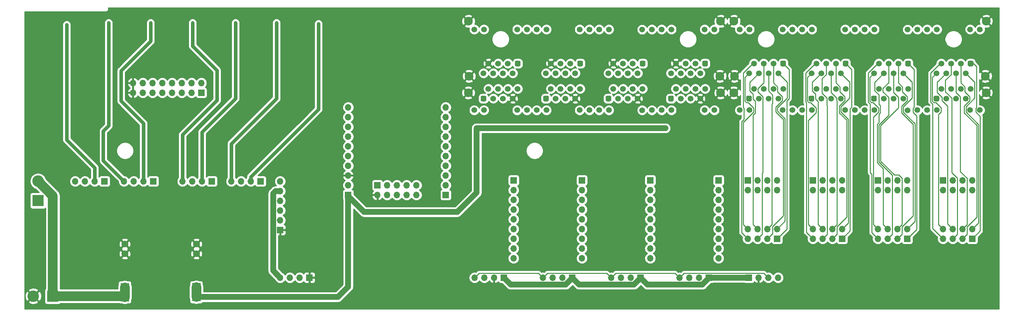
<source format=gbr>
%TF.GenerationSoftware,KiCad,Pcbnew,5.1.9-1.fc32*%
%TF.CreationDate,2021-03-28T01:57:51+02:00*%
%TF.ProjectId,lightController,6c696768-7443-46f6-9e74-726f6c6c6572,rev?*%
%TF.SameCoordinates,Original*%
%TF.FileFunction,Copper,L2,Bot*%
%TF.FilePolarity,Positive*%
%FSLAX46Y46*%
G04 Gerber Fmt 4.6, Leading zero omitted, Abs format (unit mm)*
G04 Created by KiCad (PCBNEW 5.1.9-1.fc32) date 2021-03-28 01:57:51*
%MOMM*%
%LPD*%
G01*
G04 APERTURE LIST*
%TA.AperFunction,ComponentPad*%
%ADD10C,1.800000*%
%TD*%
%TA.AperFunction,ComponentPad*%
%ADD11R,2.200000X2.200000*%
%TD*%
%TA.AperFunction,ComponentPad*%
%ADD12C,1.500000*%
%TD*%
%TA.AperFunction,ComponentPad*%
%ADD13C,2.300000*%
%TD*%
%TA.AperFunction,ComponentPad*%
%ADD14O,1.700000X1.700000*%
%TD*%
%TA.AperFunction,ComponentPad*%
%ADD15R,1.700000X1.700000*%
%TD*%
%TA.AperFunction,ComponentPad*%
%ADD16C,3.000000*%
%TD*%
%TA.AperFunction,ComponentPad*%
%ADD17R,3.000000X3.000000*%
%TD*%
%TA.AperFunction,ViaPad*%
%ADD18C,0.800000*%
%TD*%
%TA.AperFunction,Conductor*%
%ADD19C,2.500000*%
%TD*%
%TA.AperFunction,Conductor*%
%ADD20C,1.500000*%
%TD*%
%TA.AperFunction,Conductor*%
%ADD21C,0.250000*%
%TD*%
%TA.AperFunction,Conductor*%
%ADD22C,0.900000*%
%TD*%
%TA.AperFunction,Conductor*%
%ADD23C,0.254000*%
%TD*%
%TA.AperFunction,Conductor*%
%ADD24C,0.100000*%
%TD*%
G04 APERTURE END LIST*
D10*
%TO.P,J27,6*%
%TO.N,GND*%
X46130000Y-113140000D03*
%TO.P,J27,5*%
X46130000Y-115680000D03*
D11*
%TO.P,J27,8*%
%TO.N,VCC*%
X46130000Y-124460000D03*
%TO.P,J27,7*%
X46130000Y-127000000D03*
D10*
%TO.P,J27,4*%
%TO.N,GND*%
X64770000Y-113140000D03*
%TO.P,J27,3*%
X64770000Y-115680000D03*
D11*
%TO.P,J27,2*%
%TO.N,+5V*%
X64740000Y-124430000D03*
%TO.P,J27,1*%
X64740000Y-126970000D03*
%TD*%
%TO.P,J6,73*%
%TO.N,Net-(J6-Pad73)*%
%TA.AperFunction,ComponentPad*%
G36*
G01*
X140235000Y-74805000D02*
X140235000Y-75555000D01*
G75*
G02*
X139860000Y-75930000I-375000J0D01*
G01*
X139110000Y-75930000D01*
G75*
G02*
X138735000Y-75555000I0J375000D01*
G01*
X138735000Y-74805000D01*
G75*
G02*
X139110000Y-74430000I375000J0D01*
G01*
X139860000Y-74430000D01*
G75*
G02*
X140235000Y-74805000I0J-375000D01*
G01*
G37*
%TD.AperFunction*%
D12*
%TO.P,J6,78*%
%TO.N,Net-(J6-Pad78)*%
X145835000Y-72640000D03*
%TO.P,J6,76*%
%TO.N,Net-(J6-Pad76)*%
X143295000Y-72640000D03*
%TO.P,J6,75*%
%TO.N,Net-(J6-Pad75)*%
X142025000Y-75180000D03*
%TO.P,J6,88*%
%TO.N,Net-(J6-Pad88)*%
X144565000Y-68580000D03*
%TO.P,J6,85*%
%TO.N,Net-(J6-Pad85)*%
%TA.AperFunction,ComponentPad*%
G36*
G01*
X149125000Y-65665000D02*
X149125000Y-66415000D01*
G75*
G02*
X148750000Y-66790000I-375000J0D01*
G01*
X148000000Y-66790000D01*
G75*
G02*
X147625000Y-66415000I0J375000D01*
G01*
X147625000Y-65665000D01*
G75*
G02*
X148000000Y-65290000I375000J0D01*
G01*
X148750000Y-65290000D01*
G75*
G02*
X149125000Y-65665000I0J-375000D01*
G01*
G37*
%TD.AperFunction*%
%TO.P,J6,77*%
%TO.N,Net-(J6-Pad77)*%
X144565000Y-75180000D03*
%TO.P,J6,79*%
%TO.N,GND*%
X147105000Y-75180000D03*
%TO.P,J6,80*%
%TO.N,Net-(J6-Pad80)*%
X148375000Y-72640000D03*
%TO.P,J6,74*%
%TO.N,Net-(J6-Pad74)*%
X140755000Y-72640000D03*
%TO.P,J6,87*%
%TO.N,Net-(J6-Pad87)*%
X145835000Y-66040000D03*
%TO.P,J6,62*%
%TO.N,Net-(J10-Pad6)*%
X163365000Y-68580000D03*
%TO.P,J6,63*%
%TO.N,Net-(J10-Pad7)*%
X162095000Y-66040000D03*
%TO.P,J6,53*%
%TO.N,Net-(J6-Pad53)*%
X160825000Y-75180000D03*
%TO.P,J6,52*%
%TO.N,Net-(J10-Pad4)*%
X159555000Y-72640000D03*
%TO.P,J6,51*%
%TO.N,Net-(J10-Pad3)*%
X158285000Y-75180000D03*
%TO.P,J6,91*%
%TO.N,GND*%
X140755000Y-66040000D03*
%TO.P,J6,92*%
%TO.N,Net-(J6-Pad92)*%
X139485000Y-68580000D03*
%TO.P,J6,49*%
%TO.N,Net-(J10-Pad1)*%
%TA.AperFunction,ComponentPad*%
G36*
G01*
X156495000Y-74805000D02*
X156495000Y-75555000D01*
G75*
G02*
X156120000Y-75930000I-375000J0D01*
G01*
X155370000Y-75930000D01*
G75*
G02*
X154995000Y-75555000I0J375000D01*
G01*
X154995000Y-74805000D01*
G75*
G02*
X155370000Y-74430000I375000J0D01*
G01*
X156120000Y-74430000D01*
G75*
G02*
X156495000Y-74805000I0J-375000D01*
G01*
G37*
%TD.AperFunction*%
%TO.P,J6,68*%
%TO.N,Net-(J6-Pad68)*%
X155745000Y-68580000D03*
%TO.P,J6,56*%
%TO.N,Net-(J6-Pad56)*%
X164635000Y-72640000D03*
%TO.P,J6,67*%
%TO.N,GND*%
X157015000Y-66040000D03*
%TO.P,J6,55*%
X163365000Y-75180000D03*
%TO.P,J6,90*%
%TO.N,Net-(J6-Pad90)*%
X142025000Y-68580000D03*
%TO.P,J6,86*%
%TO.N,Net-(J6-Pad86)*%
X147105000Y-68580000D03*
%TO.P,J6,54*%
%TO.N,Net-(J6-Pad54)*%
X162095000Y-72640000D03*
%TO.P,J6,89*%
%TO.N,Net-(J6-Pad89)*%
X143295000Y-66040000D03*
%TO.P,J6,66*%
%TO.N,Net-(J6-Pad66)*%
X158285000Y-68580000D03*
%TO.P,J6,65*%
%TO.N,Net-(J6-Pad65)*%
X159555000Y-66040000D03*
%TO.P,J6,64*%
%TO.N,Net-(J10-Pad8)*%
X160825000Y-68580000D03*
%TO.P,J6,61*%
%TO.N,Net-(J10-Pad5)*%
%TA.AperFunction,ComponentPad*%
G36*
G01*
X165385000Y-65665000D02*
X165385000Y-66415000D01*
G75*
G02*
X165010000Y-66790000I-375000J0D01*
G01*
X164260000Y-66790000D01*
G75*
G02*
X163885000Y-66415000I0J375000D01*
G01*
X163885000Y-65665000D01*
G75*
G02*
X164260000Y-65290000I375000J0D01*
G01*
X165010000Y-65290000D01*
G75*
G02*
X165385000Y-65665000I0J-375000D01*
G01*
G37*
%TD.AperFunction*%
%TO.P,J6,50*%
%TO.N,Net-(J10-Pad2)*%
X157015000Y-72640000D03*
%TO.P,J6,31*%
%TO.N,GND*%
X179625000Y-75180000D03*
%TO.P,J6,28*%
%TO.N,Net-(J6-Pad28)*%
X175815000Y-72640000D03*
%TO.P,J6,25*%
%TO.N,Net-(J6-Pad25)*%
%TA.AperFunction,ComponentPad*%
G36*
G01*
X172755000Y-74805000D02*
X172755000Y-75555000D01*
G75*
G02*
X172380000Y-75930000I-375000J0D01*
G01*
X171630000Y-75930000D01*
G75*
G02*
X171255000Y-75555000I0J375000D01*
G01*
X171255000Y-74805000D01*
G75*
G02*
X171630000Y-74430000I375000J0D01*
G01*
X172380000Y-74430000D01*
G75*
G02*
X172755000Y-74805000I0J-375000D01*
G01*
G37*
%TD.AperFunction*%
%TO.P,J6,43*%
%TO.N,GND*%
X173275000Y-66040000D03*
%TO.P,J6,27*%
%TO.N,Net-(J6-Pad27)*%
X174545000Y-75180000D03*
%TO.P,J6,29*%
%TO.N,Net-(J6-Pad29)*%
X177085000Y-75180000D03*
%TO.P,J6,32*%
%TO.N,Net-(J6-Pad32)*%
X180895000Y-72640000D03*
%TO.P,J6,26*%
%TO.N,Net-(J6-Pad26)*%
X173275000Y-72640000D03*
%TO.P,J6,30*%
%TO.N,Net-(J6-Pad30)*%
X178355000Y-72640000D03*
%TO.P,J6,37*%
%TO.N,Net-(J6-Pad37)*%
%TA.AperFunction,ComponentPad*%
G36*
G01*
X181645000Y-65665000D02*
X181645000Y-66415000D01*
G75*
G02*
X181270000Y-66790000I-375000J0D01*
G01*
X180520000Y-66790000D01*
G75*
G02*
X180145000Y-66415000I0J375000D01*
G01*
X180145000Y-65665000D01*
G75*
G02*
X180520000Y-65290000I375000J0D01*
G01*
X181270000Y-65290000D01*
G75*
G02*
X181645000Y-65665000I0J-375000D01*
G01*
G37*
%TD.AperFunction*%
%TO.P,J6,40*%
%TO.N,Net-(J6-Pad40)*%
X177085000Y-68580000D03*
%TO.P,J6,39*%
%TO.N,Net-(J6-Pad39)*%
X178355000Y-66040000D03*
%TO.P,J6,42*%
%TO.N,Net-(J6-Pad42)*%
X174545000Y-68580000D03*
%TO.P,J6,38*%
%TO.N,Net-(J6-Pad38)*%
X179625000Y-68580000D03*
%TO.P,J6,44*%
%TO.N,Net-(J6-Pad44)*%
X172005000Y-68580000D03*
%TO.P,J6,41*%
%TO.N,Net-(J6-Pad41)*%
X175815000Y-66040000D03*
%TO.P,J6,2*%
%TO.N,Net-(J6-Pad2)*%
X189535000Y-72640000D03*
%TO.P,J6,8*%
%TO.N,Net-(J6-Pad8)*%
X197155000Y-72640000D03*
%TO.P,J6,5*%
%TO.N,Net-(J6-Pad5)*%
X193345000Y-75180000D03*
%TO.P,J6,6*%
%TO.N,Net-(J6-Pad6)*%
X194615000Y-72640000D03*
%TO.P,J6,3*%
%TO.N,Net-(J6-Pad3)*%
X190805000Y-75180000D03*
%TO.P,J6,7*%
%TO.N,GND*%
X195885000Y-75180000D03*
%TO.P,J6,1*%
%TO.N,Net-(J6-Pad1)*%
%TA.AperFunction,ComponentPad*%
G36*
G01*
X189015000Y-74805000D02*
X189015000Y-75555000D01*
G75*
G02*
X188640000Y-75930000I-375000J0D01*
G01*
X187890000Y-75930000D01*
G75*
G02*
X187515000Y-75555000I0J375000D01*
G01*
X187515000Y-74805000D01*
G75*
G02*
X187890000Y-74430000I375000J0D01*
G01*
X188640000Y-74430000D01*
G75*
G02*
X189015000Y-74805000I0J-375000D01*
G01*
G37*
%TD.AperFunction*%
%TO.P,J6,4*%
%TO.N,Net-(J6-Pad4)*%
X192075000Y-72640000D03*
%TO.P,J6,19*%
%TO.N,GND*%
X189535000Y-66040000D03*
%TO.P,J6,17*%
%TO.N,Net-(J6-Pad17)*%
X192075000Y-66040000D03*
%TO.P,J6,15*%
%TO.N,Net-(J6-Pad15)*%
X194615000Y-66040000D03*
%TO.P,J6,13*%
%TO.N,Net-(J6-Pad13)*%
%TA.AperFunction,ComponentPad*%
G36*
G01*
X197905000Y-65665000D02*
X197905000Y-66415000D01*
G75*
G02*
X197530000Y-66790000I-375000J0D01*
G01*
X196780000Y-66790000D01*
G75*
G02*
X196405000Y-66415000I0J375000D01*
G01*
X196405000Y-65665000D01*
G75*
G02*
X196780000Y-65290000I375000J0D01*
G01*
X197530000Y-65290000D01*
G75*
G02*
X197905000Y-65665000I0J-375000D01*
G01*
G37*
%TD.AperFunction*%
%TO.P,J6,20*%
%TO.N,Net-(J6-Pad20)*%
X188265000Y-68580000D03*
%TO.P,J6,18*%
%TO.N,Net-(J6-Pad18)*%
X190805000Y-68580000D03*
%TO.P,J6,16*%
%TO.N,Net-(J6-Pad16)*%
X193345000Y-68580000D03*
%TO.P,J6,14*%
%TO.N,Net-(J6-Pad14)*%
X195885000Y-68580000D03*
%TO.P,J6,81*%
%TO.N,Net-(J6-Pad80)*%
X137070000Y-78200000D03*
%TO.P,J6,60*%
%TO.N,Net-(J6-Pad60)*%
X167050000Y-78200000D03*
%TO.P,J6,11*%
%TO.N,Net-(J6-Pad11)*%
X197030000Y-78200000D03*
%TO.P,J6,36*%
%TO.N,Net-(J6-Pad36)*%
X183310000Y-78200000D03*
%TO.P,J6,84*%
%TO.N,Net-(J6-Pad84)*%
X150790000Y-78200000D03*
%TO.P,J6,83*%
%TO.N,Net-(J6-Pad83)*%
X148250000Y-78200000D03*
%TO.P,J6,10*%
%TO.N,Net-(J6-Pad10)*%
X188390000Y-78200000D03*
%TO.P,J6,35*%
%TO.N,Net-(J6-Pad35)*%
X180770000Y-78228000D03*
%TO.P,J6,12*%
%TO.N,Net-(J6-Pad12)*%
X199570000Y-78200000D03*
%TO.P,J6,58*%
%TO.N,Net-(J6-Pad58)*%
X155870000Y-78200000D03*
%TO.P,J6,59*%
%TO.N,Net-(J6-Pad59)*%
X164510000Y-78200000D03*
%TO.P,J6,34*%
%TO.N,Net-(J6-Pad34)*%
X172130000Y-78200000D03*
%TO.P,J6,9*%
%TO.N,Net-(J6-Pad8)*%
X185850000Y-78200000D03*
%TO.P,J6,82*%
%TO.N,Net-(J6-Pad82)*%
X139610000Y-78200000D03*
%TO.P,J6,57*%
%TO.N,Net-(J6-Pad56)*%
X153330000Y-78200000D03*
%TO.P,J6,33*%
%TO.N,Net-(J6-Pad32)*%
X169590000Y-78200000D03*
%TO.P,J6,95*%
%TO.N,Net-(J6-Pad95)*%
X148250000Y-57150000D03*
%TO.P,J6,93*%
%TO.N,Net-(J6-Pad92)*%
X137070000Y-57150000D03*
%TO.P,J6,94*%
%TO.N,Net-(J6-Pad94)*%
X139610000Y-57150000D03*
%TO.P,J6,69*%
%TO.N,Net-(J6-Pad68)*%
X153330000Y-57150000D03*
%TO.P,J6,96*%
%TO.N,Net-(J6-Pad96)*%
X150790000Y-57150000D03*
%TO.P,J6,70*%
%TO.N,Net-(J6-Pad70)*%
X155870000Y-57150000D03*
%TO.P,J6,71*%
%TO.N,Net-(J6-Pad71)*%
X164510000Y-57150000D03*
%TO.P,J6,45*%
%TO.N,Net-(J6-Pad44)*%
X169590000Y-57150000D03*
%TO.P,J6,72*%
%TO.N,Net-(J6-Pad72)*%
X167050000Y-57150000D03*
%TO.P,J6,46*%
%TO.N,Net-(J6-Pad46)*%
X172130000Y-57150000D03*
%TO.P,J6,21*%
%TO.N,Net-(J6-Pad20)*%
X185850000Y-57150000D03*
%TO.P,J6,47*%
%TO.N,Net-(J6-Pad47)*%
X180770000Y-57178000D03*
%TO.P,J6,22*%
%TO.N,Net-(J6-Pad22)*%
X188390000Y-57150000D03*
%TO.P,J6,48*%
%TO.N,Net-(J6-Pad48)*%
X183310000Y-57150000D03*
%TO.P,J6,23*%
%TO.N,Net-(J6-Pad23)*%
X197030000Y-57150000D03*
%TO.P,J6,24*%
%TO.N,Net-(J6-Pad24)*%
X199570000Y-57150000D03*
D13*
%TO.P,J6,SH*%
%TO.N,GND*%
X135550000Y-73660000D03*
X135550000Y-54990000D03*
X135730000Y-69340000D03*
X201030000Y-69340000D03*
X201210000Y-73660000D03*
X201210000Y-54990000D03*
%TD*%
%TO.P,J19,73*%
%TO.N,Net-(J19-Pad73)*%
%TA.AperFunction,ComponentPad*%
G36*
G01*
X209335000Y-74805000D02*
X209335000Y-75555000D01*
G75*
G02*
X208960000Y-75930000I-375000J0D01*
G01*
X208210000Y-75930000D01*
G75*
G02*
X207835000Y-75555000I0J375000D01*
G01*
X207835000Y-74805000D01*
G75*
G02*
X208210000Y-74430000I375000J0D01*
G01*
X208960000Y-74430000D01*
G75*
G02*
X209335000Y-74805000I0J-375000D01*
G01*
G37*
%TD.AperFunction*%
D12*
%TO.P,J19,78*%
%TO.N,Net-(J19-Pad78)*%
X214935000Y-72640000D03*
%TO.P,J19,76*%
%TO.N,Net-(J19-Pad76)*%
X212395000Y-72640000D03*
%TO.P,J19,75*%
%TO.N,Net-(J19-Pad75)*%
X211125000Y-75180000D03*
%TO.P,J19,88*%
%TO.N,Net-(J19-Pad88)*%
X213665000Y-68580000D03*
%TO.P,J19,85*%
%TO.N,Net-(J19-Pad85)*%
%TA.AperFunction,ComponentPad*%
G36*
G01*
X218225000Y-65665000D02*
X218225000Y-66415000D01*
G75*
G02*
X217850000Y-66790000I-375000J0D01*
G01*
X217100000Y-66790000D01*
G75*
G02*
X216725000Y-66415000I0J375000D01*
G01*
X216725000Y-65665000D01*
G75*
G02*
X217100000Y-65290000I375000J0D01*
G01*
X217850000Y-65290000D01*
G75*
G02*
X218225000Y-65665000I0J-375000D01*
G01*
G37*
%TD.AperFunction*%
%TO.P,J19,77*%
%TO.N,Net-(J19-Pad77)*%
X213665000Y-75180000D03*
%TO.P,J19,79*%
%TO.N,Net-(J19-Pad79)*%
X216205000Y-75180000D03*
%TO.P,J19,80*%
%TO.N,Net-(J19-Pad80)*%
X217475000Y-72640000D03*
%TO.P,J19,74*%
%TO.N,Net-(J19-Pad74)*%
X209855000Y-72640000D03*
%TO.P,J19,87*%
%TO.N,Net-(J19-Pad87)*%
X214935000Y-66040000D03*
%TO.P,J19,62*%
%TO.N,Net-(J19-Pad62)*%
X232465000Y-68580000D03*
%TO.P,J19,63*%
%TO.N,Net-(J19-Pad63)*%
X231195000Y-66040000D03*
%TO.P,J19,53*%
%TO.N,Net-(J19-Pad53)*%
X229925000Y-75180000D03*
%TO.P,J19,52*%
%TO.N,Net-(J19-Pad52)*%
X228655000Y-72640000D03*
%TO.P,J19,51*%
%TO.N,Net-(J19-Pad51)*%
X227385000Y-75180000D03*
%TO.P,J19,91*%
%TO.N,Net-(J19-Pad91)*%
X209855000Y-66040000D03*
%TO.P,J19,92*%
%TO.N,Net-(J19-Pad92)*%
X208585000Y-68580000D03*
%TO.P,J19,49*%
%TO.N,Net-(J19-Pad49)*%
%TA.AperFunction,ComponentPad*%
G36*
G01*
X225595000Y-74805000D02*
X225595000Y-75555000D01*
G75*
G02*
X225220000Y-75930000I-375000J0D01*
G01*
X224470000Y-75930000D01*
G75*
G02*
X224095000Y-75555000I0J375000D01*
G01*
X224095000Y-74805000D01*
G75*
G02*
X224470000Y-74430000I375000J0D01*
G01*
X225220000Y-74430000D01*
G75*
G02*
X225595000Y-74805000I0J-375000D01*
G01*
G37*
%TD.AperFunction*%
%TO.P,J19,68*%
%TO.N,Net-(J19-Pad68)*%
X224845000Y-68580000D03*
%TO.P,J19,56*%
%TO.N,Net-(J19-Pad56)*%
X233735000Y-72640000D03*
%TO.P,J19,67*%
%TO.N,Net-(J19-Pad67)*%
X226115000Y-66040000D03*
%TO.P,J19,55*%
%TO.N,Net-(J19-Pad55)*%
X232465000Y-75180000D03*
%TO.P,J19,90*%
%TO.N,Net-(J19-Pad90)*%
X211125000Y-68580000D03*
%TO.P,J19,86*%
%TO.N,Net-(J19-Pad86)*%
X216205000Y-68580000D03*
%TO.P,J19,54*%
%TO.N,Net-(J19-Pad54)*%
X231195000Y-72640000D03*
%TO.P,J19,89*%
%TO.N,Net-(J19-Pad89)*%
X212395000Y-66040000D03*
%TO.P,J19,66*%
%TO.N,Net-(J19-Pad66)*%
X227385000Y-68580000D03*
%TO.P,J19,65*%
%TO.N,Net-(J19-Pad65)*%
X228655000Y-66040000D03*
%TO.P,J19,64*%
%TO.N,Net-(J19-Pad64)*%
X229925000Y-68580000D03*
%TO.P,J19,61*%
%TO.N,Net-(J19-Pad61)*%
%TA.AperFunction,ComponentPad*%
G36*
G01*
X234485000Y-65665000D02*
X234485000Y-66415000D01*
G75*
G02*
X234110000Y-66790000I-375000J0D01*
G01*
X233360000Y-66790000D01*
G75*
G02*
X232985000Y-66415000I0J375000D01*
G01*
X232985000Y-65665000D01*
G75*
G02*
X233360000Y-65290000I375000J0D01*
G01*
X234110000Y-65290000D01*
G75*
G02*
X234485000Y-65665000I0J-375000D01*
G01*
G37*
%TD.AperFunction*%
%TO.P,J19,50*%
%TO.N,Net-(J19-Pad50)*%
X226115000Y-72640000D03*
%TO.P,J19,31*%
%TO.N,Net-(J19-Pad31)*%
X248725000Y-75180000D03*
%TO.P,J19,28*%
%TO.N,Net-(J19-Pad28)*%
X244915000Y-72640000D03*
%TO.P,J19,25*%
%TO.N,Net-(J19-Pad25)*%
%TA.AperFunction,ComponentPad*%
G36*
G01*
X241855000Y-74805000D02*
X241855000Y-75555000D01*
G75*
G02*
X241480000Y-75930000I-375000J0D01*
G01*
X240730000Y-75930000D01*
G75*
G02*
X240355000Y-75555000I0J375000D01*
G01*
X240355000Y-74805000D01*
G75*
G02*
X240730000Y-74430000I375000J0D01*
G01*
X241480000Y-74430000D01*
G75*
G02*
X241855000Y-74805000I0J-375000D01*
G01*
G37*
%TD.AperFunction*%
%TO.P,J19,43*%
%TO.N,Net-(J19-Pad43)*%
X242375000Y-66040000D03*
%TO.P,J19,27*%
%TO.N,Net-(J19-Pad27)*%
X243645000Y-75180000D03*
%TO.P,J19,29*%
%TO.N,Net-(J19-Pad29)*%
X246185000Y-75180000D03*
%TO.P,J19,32*%
%TO.N,Net-(J19-Pad32)*%
X249995000Y-72640000D03*
%TO.P,J19,26*%
%TO.N,Net-(J19-Pad26)*%
X242375000Y-72640000D03*
%TO.P,J19,30*%
%TO.N,Net-(J19-Pad30)*%
X247455000Y-72640000D03*
%TO.P,J19,37*%
%TO.N,Net-(J19-Pad37)*%
%TA.AperFunction,ComponentPad*%
G36*
G01*
X250745000Y-65665000D02*
X250745000Y-66415000D01*
G75*
G02*
X250370000Y-66790000I-375000J0D01*
G01*
X249620000Y-66790000D01*
G75*
G02*
X249245000Y-66415000I0J375000D01*
G01*
X249245000Y-65665000D01*
G75*
G02*
X249620000Y-65290000I375000J0D01*
G01*
X250370000Y-65290000D01*
G75*
G02*
X250745000Y-65665000I0J-375000D01*
G01*
G37*
%TD.AperFunction*%
%TO.P,J19,40*%
%TO.N,Net-(J19-Pad40)*%
X246185000Y-68580000D03*
%TO.P,J19,39*%
%TO.N,Net-(J19-Pad39)*%
X247455000Y-66040000D03*
%TO.P,J19,42*%
%TO.N,Net-(J19-Pad42)*%
X243645000Y-68580000D03*
%TO.P,J19,38*%
%TO.N,Net-(J19-Pad38)*%
X248725000Y-68580000D03*
%TO.P,J19,44*%
%TO.N,Net-(J19-Pad44)*%
X241105000Y-68580000D03*
%TO.P,J19,41*%
%TO.N,Net-(J19-Pad41)*%
X244915000Y-66040000D03*
%TO.P,J19,2*%
%TO.N,Net-(J17-Pad2)*%
X258635000Y-72640000D03*
%TO.P,J19,8*%
%TO.N,Net-(J17-Pad8)*%
X266255000Y-72640000D03*
%TO.P,J19,5*%
%TO.N,Net-(J17-Pad5)*%
X262445000Y-75180000D03*
%TO.P,J19,6*%
%TO.N,Net-(J17-Pad6)*%
X263715000Y-72640000D03*
%TO.P,J19,3*%
%TO.N,Net-(J17-Pad3)*%
X259905000Y-75180000D03*
%TO.P,J19,7*%
%TO.N,Net-(J17-Pad7)*%
X264985000Y-75180000D03*
%TO.P,J19,1*%
%TO.N,Net-(J17-Pad1)*%
%TA.AperFunction,ComponentPad*%
G36*
G01*
X258115000Y-74805000D02*
X258115000Y-75555000D01*
G75*
G02*
X257740000Y-75930000I-375000J0D01*
G01*
X256990000Y-75930000D01*
G75*
G02*
X256615000Y-75555000I0J375000D01*
G01*
X256615000Y-74805000D01*
G75*
G02*
X256990000Y-74430000I375000J0D01*
G01*
X257740000Y-74430000D01*
G75*
G02*
X258115000Y-74805000I0J-375000D01*
G01*
G37*
%TD.AperFunction*%
%TO.P,J19,4*%
%TO.N,Net-(J17-Pad4)*%
X261175000Y-72640000D03*
%TO.P,J19,19*%
%TO.N,Net-(J18-Pad7)*%
X258635000Y-66040000D03*
%TO.P,J19,17*%
%TO.N,Net-(J18-Pad5)*%
X261175000Y-66040000D03*
%TO.P,J19,15*%
%TO.N,Net-(J18-Pad3)*%
X263715000Y-66040000D03*
%TO.P,J19,13*%
%TO.N,Net-(J18-Pad1)*%
%TA.AperFunction,ComponentPad*%
G36*
G01*
X267005000Y-65665000D02*
X267005000Y-66415000D01*
G75*
G02*
X266630000Y-66790000I-375000J0D01*
G01*
X265880000Y-66790000D01*
G75*
G02*
X265505000Y-66415000I0J375000D01*
G01*
X265505000Y-65665000D01*
G75*
G02*
X265880000Y-65290000I375000J0D01*
G01*
X266630000Y-65290000D01*
G75*
G02*
X267005000Y-65665000I0J-375000D01*
G01*
G37*
%TD.AperFunction*%
%TO.P,J19,20*%
%TO.N,Net-(J18-Pad8)*%
X257365000Y-68580000D03*
%TO.P,J19,18*%
%TO.N,Net-(J18-Pad6)*%
X259905000Y-68580000D03*
%TO.P,J19,16*%
%TO.N,Net-(J18-Pad4)*%
X262445000Y-68580000D03*
%TO.P,J19,14*%
%TO.N,Net-(J18-Pad2)*%
X264985000Y-68580000D03*
%TO.P,J19,81*%
%TO.N,Net-(J19-Pad81)*%
X206170000Y-78200000D03*
%TO.P,J19,60*%
%TO.N,Net-(J19-Pad60)*%
X236150000Y-78200000D03*
%TO.P,J19,11*%
%TO.N,Net-(J19-Pad11)*%
X266130000Y-78200000D03*
%TO.P,J19,36*%
%TO.N,Net-(J19-Pad36)*%
X252410000Y-78200000D03*
%TO.P,J19,84*%
%TO.N,Net-(J19-Pad84)*%
X219890000Y-78200000D03*
%TO.P,J19,83*%
%TO.N,Net-(J19-Pad83)*%
X217350000Y-78200000D03*
%TO.P,J19,10*%
%TO.N,Net-(J19-Pad10)*%
X257490000Y-78200000D03*
%TO.P,J19,35*%
%TO.N,Net-(J19-Pad35)*%
X249870000Y-78228000D03*
%TO.P,J19,12*%
%TO.N,Net-(J19-Pad12)*%
X268670000Y-78200000D03*
%TO.P,J19,58*%
%TO.N,Net-(J19-Pad58)*%
X224970000Y-78200000D03*
%TO.P,J19,59*%
%TO.N,Net-(J19-Pad59)*%
X233610000Y-78200000D03*
%TO.P,J19,34*%
%TO.N,Net-(J19-Pad34)*%
X241230000Y-78200000D03*
%TO.P,J19,9*%
%TO.N,Net-(J19-Pad9)*%
X254950000Y-78200000D03*
%TO.P,J19,82*%
%TO.N,Net-(J19-Pad82)*%
X208710000Y-78200000D03*
%TO.P,J19,57*%
%TO.N,Net-(J19-Pad57)*%
X222430000Y-78200000D03*
%TO.P,J19,33*%
%TO.N,Net-(J19-Pad33)*%
X238690000Y-78200000D03*
%TO.P,J19,95*%
%TO.N,Net-(J19-Pad95)*%
X217350000Y-57150000D03*
%TO.P,J19,93*%
%TO.N,Net-(J19-Pad93)*%
X206170000Y-57150000D03*
%TO.P,J19,94*%
%TO.N,Net-(J19-Pad94)*%
X208710000Y-57150000D03*
%TO.P,J19,69*%
%TO.N,Net-(J19-Pad69)*%
X222430000Y-57150000D03*
%TO.P,J19,96*%
%TO.N,Net-(J19-Pad96)*%
X219890000Y-57150000D03*
%TO.P,J19,70*%
%TO.N,Net-(J19-Pad70)*%
X224970000Y-57150000D03*
%TO.P,J19,71*%
%TO.N,Net-(J19-Pad71)*%
X233610000Y-57150000D03*
%TO.P,J19,45*%
%TO.N,Net-(J19-Pad45)*%
X238690000Y-57150000D03*
%TO.P,J19,72*%
%TO.N,Net-(J19-Pad72)*%
X236150000Y-57150000D03*
%TO.P,J19,46*%
%TO.N,Net-(J19-Pad46)*%
X241230000Y-57150000D03*
%TO.P,J19,21*%
%TO.N,Net-(J19-Pad21)*%
X254950000Y-57150000D03*
%TO.P,J19,47*%
%TO.N,Net-(J19-Pad47)*%
X249870000Y-57178000D03*
%TO.P,J19,22*%
%TO.N,Net-(J19-Pad22)*%
X257490000Y-57150000D03*
%TO.P,J19,48*%
%TO.N,Net-(J19-Pad48)*%
X252410000Y-57150000D03*
%TO.P,J19,23*%
%TO.N,Net-(J19-Pad23)*%
X266130000Y-57150000D03*
%TO.P,J19,24*%
%TO.N,Net-(J19-Pad24)*%
X268670000Y-57150000D03*
D13*
%TO.P,J19,SH*%
%TO.N,GND*%
X204650000Y-73660000D03*
X204650000Y-54990000D03*
X204830000Y-69340000D03*
X270130000Y-69340000D03*
X270310000Y-73660000D03*
X270310000Y-54990000D03*
%TD*%
D14*
%TO.P,J28,4*%
%TO.N,+3V3*%
X86560000Y-121920000D03*
%TO.P,J28,3*%
%TO.N,SDA*%
X89100000Y-121920000D03*
%TO.P,J28,2*%
%TO.N,SCL*%
X91640000Y-121920000D03*
D15*
%TO.P,J28,1*%
%TO.N,GND*%
X94180000Y-121920000D03*
%TD*%
D16*
%TO.P,J30,2*%
%TO.N,GND*%
X22301200Y-126746000D03*
D17*
%TO.P,J30,1*%
%TO.N,VCC*%
X27381200Y-126746000D03*
%TD*%
D16*
%TO.P,J29,2*%
%TO.N,VCC*%
X23545800Y-96748600D03*
D17*
%TO.P,J29,1*%
%TO.N,Net-(J29-Pad1)*%
X23545800Y-101828600D03*
%TD*%
D14*
%TO.P,J22,8*%
%TO.N,Net-(J19-Pad56)*%
X232833333Y-99060000D03*
%TO.P,J22,7*%
%TO.N,Net-(J19-Pad55)*%
X232833333Y-96520000D03*
%TO.P,J22,6*%
%TO.N,Net-(J19-Pad54)*%
X230293333Y-99060000D03*
%TO.P,J22,5*%
%TO.N,Net-(J19-Pad53)*%
X230293333Y-96520000D03*
%TO.P,J22,4*%
%TO.N,Net-(J19-Pad52)*%
X227753333Y-99060000D03*
%TO.P,J22,3*%
%TO.N,Net-(J19-Pad51)*%
X227753333Y-96520000D03*
%TO.P,J22,2*%
%TO.N,Net-(J19-Pad50)*%
X225213333Y-99060000D03*
D15*
%TO.P,J22,1*%
%TO.N,Net-(J19-Pad49)*%
X225213333Y-96520000D03*
%TD*%
D14*
%TO.P,J12,10*%
%TO.N,Net-(J12-Pad10)*%
X122020000Y-100340000D03*
%TO.P,J12,9*%
%TO.N,Net-(J12-Pad9)*%
X122020000Y-97800000D03*
%TO.P,J12,8*%
%TO.N,Net-(J12-Pad8)*%
X119480000Y-100340000D03*
%TO.P,J12,7*%
%TO.N,Net-(J12-Pad7)*%
X119480000Y-97800000D03*
%TO.P,J12,6*%
%TO.N,SDA*%
X116940000Y-100340000D03*
%TO.P,J12,5*%
%TO.N,SCL*%
X116940000Y-97800000D03*
%TO.P,J12,4*%
%TO.N,Net-(J12-Pad4)*%
X114400000Y-100340000D03*
%TO.P,J12,3*%
%TO.N,Net-(J12-Pad3)*%
X114400000Y-97800000D03*
%TO.P,J12,2*%
%TO.N,GND*%
X111860000Y-100340000D03*
D15*
%TO.P,J12,1*%
%TO.N,+3V3*%
X111860000Y-97800000D03*
%TD*%
D14*
%TO.P,J11,4*%
%TO.N,SCL*%
X190500000Y-121920000D03*
%TO.P,J11,3*%
%TO.N,SDA*%
X193040000Y-121920000D03*
%TO.P,J11,2*%
%TO.N,GND*%
X195580000Y-121920000D03*
D15*
%TO.P,J11,1*%
%TO.N,+3V3*%
X198120000Y-121920000D03*
%TD*%
D14*
%TO.P,J9,9*%
%TO.N,Net-(J9-Pad9)*%
X147320000Y-116840000D03*
%TO.P,J9,8*%
%TO.N,Net-(J6-Pad88)*%
X147320000Y-114300000D03*
%TO.P,J9,7*%
%TO.N,Net-(J6-Pad87)*%
X147320000Y-111760000D03*
%TO.P,J9,6*%
%TO.N,Net-(J6-Pad86)*%
X147320000Y-109220000D03*
%TO.P,J9,5*%
%TO.N,Net-(J6-Pad85)*%
X147320000Y-106680000D03*
%TO.P,J9,4*%
%TO.N,Net-(J6-Pad76)*%
X147320000Y-104140000D03*
%TO.P,J9,3*%
%TO.N,Net-(J6-Pad75)*%
X147320000Y-101600000D03*
%TO.P,J9,2*%
%TO.N,Net-(J6-Pad74)*%
X147320000Y-99060000D03*
D15*
%TO.P,J9,1*%
%TO.N,Net-(J6-Pad73)*%
X147320000Y-96520000D03*
%TD*%
D14*
%TO.P,J13,6*%
%TO.N,Net-(J13-Pad6)*%
X86544000Y-96774000D03*
%TO.P,J13,5*%
%TO.N,+3V3*%
X86544000Y-99314000D03*
%TO.P,J13,4*%
%TO.N,SDA*%
X86544000Y-101854000D03*
%TO.P,J13,3*%
%TO.N,SCL*%
X86544000Y-104394000D03*
%TO.P,J13,2*%
%TO.N,Net-(J13-Pad2)*%
X86544000Y-106934000D03*
D15*
%TO.P,J13,1*%
%TO.N,GND*%
X86544000Y-109474000D03*
%TD*%
D14*
%TO.P,J10,9*%
%TO.N,Net-(J10-Pad9)*%
X165100000Y-116840000D03*
%TO.P,J10,8*%
%TO.N,Net-(J10-Pad8)*%
X165100000Y-114300000D03*
%TO.P,J10,7*%
%TO.N,Net-(J10-Pad7)*%
X165100000Y-111760000D03*
%TO.P,J10,6*%
%TO.N,Net-(J10-Pad6)*%
X165100000Y-109220000D03*
%TO.P,J10,5*%
%TO.N,Net-(J10-Pad5)*%
X165100000Y-106680000D03*
%TO.P,J10,4*%
%TO.N,Net-(J10-Pad4)*%
X165100000Y-104140000D03*
%TO.P,J10,3*%
%TO.N,Net-(J10-Pad3)*%
X165100000Y-101600000D03*
%TO.P,J10,2*%
%TO.N,Net-(J10-Pad2)*%
X165100000Y-99060000D03*
D15*
%TO.P,J10,1*%
%TO.N,Net-(J10-Pad1)*%
X165100000Y-96520000D03*
%TD*%
D14*
%TO.P,J8,9*%
%TO.N,Net-(J8-Pad9)*%
X182880000Y-116840000D03*
%TO.P,J8,8*%
%TO.N,Net-(J6-Pad40)*%
X182880000Y-114300000D03*
%TO.P,J8,7*%
%TO.N,Net-(J6-Pad39)*%
X182880000Y-111760000D03*
%TO.P,J8,6*%
%TO.N,Net-(J6-Pad38)*%
X182880000Y-109220000D03*
%TO.P,J8,5*%
%TO.N,Net-(J6-Pad37)*%
X182880000Y-106680000D03*
%TO.P,J8,4*%
%TO.N,Net-(J6-Pad28)*%
X182880000Y-104140000D03*
%TO.P,J8,3*%
%TO.N,Net-(J6-Pad27)*%
X182880000Y-101600000D03*
%TO.P,J8,2*%
%TO.N,Net-(J6-Pad26)*%
X182880000Y-99060000D03*
D15*
%TO.P,J8,1*%
%TO.N,Net-(J6-Pad25)*%
X182880000Y-96520000D03*
%TD*%
D14*
%TO.P,J7,9*%
%TO.N,Net-(J7-Pad9)*%
X200660000Y-116840000D03*
%TO.P,J7,8*%
%TO.N,Net-(J6-Pad16)*%
X200660000Y-114300000D03*
%TO.P,J7,7*%
%TO.N,Net-(J6-Pad15)*%
X200660000Y-111760000D03*
%TO.P,J7,6*%
%TO.N,Net-(J6-Pad14)*%
X200660000Y-109220000D03*
%TO.P,J7,5*%
%TO.N,Net-(J6-Pad13)*%
X200660000Y-106680000D03*
%TO.P,J7,4*%
%TO.N,Net-(J6-Pad4)*%
X200660000Y-104140000D03*
%TO.P,J7,3*%
%TO.N,Net-(J6-Pad3)*%
X200660000Y-101600000D03*
%TO.P,J7,2*%
%TO.N,Net-(J6-Pad2)*%
X200660000Y-99060000D03*
D15*
%TO.P,J7,1*%
%TO.N,Net-(J6-Pad1)*%
X200660000Y-96520000D03*
%TD*%
D14*
%TO.P,J5,4*%
%TO.N,PWM08*%
X61144000Y-96774000D03*
%TO.P,J5,3*%
%TO.N,PWM07*%
X63684000Y-96774000D03*
%TO.P,J5,2*%
%TO.N,PWM06*%
X66224000Y-96774000D03*
D15*
%TO.P,J5,1*%
%TO.N,PWM05*%
X68764000Y-96774000D03*
%TD*%
D14*
%TO.P,J4,4*%
%TO.N,PWM04*%
X73844000Y-96774000D03*
%TO.P,J4,3*%
%TO.N,PWM03*%
X76384000Y-96774000D03*
%TO.P,J4,2*%
%TO.N,PWM02*%
X78924000Y-96774000D03*
D15*
%TO.P,J4,1*%
%TO.N,PWM01*%
X81464000Y-96774000D03*
%TD*%
D14*
%TO.P,J3,16*%
%TO.N,GND*%
X48260000Y-71120000D03*
%TO.P,J3,15*%
X48260000Y-73660000D03*
%TO.P,J3,14*%
%TO.N,Net-(J3-Pad14)*%
X50800000Y-71120000D03*
%TO.P,J3,13*%
%TO.N,Net-(J3-Pad13)*%
X50800000Y-73660000D03*
%TO.P,J3,12*%
%TO.N,Net-(J3-Pad12)*%
X53340000Y-71120000D03*
%TO.P,J3,11*%
%TO.N,Net-(J3-Pad11)*%
X53340000Y-73660000D03*
%TO.P,J3,10*%
%TO.N,Net-(J3-Pad10)*%
X55880000Y-71120000D03*
%TO.P,J3,9*%
%TO.N,Net-(J3-Pad9)*%
X55880000Y-73660000D03*
%TO.P,J3,8*%
%TO.N,Net-(J3-Pad8)*%
X58420000Y-71120000D03*
%TO.P,J3,7*%
%TO.N,Net-(J3-Pad7)*%
X58420000Y-73660000D03*
%TO.P,J3,6*%
%TO.N,Net-(J3-Pad6)*%
X60960000Y-71120000D03*
%TO.P,J3,5*%
%TO.N,Net-(J3-Pad5)*%
X60960000Y-73660000D03*
%TO.P,J3,4*%
%TO.N,Net-(J3-Pad4)*%
X63500000Y-71120000D03*
%TO.P,J3,3*%
%TO.N,Net-(J3-Pad3)*%
X63500000Y-73660000D03*
%TO.P,J3,2*%
%TO.N,Net-(J3-Pad2)*%
X66040000Y-71120000D03*
D15*
%TO.P,J3,1*%
%TO.N,Net-(J3-Pad1)*%
X66040000Y-73660000D03*
%TD*%
D14*
%TO.P,J2,4*%
%TO.N,PWM16*%
X33204000Y-96774000D03*
%TO.P,J2,3*%
%TO.N,Net-(J2-Pad3)*%
X35744000Y-96774000D03*
%TO.P,J2,2*%
%TO.N,PWM14*%
X38284000Y-96774000D03*
D15*
%TO.P,J2,1*%
%TO.N,PWM13*%
X40824000Y-96774000D03*
%TD*%
D14*
%TO.P,J1,4*%
%TO.N,PWM12*%
X45904000Y-96774000D03*
%TO.P,J1,3*%
%TO.N,PWM11*%
X48444000Y-96774000D03*
%TO.P,J1,2*%
%TO.N,PWM10*%
X50984000Y-96774000D03*
D15*
%TO.P,J1,1*%
%TO.N,PWM09*%
X53524000Y-96774000D03*
%TD*%
D14*
%TO.P,J14,4*%
%TO.N,SCL*%
X137160000Y-121920000D03*
%TO.P,J14,3*%
%TO.N,SDA*%
X139700000Y-121920000D03*
%TO.P,J14,2*%
%TO.N,GND*%
X142240000Y-121920000D03*
D15*
%TO.P,J14,1*%
%TO.N,+3V3*%
X144780000Y-121920000D03*
%TD*%
D14*
%TO.P,J15,4*%
%TO.N,SCL*%
X154940000Y-121920000D03*
%TO.P,J15,3*%
%TO.N,SDA*%
X157480000Y-121920000D03*
%TO.P,J15,2*%
%TO.N,GND*%
X160020000Y-121920000D03*
D15*
%TO.P,J15,1*%
%TO.N,+3V3*%
X162560000Y-121920000D03*
%TD*%
D14*
%TO.P,J16,4*%
%TO.N,SCL*%
X172720000Y-121920000D03*
%TO.P,J16,3*%
%TO.N,SDA*%
X175260000Y-121920000D03*
%TO.P,J16,2*%
%TO.N,GND*%
X177800000Y-121920000D03*
D15*
%TO.P,J16,1*%
%TO.N,+3V3*%
X180340000Y-121920000D03*
%TD*%
D14*
%TO.P,J17,8*%
%TO.N,Net-(J17-Pad8)*%
X266700000Y-99060000D03*
%TO.P,J17,7*%
%TO.N,Net-(J17-Pad7)*%
X266700000Y-96520000D03*
%TO.P,J17,6*%
%TO.N,Net-(J17-Pad6)*%
X264160000Y-99060000D03*
%TO.P,J17,5*%
%TO.N,Net-(J17-Pad5)*%
X264160000Y-96520000D03*
%TO.P,J17,4*%
%TO.N,Net-(J17-Pad4)*%
X261620000Y-99060000D03*
%TO.P,J17,3*%
%TO.N,Net-(J17-Pad3)*%
X261620000Y-96520000D03*
%TO.P,J17,2*%
%TO.N,Net-(J17-Pad2)*%
X259080000Y-99060000D03*
D15*
%TO.P,J17,1*%
%TO.N,Net-(J17-Pad1)*%
X259080000Y-96520000D03*
%TD*%
D14*
%TO.P,J18,8*%
%TO.N,Net-(J18-Pad8)*%
X259080000Y-109220000D03*
%TO.P,J18,7*%
%TO.N,Net-(J18-Pad7)*%
X259080000Y-111760000D03*
%TO.P,J18,6*%
%TO.N,Net-(J18-Pad6)*%
X261620000Y-109220000D03*
%TO.P,J18,5*%
%TO.N,Net-(J18-Pad5)*%
X261620000Y-111760000D03*
%TO.P,J18,4*%
%TO.N,Net-(J18-Pad4)*%
X264160000Y-109220000D03*
%TO.P,J18,3*%
%TO.N,Net-(J18-Pad3)*%
X264160000Y-111760000D03*
%TO.P,J18,2*%
%TO.N,Net-(J18-Pad2)*%
X266700000Y-109220000D03*
D15*
%TO.P,J18,1*%
%TO.N,Net-(J18-Pad1)*%
X266700000Y-111760000D03*
%TD*%
D14*
%TO.P,J20,8*%
%TO.N,Net-(J19-Pad32)*%
X249766666Y-99060000D03*
%TO.P,J20,7*%
%TO.N,Net-(J19-Pad31)*%
X249766666Y-96520000D03*
%TO.P,J20,6*%
%TO.N,Net-(J19-Pad30)*%
X247226666Y-99060000D03*
%TO.P,J20,5*%
%TO.N,Net-(J19-Pad29)*%
X247226666Y-96520000D03*
%TO.P,J20,4*%
%TO.N,Net-(J19-Pad28)*%
X244686666Y-99060000D03*
%TO.P,J20,3*%
%TO.N,Net-(J19-Pad27)*%
X244686666Y-96520000D03*
%TO.P,J20,2*%
%TO.N,Net-(J19-Pad26)*%
X242146666Y-99060000D03*
D15*
%TO.P,J20,1*%
%TO.N,Net-(J19-Pad25)*%
X242146666Y-96520000D03*
%TD*%
D14*
%TO.P,J21,8*%
%TO.N,Net-(J19-Pad44)*%
X242146666Y-109220000D03*
%TO.P,J21,7*%
%TO.N,Net-(J19-Pad43)*%
X242146666Y-111760000D03*
%TO.P,J21,6*%
%TO.N,Net-(J19-Pad42)*%
X244686666Y-109220000D03*
%TO.P,J21,5*%
%TO.N,Net-(J19-Pad41)*%
X244686666Y-111760000D03*
%TO.P,J21,4*%
%TO.N,Net-(J19-Pad40)*%
X247226666Y-109220000D03*
%TO.P,J21,3*%
%TO.N,Net-(J19-Pad39)*%
X247226666Y-111760000D03*
%TO.P,J21,2*%
%TO.N,Net-(J19-Pad38)*%
X249766666Y-109220000D03*
D15*
%TO.P,J21,1*%
%TO.N,Net-(J19-Pad37)*%
X249766666Y-111760000D03*
%TD*%
D14*
%TO.P,J23,8*%
%TO.N,Net-(J19-Pad68)*%
X225213333Y-109220000D03*
%TO.P,J23,7*%
%TO.N,Net-(J19-Pad67)*%
X225213333Y-111760000D03*
%TO.P,J23,6*%
%TO.N,Net-(J19-Pad66)*%
X227753333Y-109220000D03*
%TO.P,J23,5*%
%TO.N,Net-(J19-Pad65)*%
X227753333Y-111760000D03*
%TO.P,J23,4*%
%TO.N,Net-(J19-Pad64)*%
X230293333Y-109220000D03*
%TO.P,J23,3*%
%TO.N,Net-(J19-Pad63)*%
X230293333Y-111760000D03*
%TO.P,J23,2*%
%TO.N,Net-(J19-Pad62)*%
X232833333Y-109220000D03*
D15*
%TO.P,J23,1*%
%TO.N,Net-(J19-Pad61)*%
X232833333Y-111760000D03*
%TD*%
D14*
%TO.P,J24,8*%
%TO.N,Net-(J19-Pad80)*%
X215900000Y-99060000D03*
%TO.P,J24,7*%
%TO.N,Net-(J19-Pad79)*%
X215900000Y-96520000D03*
%TO.P,J24,6*%
%TO.N,Net-(J19-Pad78)*%
X213360000Y-99060000D03*
%TO.P,J24,5*%
%TO.N,Net-(J19-Pad77)*%
X213360000Y-96520000D03*
%TO.P,J24,4*%
%TO.N,Net-(J19-Pad76)*%
X210820000Y-99060000D03*
%TO.P,J24,3*%
%TO.N,Net-(J19-Pad75)*%
X210820000Y-96520000D03*
%TO.P,J24,2*%
%TO.N,Net-(J19-Pad74)*%
X208280000Y-99060000D03*
D15*
%TO.P,J24,1*%
%TO.N,Net-(J19-Pad73)*%
X208280000Y-96520000D03*
%TD*%
D14*
%TO.P,J25,8*%
%TO.N,Net-(J19-Pad92)*%
X208280000Y-109220000D03*
%TO.P,J25,7*%
%TO.N,Net-(J19-Pad91)*%
X208280000Y-111760000D03*
%TO.P,J25,6*%
%TO.N,Net-(J19-Pad90)*%
X210820000Y-109220000D03*
%TO.P,J25,5*%
%TO.N,Net-(J19-Pad89)*%
X210820000Y-111760000D03*
%TO.P,J25,4*%
%TO.N,Net-(J19-Pad88)*%
X213360000Y-109220000D03*
%TO.P,J25,3*%
%TO.N,Net-(J19-Pad87)*%
X213360000Y-111760000D03*
%TO.P,J25,2*%
%TO.N,Net-(J19-Pad86)*%
X215900000Y-109220000D03*
D15*
%TO.P,J25,1*%
%TO.N,Net-(J19-Pad85)*%
X215900000Y-111760000D03*
%TD*%
D14*
%TO.P,J26,10*%
%TO.N,Net-(J26-Pad10)*%
X104260000Y-77480000D03*
%TO.P,J26,9*%
%TO.N,Net-(J26-Pad9)*%
X104260000Y-80020000D03*
%TO.P,J26,8*%
%TO.N,Net-(J26-Pad8)*%
X104260000Y-82560000D03*
%TO.P,J26,7*%
%TO.N,Net-(J26-Pad7)*%
X104260000Y-85100000D03*
%TO.P,J26,6*%
%TO.N,Net-(J26-Pad6)*%
X104260000Y-87640000D03*
%TO.P,J26,5*%
%TO.N,Net-(J26-Pad5)*%
X104260000Y-90180000D03*
%TO.P,J26,4*%
%TO.N,Net-(J26-Pad4)*%
X104260000Y-92720000D03*
%TO.P,J26,3*%
%TO.N,GND*%
X104260000Y-95260000D03*
%TO.P,J26,2*%
%TO.N,Net-(J26-Pad2)*%
X104260000Y-97800000D03*
D15*
%TO.P,J26,1*%
%TO.N,+5V*%
X104260000Y-100340000D03*
%TD*%
D14*
%TO.P,J31,10*%
%TO.N,Net-(J31-Pad10)*%
X129640000Y-77480000D03*
%TO.P,J31,9*%
%TO.N,Net-(J31-Pad9)*%
X129640000Y-80020000D03*
%TO.P,J31,8*%
%TO.N,Net-(J31-Pad8)*%
X129640000Y-82560000D03*
%TO.P,J31,7*%
%TO.N,Net-(J31-Pad7)*%
X129640000Y-85100000D03*
%TO.P,J31,6*%
%TO.N,Net-(J31-Pad6)*%
X129640000Y-87640000D03*
%TO.P,J31,5*%
%TO.N,Net-(J31-Pad5)*%
X129640000Y-90180000D03*
%TO.P,J31,4*%
%TO.N,Net-(J31-Pad4)*%
X129640000Y-92720000D03*
%TO.P,J31,3*%
%TO.N,Net-(J31-Pad3)*%
X129640000Y-95260000D03*
%TO.P,J31,2*%
%TO.N,Net-(J31-Pad2)*%
X129640000Y-97800000D03*
D15*
%TO.P,J31,1*%
%TO.N,Net-(J31-Pad1)*%
X129640000Y-100340000D03*
%TD*%
%TO.P,J32,1*%
%TO.N,+3V3*%
X208534000Y-121920000D03*
D14*
%TO.P,J32,2*%
%TO.N,GND*%
X211074000Y-121920000D03*
%TO.P,J32,3*%
%TO.N,SCL*%
X213614000Y-121920000D03*
%TO.P,J32,4*%
%TO.N,SDA*%
X216154000Y-121920000D03*
%TD*%
D18*
%TO.N,+5V*%
X137686500Y-82912500D03*
X154145700Y-82912500D03*
X170452500Y-82912500D03*
X186835500Y-82912500D03*
%TO.N,PWM12*%
X41910000Y-55372000D03*
%TO.N,PWM10*%
X52832000Y-55372000D03*
%TO.N,PWM14*%
X30988000Y-55880000D03*
%TO.N,PWM04*%
X85598000Y-55372000D03*
%TO.N,PWM02*%
X96520000Y-55626000D03*
%TO.N,PWM08*%
X63754000Y-55372000D03*
%TO.N,PWM06*%
X74930000Y-55372000D03*
%TD*%
D19*
%TO.N,VCC*%
X27381200Y-100584000D02*
X23545800Y-96748600D01*
X27381200Y-126746000D02*
X27381200Y-100584000D01*
X45876000Y-126746000D02*
X46130000Y-127000000D01*
X27381200Y-126746000D02*
X45876000Y-126746000D01*
X46130000Y-124460000D02*
X46130000Y-127000000D01*
D20*
%TO.N,+5V*%
X104260000Y-100340000D02*
X104260000Y-100627800D01*
X104260000Y-100627800D02*
X108407200Y-104775000D01*
X108407200Y-104775000D02*
X132638800Y-104775000D01*
X137686500Y-99727300D02*
X137686500Y-82912500D01*
X132638800Y-104775000D02*
X137686500Y-99727300D01*
X137686500Y-82912500D02*
X154145700Y-82912500D01*
X154145700Y-82912500D02*
X170452500Y-82912500D01*
X170452500Y-82912500D02*
X186835500Y-82912500D01*
D19*
X64740000Y-124430000D02*
X64740000Y-126970000D01*
D20*
X64740000Y-126970000D02*
X101570000Y-126970000D01*
X104260000Y-124280000D02*
X104260000Y-114180000D01*
X101570000Y-126970000D02*
X104260000Y-124280000D01*
X104260000Y-114180000D02*
X104260000Y-100340000D01*
D21*
%TO.N,SCL*%
X136780998Y-121920000D02*
X137160000Y-121920000D01*
X153764999Y-120744999D02*
X154940000Y-121920000D01*
X138335001Y-120744999D02*
X153764999Y-120744999D01*
X137160000Y-121920000D02*
X138335001Y-120744999D01*
X171544999Y-120744999D02*
X172720000Y-121920000D01*
X156115001Y-120744999D02*
X171544999Y-120744999D01*
X154940000Y-121920000D02*
X156115001Y-120744999D01*
X189324999Y-120744999D02*
X190500000Y-121920000D01*
X173895001Y-120744999D02*
X189324999Y-120744999D01*
X172720000Y-121920000D02*
X173895001Y-120744999D01*
X191675001Y-120744999D02*
X190500000Y-121920000D01*
X212438999Y-120744999D02*
X191675001Y-120744999D01*
X213614000Y-121920000D02*
X212438999Y-120744999D01*
%TO.N,Net-(J18-Pad1)*%
X268775021Y-79896023D02*
X268775021Y-109684979D01*
X268775021Y-109684979D02*
X266700000Y-111760000D01*
X267594999Y-78716001D02*
X268775021Y-79896023D01*
X267594999Y-77683999D02*
X267594999Y-78716001D01*
X267817600Y-77461398D02*
X267594999Y-77683999D01*
X267817600Y-66852600D02*
X267817600Y-77461398D01*
X267005000Y-66040000D02*
X267817600Y-66852600D01*
X266255000Y-66040000D02*
X267005000Y-66040000D01*
%TO.N,Net-(J18-Pad2)*%
X267330001Y-75062411D02*
X267330001Y-70925001D01*
X265054999Y-77337413D02*
X267330001Y-75062411D01*
X268325011Y-81986013D02*
X265054999Y-78716001D01*
X267330001Y-70925001D02*
X264985000Y-68580000D01*
X265054999Y-78716001D02*
X265054999Y-77337413D01*
X268325011Y-107594989D02*
X268325011Y-81986013D01*
X266700000Y-109220000D02*
X268325011Y-107594989D01*
%TO.N,Net-(J18-Pad3)*%
X267875001Y-106141409D02*
X265335001Y-108681409D01*
X267875001Y-82172413D02*
X267875001Y-106141409D01*
X265335001Y-110584999D02*
X264160000Y-111760000D01*
X264604989Y-78902401D02*
X267875001Y-82172413D01*
X266060001Y-75696001D02*
X264604989Y-77151013D01*
X266060001Y-74663999D02*
X266060001Y-75696001D01*
X264790001Y-73393999D02*
X266060001Y-74663999D01*
X265335001Y-108681409D02*
X265335001Y-110584999D01*
X264604989Y-77151013D02*
X264604989Y-78902401D01*
X264790001Y-72131001D02*
X264790001Y-73393999D01*
X263715000Y-71056000D02*
X264790001Y-72131001D01*
X263715000Y-66040000D02*
X263715000Y-71056000D01*
%TO.N,Net-(J18-Pad4)*%
X265335001Y-108044999D02*
X264160000Y-109220000D01*
X265335001Y-95955999D02*
X265335001Y-108044999D01*
X263595999Y-94216997D02*
X265335001Y-95955999D01*
X263595999Y-74739997D02*
X263595999Y-94216997D01*
X262445000Y-73588998D02*
X263595999Y-74739997D01*
X262445000Y-68580000D02*
X262445000Y-73588998D01*
%TO.N,Net-(J18-Pad5)*%
X262795001Y-95955999D02*
X262795001Y-110584999D01*
X261369999Y-75053997D02*
X261369999Y-94530997D01*
X259710001Y-73393999D02*
X261369999Y-75053997D01*
X262795001Y-110584999D02*
X261620000Y-111760000D01*
X261369999Y-94530997D02*
X262795001Y-95955999D01*
X261175000Y-68901002D02*
X259710001Y-70366001D01*
X259710001Y-70366001D02*
X259710001Y-73393999D01*
X261175000Y-66040000D02*
X261175000Y-68901002D01*
%TO.N,Net-(J18-Pad6)*%
X260255001Y-107855001D02*
X261620000Y-109220000D01*
X260255001Y-77121003D02*
X260255001Y-107855001D01*
X258829999Y-75696001D02*
X260255001Y-77121003D01*
X257559999Y-73635033D02*
X258829999Y-74905033D01*
X257559999Y-70925001D02*
X257559999Y-73635033D01*
X258829999Y-74905033D02*
X258829999Y-75696001D01*
X259905000Y-68580000D02*
X257559999Y-70925001D01*
%TO.N,Net-(J18-Pad7)*%
X255839980Y-76031356D02*
X255839980Y-68514018D01*
X258313998Y-66040000D02*
X258635000Y-66040000D01*
X255839980Y-68514018D02*
X258313998Y-66040000D01*
X256414999Y-76606375D02*
X255839980Y-76031356D01*
X256414999Y-109094999D02*
X256414999Y-76606375D01*
X259080000Y-111760000D02*
X256414999Y-109094999D01*
%TO.N,Net-(J18-Pad8)*%
X256289990Y-69655010D02*
X257365000Y-68580000D01*
X256289990Y-75844956D02*
X256289990Y-69655010D01*
X256700044Y-76255010D02*
X256289990Y-75844956D01*
X258565001Y-77590001D02*
X257230010Y-76255010D01*
X257230010Y-76255010D02*
X256700044Y-76255010D01*
X258565001Y-78716001D02*
X258565001Y-77590001D01*
X257904999Y-79376003D02*
X258565001Y-78716001D01*
X257904999Y-108044999D02*
X257904999Y-79376003D01*
X259080000Y-109220000D02*
X257904999Y-108044999D01*
%TO.N,Net-(J19-Pad41)*%
X244915000Y-71048998D02*
X244915000Y-66040000D01*
X244914420Y-74858418D02*
X243450001Y-73393999D01*
X243450001Y-73393999D02*
X243450001Y-72513997D01*
X244914420Y-79536150D02*
X244914420Y-74858418D01*
X242412090Y-91717840D02*
X242412091Y-82038479D01*
X243450001Y-72513997D02*
X244915000Y-71048998D01*
X242412091Y-82038479D02*
X244914420Y-79536150D01*
X245861667Y-110584999D02*
X245861667Y-95167417D01*
X245861667Y-95167417D02*
X242412090Y-91717840D01*
X244686666Y-111760000D02*
X245861667Y-110584999D01*
%TO.N,Net-(J19-Pad44)*%
X240971665Y-108044999D02*
X242146666Y-109220000D01*
X240029990Y-69655010D02*
X241105000Y-68580000D01*
X240029990Y-75844956D02*
X240029990Y-69655010D01*
X240440044Y-76255010D02*
X240029990Y-75844956D01*
X240876012Y-76255010D02*
X240440044Y-76255010D01*
X242305001Y-77683999D02*
X240876012Y-76255010D01*
X242305001Y-78716001D02*
X242305001Y-77683999D01*
X240971665Y-80049337D02*
X242305001Y-78716001D01*
X240971665Y-83059865D02*
X240971665Y-80049337D01*
X240971665Y-83059865D02*
X240971665Y-108044999D01*
%TO.N,Net-(J19-Pad38)*%
X251070001Y-75062411D02*
X251070001Y-70925001D01*
X248794999Y-78744001D02*
X248794999Y-77337413D01*
X251775820Y-81724822D02*
X248794999Y-78744001D01*
X248794999Y-77337413D02*
X251070001Y-75062411D01*
X251775820Y-107210846D02*
X251775820Y-81724822D01*
X251070001Y-70925001D02*
X248725000Y-68580000D01*
X249766666Y-109220000D02*
X251775820Y-107210846D01*
%TO.N,Net-(J19-Pad42)*%
X242371880Y-74227882D02*
X241299999Y-73156001D01*
X241299999Y-70925001D02*
X243645000Y-68580000D01*
X242371880Y-76641960D02*
X242371880Y-74227882D01*
X242371880Y-79285532D02*
X242755011Y-78902401D01*
X242371880Y-81442280D02*
X242371880Y-79285532D01*
X242755011Y-77025091D02*
X242371880Y-76641960D01*
X242755011Y-78902401D02*
X242755011Y-77025091D01*
X241962081Y-91904239D02*
X241962082Y-81852078D01*
X243511665Y-93453825D02*
X241962081Y-91904239D01*
X241962082Y-81852078D02*
X242371880Y-81442280D01*
X243511665Y-108044999D02*
X243511665Y-93453825D01*
X241299999Y-73156001D02*
X241299999Y-70925001D01*
X244686666Y-109220000D02*
X243511665Y-108044999D01*
%TO.N,Net-(J19-Pad39)*%
X249800001Y-75696001D02*
X249800001Y-74663999D01*
X248344989Y-77151013D02*
X249800001Y-75696001D01*
X248344989Y-78930401D02*
X248344989Y-77151013D01*
X251325810Y-81911222D02*
X248344989Y-78930401D01*
X247455000Y-71048998D02*
X247455000Y-66040000D01*
X248530001Y-73393999D02*
X248530001Y-72123999D01*
X249800001Y-74663999D02*
X248530001Y-73393999D01*
X251325810Y-105757266D02*
X251325810Y-81911222D01*
X248530001Y-72123999D02*
X247455000Y-71048998D01*
X248401667Y-108681409D02*
X251325810Y-105757266D01*
X248401667Y-110584999D02*
X248401667Y-108681409D01*
X247226666Y-111760000D02*
X248401667Y-110584999D01*
%TO.N,Net-(J19-Pad40)*%
X247226666Y-109220000D02*
X248401667Y-108044999D01*
X248401667Y-108044999D02*
X248401667Y-97444733D01*
X248401667Y-96763667D02*
X248401667Y-97444733D01*
X248401667Y-95955999D02*
X248401667Y-96763667D01*
X247583229Y-95137561D02*
X248401667Y-95955999D01*
X246877161Y-95137561D02*
X246546961Y-95137561D01*
X246877161Y-95137561D02*
X247583229Y-95137561D01*
X242862100Y-91531440D02*
X246468221Y-95137561D01*
X242862100Y-82224880D02*
X242862100Y-91531440D01*
X246468221Y-95137561D02*
X246877161Y-95137561D01*
X247474740Y-77612240D02*
X242862100Y-82224880D01*
X247474740Y-74878738D02*
X247474740Y-77612240D01*
X246185000Y-73588998D02*
X247474740Y-74878738D01*
X246185000Y-68580000D02*
X246185000Y-73588998D01*
%TO.N,Net-(J19-Pad37)*%
X251520010Y-67565010D02*
X249995000Y-66040000D01*
X251334999Y-77683999D02*
X251520010Y-77498988D01*
X251334999Y-78767399D02*
X251334999Y-77683999D01*
X252225830Y-79658230D02*
X251334999Y-78767399D01*
X251520010Y-77498988D02*
X251520010Y-67565010D01*
X252225830Y-109300836D02*
X252225830Y-79658230D01*
X249766666Y-111760000D02*
X252225830Y-109300836D01*
%TO.N,Net-(J19-Pad43)*%
X242053998Y-66040000D02*
X242375000Y-66040000D01*
X239579980Y-76031356D02*
X239579980Y-68514018D01*
X239579980Y-68514018D02*
X242053998Y-66040000D01*
X240154999Y-76606375D02*
X239579980Y-76031356D01*
X240521655Y-94905665D02*
X240154999Y-94539009D01*
X240521656Y-110134990D02*
X240521655Y-94905665D01*
X240154999Y-94539009D02*
X240154999Y-76606375D01*
X242146666Y-111760000D02*
X240521656Y-110134990D01*
%TO.N,Net-(J19-Pad61)*%
X234908352Y-109684981D02*
X232833333Y-111760000D01*
X234908352Y-77850646D02*
X234908352Y-109684981D01*
X235260011Y-77498987D02*
X234908352Y-77850646D01*
X235260011Y-67565011D02*
X235260011Y-77498987D01*
X233735000Y-66040000D02*
X235260011Y-67565011D01*
%TO.N,Net-(J19-Pad64)*%
X229925000Y-73588998D02*
X231389999Y-75053997D01*
X229925000Y-68580000D02*
X229925000Y-73588998D01*
X231389999Y-75696001D02*
X231389999Y-75053997D01*
X231468334Y-75774336D02*
X231389999Y-75696001D01*
X231468334Y-108044999D02*
X231468334Y-75774336D01*
X230293333Y-109220000D02*
X231468334Y-108044999D01*
%TO.N,Net-(J19-Pad65)*%
X227579999Y-73783997D02*
X228849999Y-75053997D01*
X227579999Y-69976003D02*
X227579999Y-73783997D01*
X228655000Y-68901002D02*
X227579999Y-69976003D01*
X228655000Y-66040000D02*
X228655000Y-68901002D01*
X228928334Y-77061734D02*
X228849999Y-76983399D01*
X228928334Y-110584999D02*
X228928334Y-77061734D01*
X227753333Y-111760000D02*
X228928334Y-110584999D01*
X228849999Y-75053997D02*
X228849999Y-76983399D01*
%TO.N,Net-(J19-Pad66)*%
X225039999Y-70925001D02*
X227385000Y-68580000D01*
X225039999Y-73156001D02*
X225039999Y-70925001D01*
X225920010Y-74036012D02*
X225039999Y-73156001D01*
X225920010Y-75306012D02*
X225920010Y-74036012D01*
X226578332Y-75964334D02*
X225920010Y-75306012D01*
X226578332Y-108044999D02*
X226578332Y-75964334D01*
X227753333Y-109220000D02*
X226578332Y-108044999D01*
%TO.N,Net-(J19-Pad89)*%
X211995001Y-110584999D02*
X210820000Y-111760000D01*
X211995001Y-94709999D02*
X211995001Y-110584999D01*
X212200001Y-94504999D02*
X211995001Y-94709999D01*
X210930001Y-72559399D02*
X210930001Y-73393999D01*
X212395000Y-71094400D02*
X210930001Y-72559399D01*
X212200001Y-74663999D02*
X212200001Y-94504999D01*
X210930001Y-73393999D02*
X212200001Y-74663999D01*
X212395000Y-66040000D02*
X212395000Y-71094400D01*
%TO.N,Net-(J19-Pad86)*%
X218550001Y-70925001D02*
X216205000Y-68580000D01*
X218550001Y-75062411D02*
X218550001Y-70925001D01*
X216015412Y-77597000D02*
X218550001Y-75062411D01*
X216015412Y-78456414D02*
X216015412Y-77597000D01*
X217974991Y-80415993D02*
X216015412Y-78456414D01*
X217974991Y-107145009D02*
X217974991Y-80415993D01*
X215900000Y-109220000D02*
X217974991Y-107145009D01*
%TO.N,Net-(J19-Pad90)*%
X208779999Y-73156001D02*
X208779999Y-70925001D01*
X209660010Y-74036012D02*
X208779999Y-73156001D01*
X209660010Y-75306012D02*
X209660010Y-74036012D01*
X208779999Y-70925001D02*
X211125000Y-68580000D01*
X210235011Y-75881013D02*
X209660010Y-75306012D01*
X210235011Y-78902401D02*
X210235011Y-75881013D01*
X209644999Y-79492413D02*
X210235011Y-78902401D01*
X209644999Y-108044999D02*
X209644999Y-79492413D01*
X210820000Y-109220000D02*
X209644999Y-108044999D01*
%TO.N,Net-(J19-Pad67)*%
X225793998Y-66040000D02*
X226115000Y-66040000D01*
X223319980Y-68514018D02*
X225793998Y-66040000D01*
X223319980Y-76031356D02*
X223319980Y-68514018D01*
X223505001Y-76216377D02*
X223319980Y-76031356D01*
X223505001Y-110051668D02*
X223505001Y-76216377D01*
X225213333Y-111760000D02*
X223505001Y-110051668D01*
%TO.N,Net-(J19-Pad68)*%
X224038332Y-108044999D02*
X225213333Y-109220000D01*
X223769990Y-69655010D02*
X224845000Y-68580000D01*
X223769990Y-75844956D02*
X223769990Y-69655010D01*
X224180044Y-76255010D02*
X223769990Y-75844956D01*
X224616012Y-76255010D02*
X224180044Y-76255010D01*
X226045001Y-77683999D02*
X224616012Y-76255010D01*
X226045001Y-78877263D02*
X226045001Y-77683999D01*
X224038332Y-80883932D02*
X226045001Y-78877263D01*
X224038332Y-80883932D02*
X224038332Y-108044999D01*
%TO.N,Net-(J19-Pad92)*%
X207509990Y-69655010D02*
X208585000Y-68580000D01*
X207920044Y-76255010D02*
X207509990Y-75844956D01*
X208356012Y-76255010D02*
X207920044Y-76255010D01*
X207509990Y-75844956D02*
X207509990Y-69655010D01*
X207104999Y-81396003D02*
X209785001Y-78716001D01*
X207104999Y-108044999D02*
X207104999Y-81396003D01*
X209785001Y-77683999D02*
X208356012Y-76255010D01*
X209785001Y-78716001D02*
X209785001Y-77683999D01*
X208280000Y-109220000D02*
X207104999Y-108044999D01*
%TO.N,Net-(J19-Pad91)*%
X209533998Y-66040000D02*
X209855000Y-66040000D01*
X207059980Y-68514018D02*
X209533998Y-66040000D01*
X207059980Y-77498978D02*
X207059980Y-68514018D01*
X207245001Y-80619591D02*
X207245001Y-77683999D01*
X206654989Y-81209603D02*
X207245001Y-80619591D01*
X206654989Y-110134989D02*
X206654989Y-81209603D01*
X207245001Y-77683999D02*
X207059980Y-77498978D01*
X208280000Y-111760000D02*
X206654989Y-110134989D01*
%TO.N,Net-(J19-Pad63)*%
X231468334Y-110584999D02*
X230293333Y-111760000D01*
X234008334Y-106141409D02*
X231468334Y-108681409D01*
X234008334Y-80825746D02*
X234008334Y-106141409D01*
X232084989Y-78902401D02*
X234008334Y-80825746D01*
X232084989Y-77151013D02*
X232084989Y-78902401D01*
X233540001Y-75696001D02*
X232084989Y-77151013D01*
X231468334Y-108681409D02*
X231468334Y-110584999D01*
X232270001Y-73393999D02*
X233540001Y-74663999D01*
X231195000Y-71048998D02*
X232270001Y-72123999D01*
X233540001Y-74663999D02*
X233540001Y-75696001D01*
X232270001Y-72123999D02*
X232270001Y-73393999D01*
X231195000Y-66040000D02*
X231195000Y-71048998D01*
%TO.N,Net-(J19-Pad62)*%
X234810001Y-70925001D02*
X232465000Y-68580000D01*
X232534999Y-78716001D02*
X232534999Y-77337413D01*
X232534999Y-77337413D02*
X234810001Y-75062411D01*
X234458343Y-80639345D02*
X232534999Y-78716001D01*
X234458343Y-107594990D02*
X234458343Y-80639345D01*
X234810001Y-75062411D02*
X234810001Y-70925001D01*
X232833333Y-109220000D02*
X234458343Y-107594990D01*
%TO.N,Net-(J19-Pad87)*%
X216010001Y-73393999D02*
X216010001Y-72123999D01*
X214935000Y-71048998D02*
X214935000Y-66040000D01*
X216010001Y-72123999D02*
X214935000Y-71048998D01*
X217280001Y-74663999D02*
X216010001Y-73393999D01*
X217280001Y-75696001D02*
X217280001Y-74663999D01*
X215565402Y-77410600D02*
X217280001Y-75696001D01*
X217524981Y-80602393D02*
X215565402Y-78642814D01*
X215565402Y-78642814D02*
X215565402Y-77410600D01*
X214724999Y-108591601D02*
X217524981Y-105791619D01*
X217524981Y-105791619D02*
X217524981Y-80602393D01*
X214724999Y-110395001D02*
X214724999Y-108591601D01*
X213360000Y-111760000D02*
X214724999Y-110395001D01*
%TO.N,Net-(J19-Pad85)*%
X219000011Y-67565011D02*
X217475000Y-66040000D01*
X219000011Y-75248811D02*
X219000011Y-67565011D01*
X218425001Y-75823821D02*
X219000011Y-75248811D01*
X218425001Y-109234999D02*
X218425001Y-75823821D01*
X215900000Y-111760000D02*
X218425001Y-109234999D01*
%TO.N,Net-(J19-Pad88)*%
X213665000Y-73177600D02*
X213665000Y-68580000D01*
X214740001Y-74252601D02*
X213665000Y-73177600D01*
X214740001Y-76433401D02*
X214740001Y-74252601D01*
X214535001Y-76638401D02*
X214740001Y-76433401D01*
X214535001Y-108044999D02*
X214535001Y-76638401D01*
X213360000Y-109220000D02*
X214535001Y-108044999D01*
D22*
%TO.N,PWM12*%
X41910000Y-82245200D02*
X40513000Y-83642200D01*
X41910000Y-55372000D02*
X41910000Y-82245200D01*
X40513000Y-91383000D02*
X45904000Y-96774000D01*
X40513000Y-83642200D02*
X40513000Y-91383000D01*
%TO.N,PWM10*%
X50984000Y-96774000D02*
X50984000Y-81667200D01*
X45144088Y-75827288D02*
X45144088Y-67885912D01*
X50984000Y-81667200D02*
X45144088Y-75827288D01*
X45144088Y-67885912D02*
X52832000Y-60198000D01*
X52832000Y-60198000D02*
X52832000Y-55372000D01*
%TO.N,PWM14*%
X38284000Y-93231919D02*
X30988000Y-85935919D01*
X38284000Y-96774000D02*
X38284000Y-93231919D01*
X30988000Y-85935919D02*
X30988000Y-55880000D01*
%TO.N,PWM04*%
X85598000Y-75184000D02*
X73844000Y-86938000D01*
X85598000Y-55372000D02*
X85598000Y-75184000D01*
X73844000Y-86938000D02*
X73844000Y-96774000D01*
%TO.N,PWM02*%
X96520000Y-77975919D02*
X96520000Y-55626000D01*
X78924000Y-96774000D02*
X78924000Y-95571919D01*
X96520000Y-77975920D02*
X93572560Y-80923360D01*
X96520000Y-55626000D02*
X96520000Y-77975920D01*
X93572560Y-80923360D02*
X96520000Y-77975919D01*
X78924000Y-95571919D02*
X93572560Y-80923360D01*
%TO.N,PWM08*%
X63754000Y-61468000D02*
X70104000Y-67818000D01*
X63754000Y-55372000D02*
X63754000Y-61468000D01*
X70104000Y-75660000D02*
X61144000Y-84620000D01*
X70104000Y-67818000D02*
X70104000Y-75660000D01*
X61144000Y-84620000D02*
X61144000Y-96774000D01*
%TO.N,PWM06*%
X66224000Y-83890000D02*
X74930000Y-75184000D01*
X66224000Y-96774000D02*
X66224000Y-83890000D01*
X74930000Y-75184000D02*
X74930000Y-55372000D01*
D20*
%TO.N,+3V3*%
X198120000Y-122044002D02*
X198120000Y-121920000D01*
X196444001Y-123720001D02*
X198120000Y-122044002D01*
X182140001Y-123720001D02*
X196444001Y-123720001D01*
X180340000Y-121920000D02*
X182140001Y-123720001D01*
X178664001Y-123720001D02*
X164360001Y-123720001D01*
X164360001Y-123720001D02*
X162560000Y-121920000D01*
X180340000Y-122044002D02*
X178664001Y-123720001D01*
X180340000Y-121920000D02*
X180340000Y-122044002D01*
X162560000Y-122044002D02*
X162560000Y-121920000D01*
X160884001Y-123720001D02*
X162560000Y-122044002D01*
X146580001Y-123720001D02*
X160884001Y-123720001D01*
X144780000Y-121920000D02*
X146580001Y-123720001D01*
X85341919Y-99314000D02*
X86544000Y-99314000D01*
X84743999Y-99911920D02*
X85341919Y-99314000D01*
X84743999Y-120103999D02*
X84743999Y-99911920D01*
X86560000Y-121920000D02*
X84743999Y-120103999D01*
X198120000Y-121920000D02*
X208534000Y-121920000D01*
%TD*%
D23*
%TO.N,GND*%
X273690001Y-130090000D02*
X20110000Y-130090000D01*
X20110000Y-128237653D01*
X20989152Y-128237653D01*
X21145162Y-128553214D01*
X21519945Y-128744020D01*
X21924751Y-128858044D01*
X22344024Y-128890902D01*
X22761651Y-128841334D01*
X23161583Y-128711243D01*
X23457238Y-128553214D01*
X23613248Y-128237653D01*
X22301200Y-126925605D01*
X20989152Y-128237653D01*
X20110000Y-128237653D01*
X20110000Y-126788824D01*
X20156298Y-126788824D01*
X20205866Y-127206451D01*
X20335957Y-127606383D01*
X20493986Y-127902038D01*
X20809547Y-128058048D01*
X22121595Y-126746000D01*
X22480805Y-126746000D01*
X23792853Y-128058048D01*
X24108414Y-127902038D01*
X24299220Y-127527255D01*
X24413244Y-127122449D01*
X24446102Y-126703176D01*
X24396534Y-126285549D01*
X24266443Y-125885617D01*
X24108414Y-125589962D01*
X23792853Y-125433952D01*
X22480805Y-126746000D01*
X22121595Y-126746000D01*
X20809547Y-125433952D01*
X20493986Y-125589962D01*
X20303180Y-125964745D01*
X20189156Y-126369551D01*
X20156298Y-126788824D01*
X20110000Y-126788824D01*
X20110000Y-125254347D01*
X20989152Y-125254347D01*
X22301200Y-126566395D01*
X23613248Y-125254347D01*
X23457238Y-124938786D01*
X23082455Y-124747980D01*
X22677649Y-124633956D01*
X22258376Y-124601098D01*
X21840749Y-124650666D01*
X21440817Y-124780757D01*
X21145162Y-124938786D01*
X20989152Y-125254347D01*
X20110000Y-125254347D01*
X20110000Y-100328600D01*
X21407728Y-100328600D01*
X21407728Y-103328600D01*
X21419988Y-103453082D01*
X21456298Y-103572780D01*
X21515263Y-103683094D01*
X21594615Y-103779785D01*
X21691306Y-103859137D01*
X21801620Y-103918102D01*
X21921318Y-103954412D01*
X22045800Y-103966672D01*
X25045800Y-103966672D01*
X25170282Y-103954412D01*
X25289980Y-103918102D01*
X25400294Y-103859137D01*
X25496201Y-103780429D01*
X25496200Y-124740498D01*
X25430015Y-124794815D01*
X25350663Y-124891506D01*
X25291698Y-125001820D01*
X25255388Y-125121518D01*
X25243128Y-125246000D01*
X25243128Y-128246000D01*
X25255388Y-128370482D01*
X25291698Y-128490180D01*
X25350663Y-128600494D01*
X25430015Y-128697185D01*
X25526706Y-128776537D01*
X25637020Y-128835502D01*
X25756718Y-128871812D01*
X25881200Y-128884072D01*
X28881200Y-128884072D01*
X29005682Y-128871812D01*
X29125380Y-128835502D01*
X29235694Y-128776537D01*
X29332385Y-128697185D01*
X29386701Y-128631000D01*
X44676372Y-128631000D01*
X44785820Y-128689502D01*
X44905518Y-128725812D01*
X45030000Y-128738072D01*
X45382951Y-128738072D01*
X45405153Y-128749939D01*
X45760477Y-128857725D01*
X46130000Y-128894120D01*
X46499524Y-128857725D01*
X46854848Y-128749939D01*
X46877050Y-128738072D01*
X47230000Y-128738072D01*
X47354482Y-128725812D01*
X47474180Y-128689502D01*
X47584494Y-128630537D01*
X47681185Y-128551185D01*
X47760537Y-128454494D01*
X47819502Y-128344180D01*
X47855812Y-128224482D01*
X47868072Y-128100000D01*
X47868072Y-127747050D01*
X47879939Y-127724848D01*
X47987725Y-127369524D01*
X48015000Y-127092597D01*
X48015000Y-127092586D01*
X48024119Y-126999999D01*
X48015000Y-126907413D01*
X48015000Y-124367403D01*
X48012046Y-124337404D01*
X62855000Y-124337404D01*
X62855001Y-127062597D01*
X62882276Y-127339524D01*
X62990062Y-127694848D01*
X63001928Y-127717048D01*
X63001928Y-128070000D01*
X63014188Y-128194482D01*
X63050498Y-128314180D01*
X63109463Y-128424494D01*
X63188815Y-128521185D01*
X63285506Y-128600537D01*
X63395820Y-128659502D01*
X63515518Y-128695812D01*
X63640000Y-128708072D01*
X63992951Y-128708072D01*
X64015153Y-128719939D01*
X64370477Y-128827725D01*
X64740000Y-128864120D01*
X65109524Y-128827725D01*
X65464848Y-128719939D01*
X65487050Y-128708072D01*
X65840000Y-128708072D01*
X65964482Y-128695812D01*
X66084180Y-128659502D01*
X66194494Y-128600537D01*
X66291185Y-128521185D01*
X66370537Y-128424494D01*
X66407683Y-128355000D01*
X101501971Y-128355000D01*
X101570000Y-128361700D01*
X101638029Y-128355000D01*
X101638037Y-128355000D01*
X101841507Y-128334960D01*
X102102581Y-128255764D01*
X102343188Y-128127157D01*
X102554081Y-127954081D01*
X102597454Y-127901231D01*
X105191235Y-125307450D01*
X105244080Y-125264081D01*
X105417157Y-125053188D01*
X105545764Y-124812581D01*
X105624960Y-124551507D01*
X105645000Y-124348037D01*
X105645000Y-124348028D01*
X105651700Y-124280001D01*
X105645000Y-124211974D01*
X105645000Y-121773740D01*
X135675000Y-121773740D01*
X135675000Y-122066260D01*
X135732068Y-122353158D01*
X135844010Y-122623411D01*
X136006525Y-122866632D01*
X136213368Y-123073475D01*
X136456589Y-123235990D01*
X136726842Y-123347932D01*
X137013740Y-123405000D01*
X137306260Y-123405000D01*
X137593158Y-123347932D01*
X137863411Y-123235990D01*
X138106632Y-123073475D01*
X138313475Y-122866632D01*
X138430000Y-122692240D01*
X138546525Y-122866632D01*
X138753368Y-123073475D01*
X138996589Y-123235990D01*
X139266842Y-123347932D01*
X139553740Y-123405000D01*
X139846260Y-123405000D01*
X140133158Y-123347932D01*
X140403411Y-123235990D01*
X140646632Y-123073475D01*
X140853475Y-122866632D01*
X140975195Y-122684466D01*
X141044822Y-122801355D01*
X141239731Y-123017588D01*
X141473080Y-123191641D01*
X141735901Y-123316825D01*
X141883110Y-123361476D01*
X142113000Y-123240155D01*
X142113000Y-122047000D01*
X142093000Y-122047000D01*
X142093000Y-121793000D01*
X142113000Y-121793000D01*
X142113000Y-121773000D01*
X142367000Y-121773000D01*
X142367000Y-121793000D01*
X142387000Y-121793000D01*
X142387000Y-122047000D01*
X142367000Y-122047000D01*
X142367000Y-123240155D01*
X142596890Y-123361476D01*
X142744099Y-123316825D01*
X143006920Y-123191641D01*
X143240269Y-123017588D01*
X143316034Y-122933534D01*
X143340498Y-123014180D01*
X143399463Y-123124494D01*
X143478815Y-123221185D01*
X143575506Y-123300537D01*
X143685820Y-123359502D01*
X143805518Y-123395812D01*
X143930000Y-123408072D01*
X144309387Y-123408072D01*
X145552551Y-124651237D01*
X145595920Y-124704082D01*
X145648765Y-124747451D01*
X145648767Y-124747453D01*
X145728126Y-124812581D01*
X145806813Y-124877158D01*
X146047420Y-125005765D01*
X146308494Y-125084961D01*
X146511964Y-125105001D01*
X146511972Y-125105001D01*
X146580001Y-125111701D01*
X146648030Y-125105001D01*
X160815972Y-125105001D01*
X160884001Y-125111701D01*
X160952030Y-125105001D01*
X160952038Y-125105001D01*
X161155508Y-125084961D01*
X161416582Y-125005765D01*
X161657189Y-124877158D01*
X161868082Y-124704082D01*
X161911455Y-124651232D01*
X162622001Y-123940687D01*
X163332551Y-124651237D01*
X163375920Y-124704082D01*
X163428765Y-124747451D01*
X163428767Y-124747453D01*
X163508126Y-124812581D01*
X163586813Y-124877158D01*
X163827420Y-125005765D01*
X164088494Y-125084961D01*
X164291964Y-125105001D01*
X164291972Y-125105001D01*
X164360001Y-125111701D01*
X164428030Y-125105001D01*
X178595972Y-125105001D01*
X178664001Y-125111701D01*
X178732030Y-125105001D01*
X178732038Y-125105001D01*
X178935508Y-125084961D01*
X179196582Y-125005765D01*
X179437189Y-124877158D01*
X179648082Y-124704082D01*
X179691455Y-124651232D01*
X180402001Y-123940687D01*
X181112551Y-124651237D01*
X181155920Y-124704082D01*
X181208765Y-124747451D01*
X181208767Y-124747453D01*
X181288126Y-124812581D01*
X181366813Y-124877158D01*
X181607420Y-125005765D01*
X181868494Y-125084961D01*
X182071964Y-125105001D01*
X182071972Y-125105001D01*
X182140001Y-125111701D01*
X182208030Y-125105001D01*
X196375972Y-125105001D01*
X196444001Y-125111701D01*
X196512030Y-125105001D01*
X196512038Y-125105001D01*
X196715508Y-125084961D01*
X196976582Y-125005765D01*
X197217189Y-124877158D01*
X197428082Y-124704082D01*
X197471455Y-124651232D01*
X198714616Y-123408072D01*
X198970000Y-123408072D01*
X199094482Y-123395812D01*
X199214180Y-123359502D01*
X199316144Y-123305000D01*
X207337856Y-123305000D01*
X207439820Y-123359502D01*
X207559518Y-123395812D01*
X207684000Y-123408072D01*
X209384000Y-123408072D01*
X209508482Y-123395812D01*
X209628180Y-123359502D01*
X209738494Y-123300537D01*
X209835185Y-123221185D01*
X209914537Y-123124494D01*
X209973502Y-123014180D01*
X209997966Y-122933534D01*
X210073731Y-123017588D01*
X210307080Y-123191641D01*
X210569901Y-123316825D01*
X210717110Y-123361476D01*
X210947000Y-123240155D01*
X210947000Y-122047000D01*
X210927000Y-122047000D01*
X210927000Y-121793000D01*
X210947000Y-121793000D01*
X210947000Y-121773000D01*
X211201000Y-121773000D01*
X211201000Y-121793000D01*
X211221000Y-121793000D01*
X211221000Y-122047000D01*
X211201000Y-122047000D01*
X211201000Y-123240155D01*
X211430890Y-123361476D01*
X211578099Y-123316825D01*
X211840920Y-123191641D01*
X212074269Y-123017588D01*
X212269178Y-122801355D01*
X212338805Y-122684466D01*
X212460525Y-122866632D01*
X212667368Y-123073475D01*
X212910589Y-123235990D01*
X213180842Y-123347932D01*
X213467740Y-123405000D01*
X213760260Y-123405000D01*
X214047158Y-123347932D01*
X214317411Y-123235990D01*
X214560632Y-123073475D01*
X214767475Y-122866632D01*
X214884000Y-122692240D01*
X215000525Y-122866632D01*
X215207368Y-123073475D01*
X215450589Y-123235990D01*
X215720842Y-123347932D01*
X216007740Y-123405000D01*
X216300260Y-123405000D01*
X216587158Y-123347932D01*
X216857411Y-123235990D01*
X217100632Y-123073475D01*
X217307475Y-122866632D01*
X217469990Y-122623411D01*
X217581932Y-122353158D01*
X217639000Y-122066260D01*
X217639000Y-121773740D01*
X217581932Y-121486842D01*
X217469990Y-121216589D01*
X217307475Y-120973368D01*
X217100632Y-120766525D01*
X216857411Y-120604010D01*
X216587158Y-120492068D01*
X216300260Y-120435000D01*
X216007740Y-120435000D01*
X215720842Y-120492068D01*
X215450589Y-120604010D01*
X215207368Y-120766525D01*
X215000525Y-120973368D01*
X214884000Y-121147760D01*
X214767475Y-120973368D01*
X214560632Y-120766525D01*
X214317411Y-120604010D01*
X214047158Y-120492068D01*
X213760260Y-120435000D01*
X213467740Y-120435000D01*
X213247592Y-120478791D01*
X213002803Y-120234002D01*
X212979000Y-120204998D01*
X212863275Y-120110025D01*
X212731246Y-120039453D01*
X212587985Y-119995996D01*
X212476332Y-119984999D01*
X212476321Y-119984999D01*
X212438999Y-119981323D01*
X212401677Y-119984999D01*
X191712323Y-119984999D01*
X191675000Y-119981323D01*
X191637677Y-119984999D01*
X191637668Y-119984999D01*
X191526015Y-119995996D01*
X191382754Y-120039453D01*
X191250725Y-120110025D01*
X191135000Y-120204998D01*
X191111202Y-120233996D01*
X190866408Y-120478790D01*
X190646260Y-120435000D01*
X190353740Y-120435000D01*
X190133592Y-120478791D01*
X189888803Y-120234002D01*
X189865000Y-120204998D01*
X189749275Y-120110025D01*
X189617246Y-120039453D01*
X189473985Y-119995996D01*
X189362332Y-119984999D01*
X189362321Y-119984999D01*
X189324999Y-119981323D01*
X189287677Y-119984999D01*
X173932323Y-119984999D01*
X173895000Y-119981323D01*
X173857677Y-119984999D01*
X173857668Y-119984999D01*
X173746015Y-119995996D01*
X173602754Y-120039453D01*
X173470725Y-120110025D01*
X173355000Y-120204998D01*
X173331202Y-120233996D01*
X173086408Y-120478790D01*
X172866260Y-120435000D01*
X172573740Y-120435000D01*
X172353592Y-120478791D01*
X172108803Y-120234002D01*
X172085000Y-120204998D01*
X171969275Y-120110025D01*
X171837246Y-120039453D01*
X171693985Y-119995996D01*
X171582332Y-119984999D01*
X171582321Y-119984999D01*
X171544999Y-119981323D01*
X171507677Y-119984999D01*
X156152323Y-119984999D01*
X156115000Y-119981323D01*
X156077677Y-119984999D01*
X156077668Y-119984999D01*
X155966015Y-119995996D01*
X155822754Y-120039453D01*
X155690725Y-120110025D01*
X155575000Y-120204998D01*
X155551202Y-120233996D01*
X155306408Y-120478790D01*
X155086260Y-120435000D01*
X154793740Y-120435000D01*
X154573592Y-120478791D01*
X154328803Y-120234002D01*
X154305000Y-120204998D01*
X154189275Y-120110025D01*
X154057246Y-120039453D01*
X153913985Y-119995996D01*
X153802332Y-119984999D01*
X153802321Y-119984999D01*
X153764999Y-119981323D01*
X153727677Y-119984999D01*
X138372323Y-119984999D01*
X138335000Y-119981323D01*
X138297677Y-119984999D01*
X138297668Y-119984999D01*
X138186015Y-119995996D01*
X138042754Y-120039453D01*
X137910725Y-120110025D01*
X137795000Y-120204998D01*
X137771202Y-120233996D01*
X137526408Y-120478790D01*
X137306260Y-120435000D01*
X137013740Y-120435000D01*
X136726842Y-120492068D01*
X136456589Y-120604010D01*
X136213368Y-120766525D01*
X136006525Y-120973368D01*
X135844010Y-121216589D01*
X135732068Y-121486842D01*
X135675000Y-121773740D01*
X105645000Y-121773740D01*
X105645000Y-103971485D01*
X107379746Y-105706231D01*
X107423119Y-105759081D01*
X107634012Y-105932157D01*
X107874619Y-106060764D01*
X108135693Y-106139960D01*
X108339163Y-106160000D01*
X108339172Y-106160000D01*
X108407199Y-106166700D01*
X108475226Y-106160000D01*
X132570771Y-106160000D01*
X132638800Y-106166700D01*
X132706829Y-106160000D01*
X132706837Y-106160000D01*
X132910307Y-106139960D01*
X133171381Y-106060764D01*
X133411988Y-105932157D01*
X133622881Y-105759081D01*
X133666254Y-105706231D01*
X138617741Y-100754745D01*
X138670580Y-100711381D01*
X138713945Y-100658541D01*
X138713952Y-100658534D01*
X138843657Y-100500488D01*
X138972264Y-100259881D01*
X139051460Y-99998807D01*
X139053893Y-99974106D01*
X139071500Y-99795337D01*
X139071500Y-99795329D01*
X139078200Y-99727300D01*
X139071500Y-99659271D01*
X139071500Y-95670000D01*
X145831928Y-95670000D01*
X145831928Y-97370000D01*
X145844188Y-97494482D01*
X145880498Y-97614180D01*
X145939463Y-97724494D01*
X146018815Y-97821185D01*
X146115506Y-97900537D01*
X146225820Y-97959502D01*
X146298380Y-97981513D01*
X146166525Y-98113368D01*
X146004010Y-98356589D01*
X145892068Y-98626842D01*
X145835000Y-98913740D01*
X145835000Y-99206260D01*
X145892068Y-99493158D01*
X146004010Y-99763411D01*
X146166525Y-100006632D01*
X146373368Y-100213475D01*
X146547760Y-100330000D01*
X146373368Y-100446525D01*
X146166525Y-100653368D01*
X146004010Y-100896589D01*
X145892068Y-101166842D01*
X145835000Y-101453740D01*
X145835000Y-101746260D01*
X145892068Y-102033158D01*
X146004010Y-102303411D01*
X146166525Y-102546632D01*
X146373368Y-102753475D01*
X146547760Y-102870000D01*
X146373368Y-102986525D01*
X146166525Y-103193368D01*
X146004010Y-103436589D01*
X145892068Y-103706842D01*
X145835000Y-103993740D01*
X145835000Y-104286260D01*
X145892068Y-104573158D01*
X146004010Y-104843411D01*
X146166525Y-105086632D01*
X146373368Y-105293475D01*
X146547760Y-105410000D01*
X146373368Y-105526525D01*
X146166525Y-105733368D01*
X146004010Y-105976589D01*
X145892068Y-106246842D01*
X145835000Y-106533740D01*
X145835000Y-106826260D01*
X145892068Y-107113158D01*
X146004010Y-107383411D01*
X146166525Y-107626632D01*
X146373368Y-107833475D01*
X146547760Y-107950000D01*
X146373368Y-108066525D01*
X146166525Y-108273368D01*
X146004010Y-108516589D01*
X145892068Y-108786842D01*
X145835000Y-109073740D01*
X145835000Y-109366260D01*
X145892068Y-109653158D01*
X146004010Y-109923411D01*
X146166525Y-110166632D01*
X146373368Y-110373475D01*
X146547760Y-110490000D01*
X146373368Y-110606525D01*
X146166525Y-110813368D01*
X146004010Y-111056589D01*
X145892068Y-111326842D01*
X145835000Y-111613740D01*
X145835000Y-111906260D01*
X145892068Y-112193158D01*
X146004010Y-112463411D01*
X146166525Y-112706632D01*
X146373368Y-112913475D01*
X146547760Y-113030000D01*
X146373368Y-113146525D01*
X146166525Y-113353368D01*
X146004010Y-113596589D01*
X145892068Y-113866842D01*
X145835000Y-114153740D01*
X145835000Y-114446260D01*
X145892068Y-114733158D01*
X146004010Y-115003411D01*
X146166525Y-115246632D01*
X146373368Y-115453475D01*
X146547760Y-115570000D01*
X146373368Y-115686525D01*
X146166525Y-115893368D01*
X146004010Y-116136589D01*
X145892068Y-116406842D01*
X145835000Y-116693740D01*
X145835000Y-116986260D01*
X145892068Y-117273158D01*
X146004010Y-117543411D01*
X146166525Y-117786632D01*
X146373368Y-117993475D01*
X146616589Y-118155990D01*
X146886842Y-118267932D01*
X147173740Y-118325000D01*
X147466260Y-118325000D01*
X147753158Y-118267932D01*
X148023411Y-118155990D01*
X148266632Y-117993475D01*
X148473475Y-117786632D01*
X148635990Y-117543411D01*
X148747932Y-117273158D01*
X148805000Y-116986260D01*
X148805000Y-116693740D01*
X148747932Y-116406842D01*
X148635990Y-116136589D01*
X148473475Y-115893368D01*
X148266632Y-115686525D01*
X148092240Y-115570000D01*
X148266632Y-115453475D01*
X148473475Y-115246632D01*
X148635990Y-115003411D01*
X148747932Y-114733158D01*
X148805000Y-114446260D01*
X148805000Y-114153740D01*
X148747932Y-113866842D01*
X148635990Y-113596589D01*
X148473475Y-113353368D01*
X148266632Y-113146525D01*
X148092240Y-113030000D01*
X148266632Y-112913475D01*
X148473475Y-112706632D01*
X148635990Y-112463411D01*
X148747932Y-112193158D01*
X148805000Y-111906260D01*
X148805000Y-111613740D01*
X148747932Y-111326842D01*
X148635990Y-111056589D01*
X148473475Y-110813368D01*
X148266632Y-110606525D01*
X148092240Y-110490000D01*
X148266632Y-110373475D01*
X148473475Y-110166632D01*
X148635990Y-109923411D01*
X148747932Y-109653158D01*
X148805000Y-109366260D01*
X148805000Y-109073740D01*
X148747932Y-108786842D01*
X148635990Y-108516589D01*
X148473475Y-108273368D01*
X148266632Y-108066525D01*
X148092240Y-107950000D01*
X148266632Y-107833475D01*
X148473475Y-107626632D01*
X148635990Y-107383411D01*
X148747932Y-107113158D01*
X148805000Y-106826260D01*
X148805000Y-106533740D01*
X148747932Y-106246842D01*
X148635990Y-105976589D01*
X148473475Y-105733368D01*
X148266632Y-105526525D01*
X148092240Y-105410000D01*
X148266632Y-105293475D01*
X148473475Y-105086632D01*
X148635990Y-104843411D01*
X148747932Y-104573158D01*
X148805000Y-104286260D01*
X148805000Y-103993740D01*
X148747932Y-103706842D01*
X148635990Y-103436589D01*
X148473475Y-103193368D01*
X148266632Y-102986525D01*
X148092240Y-102870000D01*
X148266632Y-102753475D01*
X148473475Y-102546632D01*
X148635990Y-102303411D01*
X148747932Y-102033158D01*
X148805000Y-101746260D01*
X148805000Y-101453740D01*
X148747932Y-101166842D01*
X148635990Y-100896589D01*
X148473475Y-100653368D01*
X148266632Y-100446525D01*
X148092240Y-100330000D01*
X148266632Y-100213475D01*
X148473475Y-100006632D01*
X148635990Y-99763411D01*
X148747932Y-99493158D01*
X148805000Y-99206260D01*
X148805000Y-98913740D01*
X148747932Y-98626842D01*
X148635990Y-98356589D01*
X148473475Y-98113368D01*
X148341620Y-97981513D01*
X148414180Y-97959502D01*
X148524494Y-97900537D01*
X148621185Y-97821185D01*
X148700537Y-97724494D01*
X148759502Y-97614180D01*
X148795812Y-97494482D01*
X148808072Y-97370000D01*
X148808072Y-95670000D01*
X163611928Y-95670000D01*
X163611928Y-97370000D01*
X163624188Y-97494482D01*
X163660498Y-97614180D01*
X163719463Y-97724494D01*
X163798815Y-97821185D01*
X163895506Y-97900537D01*
X164005820Y-97959502D01*
X164078380Y-97981513D01*
X163946525Y-98113368D01*
X163784010Y-98356589D01*
X163672068Y-98626842D01*
X163615000Y-98913740D01*
X163615000Y-99206260D01*
X163672068Y-99493158D01*
X163784010Y-99763411D01*
X163946525Y-100006632D01*
X164153368Y-100213475D01*
X164327760Y-100330000D01*
X164153368Y-100446525D01*
X163946525Y-100653368D01*
X163784010Y-100896589D01*
X163672068Y-101166842D01*
X163615000Y-101453740D01*
X163615000Y-101746260D01*
X163672068Y-102033158D01*
X163784010Y-102303411D01*
X163946525Y-102546632D01*
X164153368Y-102753475D01*
X164327760Y-102870000D01*
X164153368Y-102986525D01*
X163946525Y-103193368D01*
X163784010Y-103436589D01*
X163672068Y-103706842D01*
X163615000Y-103993740D01*
X163615000Y-104286260D01*
X163672068Y-104573158D01*
X163784010Y-104843411D01*
X163946525Y-105086632D01*
X164153368Y-105293475D01*
X164327760Y-105410000D01*
X164153368Y-105526525D01*
X163946525Y-105733368D01*
X163784010Y-105976589D01*
X163672068Y-106246842D01*
X163615000Y-106533740D01*
X163615000Y-106826260D01*
X163672068Y-107113158D01*
X163784010Y-107383411D01*
X163946525Y-107626632D01*
X164153368Y-107833475D01*
X164327760Y-107950000D01*
X164153368Y-108066525D01*
X163946525Y-108273368D01*
X163784010Y-108516589D01*
X163672068Y-108786842D01*
X163615000Y-109073740D01*
X163615000Y-109366260D01*
X163672068Y-109653158D01*
X163784010Y-109923411D01*
X163946525Y-110166632D01*
X164153368Y-110373475D01*
X164327760Y-110490000D01*
X164153368Y-110606525D01*
X163946525Y-110813368D01*
X163784010Y-111056589D01*
X163672068Y-111326842D01*
X163615000Y-111613740D01*
X163615000Y-111906260D01*
X163672068Y-112193158D01*
X163784010Y-112463411D01*
X163946525Y-112706632D01*
X164153368Y-112913475D01*
X164327760Y-113030000D01*
X164153368Y-113146525D01*
X163946525Y-113353368D01*
X163784010Y-113596589D01*
X163672068Y-113866842D01*
X163615000Y-114153740D01*
X163615000Y-114446260D01*
X163672068Y-114733158D01*
X163784010Y-115003411D01*
X163946525Y-115246632D01*
X164153368Y-115453475D01*
X164327760Y-115570000D01*
X164153368Y-115686525D01*
X163946525Y-115893368D01*
X163784010Y-116136589D01*
X163672068Y-116406842D01*
X163615000Y-116693740D01*
X163615000Y-116986260D01*
X163672068Y-117273158D01*
X163784010Y-117543411D01*
X163946525Y-117786632D01*
X164153368Y-117993475D01*
X164396589Y-118155990D01*
X164666842Y-118267932D01*
X164953740Y-118325000D01*
X165246260Y-118325000D01*
X165533158Y-118267932D01*
X165803411Y-118155990D01*
X166046632Y-117993475D01*
X166253475Y-117786632D01*
X166415990Y-117543411D01*
X166527932Y-117273158D01*
X166585000Y-116986260D01*
X166585000Y-116693740D01*
X166527932Y-116406842D01*
X166415990Y-116136589D01*
X166253475Y-115893368D01*
X166046632Y-115686525D01*
X165872240Y-115570000D01*
X166046632Y-115453475D01*
X166253475Y-115246632D01*
X166415990Y-115003411D01*
X166527932Y-114733158D01*
X166585000Y-114446260D01*
X166585000Y-114153740D01*
X166527932Y-113866842D01*
X166415990Y-113596589D01*
X166253475Y-113353368D01*
X166046632Y-113146525D01*
X165872240Y-113030000D01*
X166046632Y-112913475D01*
X166253475Y-112706632D01*
X166415990Y-112463411D01*
X166527932Y-112193158D01*
X166585000Y-111906260D01*
X166585000Y-111613740D01*
X166527932Y-111326842D01*
X166415990Y-111056589D01*
X166253475Y-110813368D01*
X166046632Y-110606525D01*
X165872240Y-110490000D01*
X166046632Y-110373475D01*
X166253475Y-110166632D01*
X166415990Y-109923411D01*
X166527932Y-109653158D01*
X166585000Y-109366260D01*
X166585000Y-109073740D01*
X166527932Y-108786842D01*
X166415990Y-108516589D01*
X166253475Y-108273368D01*
X166046632Y-108066525D01*
X165872240Y-107950000D01*
X166046632Y-107833475D01*
X166253475Y-107626632D01*
X166415990Y-107383411D01*
X166527932Y-107113158D01*
X166585000Y-106826260D01*
X166585000Y-106533740D01*
X166527932Y-106246842D01*
X166415990Y-105976589D01*
X166253475Y-105733368D01*
X166046632Y-105526525D01*
X165872240Y-105410000D01*
X166046632Y-105293475D01*
X166253475Y-105086632D01*
X166415990Y-104843411D01*
X166527932Y-104573158D01*
X166585000Y-104286260D01*
X166585000Y-103993740D01*
X166527932Y-103706842D01*
X166415990Y-103436589D01*
X166253475Y-103193368D01*
X166046632Y-102986525D01*
X165872240Y-102870000D01*
X166046632Y-102753475D01*
X166253475Y-102546632D01*
X166415990Y-102303411D01*
X166527932Y-102033158D01*
X166585000Y-101746260D01*
X166585000Y-101453740D01*
X166527932Y-101166842D01*
X166415990Y-100896589D01*
X166253475Y-100653368D01*
X166046632Y-100446525D01*
X165872240Y-100330000D01*
X166046632Y-100213475D01*
X166253475Y-100006632D01*
X166415990Y-99763411D01*
X166527932Y-99493158D01*
X166585000Y-99206260D01*
X166585000Y-98913740D01*
X166527932Y-98626842D01*
X166415990Y-98356589D01*
X166253475Y-98113368D01*
X166121620Y-97981513D01*
X166194180Y-97959502D01*
X166304494Y-97900537D01*
X166401185Y-97821185D01*
X166480537Y-97724494D01*
X166539502Y-97614180D01*
X166575812Y-97494482D01*
X166588072Y-97370000D01*
X166588072Y-95670000D01*
X181391928Y-95670000D01*
X181391928Y-97370000D01*
X181404188Y-97494482D01*
X181440498Y-97614180D01*
X181499463Y-97724494D01*
X181578815Y-97821185D01*
X181675506Y-97900537D01*
X181785820Y-97959502D01*
X181858380Y-97981513D01*
X181726525Y-98113368D01*
X181564010Y-98356589D01*
X181452068Y-98626842D01*
X181395000Y-98913740D01*
X181395000Y-99206260D01*
X181452068Y-99493158D01*
X181564010Y-99763411D01*
X181726525Y-100006632D01*
X181933368Y-100213475D01*
X182107760Y-100330000D01*
X181933368Y-100446525D01*
X181726525Y-100653368D01*
X181564010Y-100896589D01*
X181452068Y-101166842D01*
X181395000Y-101453740D01*
X181395000Y-101746260D01*
X181452068Y-102033158D01*
X181564010Y-102303411D01*
X181726525Y-102546632D01*
X181933368Y-102753475D01*
X182107760Y-102870000D01*
X181933368Y-102986525D01*
X181726525Y-103193368D01*
X181564010Y-103436589D01*
X181452068Y-103706842D01*
X181395000Y-103993740D01*
X181395000Y-104286260D01*
X181452068Y-104573158D01*
X181564010Y-104843411D01*
X181726525Y-105086632D01*
X181933368Y-105293475D01*
X182107760Y-105410000D01*
X181933368Y-105526525D01*
X181726525Y-105733368D01*
X181564010Y-105976589D01*
X181452068Y-106246842D01*
X181395000Y-106533740D01*
X181395000Y-106826260D01*
X181452068Y-107113158D01*
X181564010Y-107383411D01*
X181726525Y-107626632D01*
X181933368Y-107833475D01*
X182107760Y-107950000D01*
X181933368Y-108066525D01*
X181726525Y-108273368D01*
X181564010Y-108516589D01*
X181452068Y-108786842D01*
X181395000Y-109073740D01*
X181395000Y-109366260D01*
X181452068Y-109653158D01*
X181564010Y-109923411D01*
X181726525Y-110166632D01*
X181933368Y-110373475D01*
X182107760Y-110490000D01*
X181933368Y-110606525D01*
X181726525Y-110813368D01*
X181564010Y-111056589D01*
X181452068Y-111326842D01*
X181395000Y-111613740D01*
X181395000Y-111906260D01*
X181452068Y-112193158D01*
X181564010Y-112463411D01*
X181726525Y-112706632D01*
X181933368Y-112913475D01*
X182107760Y-113030000D01*
X181933368Y-113146525D01*
X181726525Y-113353368D01*
X181564010Y-113596589D01*
X181452068Y-113866842D01*
X181395000Y-114153740D01*
X181395000Y-114446260D01*
X181452068Y-114733158D01*
X181564010Y-115003411D01*
X181726525Y-115246632D01*
X181933368Y-115453475D01*
X182107760Y-115570000D01*
X181933368Y-115686525D01*
X181726525Y-115893368D01*
X181564010Y-116136589D01*
X181452068Y-116406842D01*
X181395000Y-116693740D01*
X181395000Y-116986260D01*
X181452068Y-117273158D01*
X181564010Y-117543411D01*
X181726525Y-117786632D01*
X181933368Y-117993475D01*
X182176589Y-118155990D01*
X182446842Y-118267932D01*
X182733740Y-118325000D01*
X183026260Y-118325000D01*
X183313158Y-118267932D01*
X183583411Y-118155990D01*
X183826632Y-117993475D01*
X184033475Y-117786632D01*
X184195990Y-117543411D01*
X184307932Y-117273158D01*
X184365000Y-116986260D01*
X184365000Y-116693740D01*
X184307932Y-116406842D01*
X184195990Y-116136589D01*
X184033475Y-115893368D01*
X183826632Y-115686525D01*
X183652240Y-115570000D01*
X183826632Y-115453475D01*
X184033475Y-115246632D01*
X184195990Y-115003411D01*
X184307932Y-114733158D01*
X184365000Y-114446260D01*
X184365000Y-114153740D01*
X184307932Y-113866842D01*
X184195990Y-113596589D01*
X184033475Y-113353368D01*
X183826632Y-113146525D01*
X183652240Y-113030000D01*
X183826632Y-112913475D01*
X184033475Y-112706632D01*
X184195990Y-112463411D01*
X184307932Y-112193158D01*
X184365000Y-111906260D01*
X184365000Y-111613740D01*
X184307932Y-111326842D01*
X184195990Y-111056589D01*
X184033475Y-110813368D01*
X183826632Y-110606525D01*
X183652240Y-110490000D01*
X183826632Y-110373475D01*
X184033475Y-110166632D01*
X184195990Y-109923411D01*
X184307932Y-109653158D01*
X184365000Y-109366260D01*
X184365000Y-109073740D01*
X184307932Y-108786842D01*
X184195990Y-108516589D01*
X184033475Y-108273368D01*
X183826632Y-108066525D01*
X183652240Y-107950000D01*
X183826632Y-107833475D01*
X184033475Y-107626632D01*
X184195990Y-107383411D01*
X184307932Y-107113158D01*
X184365000Y-106826260D01*
X184365000Y-106533740D01*
X184307932Y-106246842D01*
X184195990Y-105976589D01*
X184033475Y-105733368D01*
X183826632Y-105526525D01*
X183652240Y-105410000D01*
X183826632Y-105293475D01*
X184033475Y-105086632D01*
X184195990Y-104843411D01*
X184307932Y-104573158D01*
X184365000Y-104286260D01*
X184365000Y-103993740D01*
X184307932Y-103706842D01*
X184195990Y-103436589D01*
X184033475Y-103193368D01*
X183826632Y-102986525D01*
X183652240Y-102870000D01*
X183826632Y-102753475D01*
X184033475Y-102546632D01*
X184195990Y-102303411D01*
X184307932Y-102033158D01*
X184365000Y-101746260D01*
X184365000Y-101453740D01*
X184307932Y-101166842D01*
X184195990Y-100896589D01*
X184033475Y-100653368D01*
X183826632Y-100446525D01*
X183652240Y-100330000D01*
X183826632Y-100213475D01*
X184033475Y-100006632D01*
X184195990Y-99763411D01*
X184307932Y-99493158D01*
X184365000Y-99206260D01*
X184365000Y-98913740D01*
X184307932Y-98626842D01*
X184195990Y-98356589D01*
X184033475Y-98113368D01*
X183901620Y-97981513D01*
X183974180Y-97959502D01*
X184084494Y-97900537D01*
X184181185Y-97821185D01*
X184260537Y-97724494D01*
X184319502Y-97614180D01*
X184355812Y-97494482D01*
X184368072Y-97370000D01*
X184368072Y-95670000D01*
X199171928Y-95670000D01*
X199171928Y-97370000D01*
X199184188Y-97494482D01*
X199220498Y-97614180D01*
X199279463Y-97724494D01*
X199358815Y-97821185D01*
X199455506Y-97900537D01*
X199565820Y-97959502D01*
X199638380Y-97981513D01*
X199506525Y-98113368D01*
X199344010Y-98356589D01*
X199232068Y-98626842D01*
X199175000Y-98913740D01*
X199175000Y-99206260D01*
X199232068Y-99493158D01*
X199344010Y-99763411D01*
X199506525Y-100006632D01*
X199713368Y-100213475D01*
X199887760Y-100330000D01*
X199713368Y-100446525D01*
X199506525Y-100653368D01*
X199344010Y-100896589D01*
X199232068Y-101166842D01*
X199175000Y-101453740D01*
X199175000Y-101746260D01*
X199232068Y-102033158D01*
X199344010Y-102303411D01*
X199506525Y-102546632D01*
X199713368Y-102753475D01*
X199887760Y-102870000D01*
X199713368Y-102986525D01*
X199506525Y-103193368D01*
X199344010Y-103436589D01*
X199232068Y-103706842D01*
X199175000Y-103993740D01*
X199175000Y-104286260D01*
X199232068Y-104573158D01*
X199344010Y-104843411D01*
X199506525Y-105086632D01*
X199713368Y-105293475D01*
X199887760Y-105410000D01*
X199713368Y-105526525D01*
X199506525Y-105733368D01*
X199344010Y-105976589D01*
X199232068Y-106246842D01*
X199175000Y-106533740D01*
X199175000Y-106826260D01*
X199232068Y-107113158D01*
X199344010Y-107383411D01*
X199506525Y-107626632D01*
X199713368Y-107833475D01*
X199887760Y-107950000D01*
X199713368Y-108066525D01*
X199506525Y-108273368D01*
X199344010Y-108516589D01*
X199232068Y-108786842D01*
X199175000Y-109073740D01*
X199175000Y-109366260D01*
X199232068Y-109653158D01*
X199344010Y-109923411D01*
X199506525Y-110166632D01*
X199713368Y-110373475D01*
X199887760Y-110490000D01*
X199713368Y-110606525D01*
X199506525Y-110813368D01*
X199344010Y-111056589D01*
X199232068Y-111326842D01*
X199175000Y-111613740D01*
X199175000Y-111906260D01*
X199232068Y-112193158D01*
X199344010Y-112463411D01*
X199506525Y-112706632D01*
X199713368Y-112913475D01*
X199887760Y-113030000D01*
X199713368Y-113146525D01*
X199506525Y-113353368D01*
X199344010Y-113596589D01*
X199232068Y-113866842D01*
X199175000Y-114153740D01*
X199175000Y-114446260D01*
X199232068Y-114733158D01*
X199344010Y-115003411D01*
X199506525Y-115246632D01*
X199713368Y-115453475D01*
X199887760Y-115570000D01*
X199713368Y-115686525D01*
X199506525Y-115893368D01*
X199344010Y-116136589D01*
X199232068Y-116406842D01*
X199175000Y-116693740D01*
X199175000Y-116986260D01*
X199232068Y-117273158D01*
X199344010Y-117543411D01*
X199506525Y-117786632D01*
X199713368Y-117993475D01*
X199956589Y-118155990D01*
X200226842Y-118267932D01*
X200513740Y-118325000D01*
X200806260Y-118325000D01*
X201093158Y-118267932D01*
X201363411Y-118155990D01*
X201606632Y-117993475D01*
X201813475Y-117786632D01*
X201975990Y-117543411D01*
X202087932Y-117273158D01*
X202145000Y-116986260D01*
X202145000Y-116693740D01*
X202087932Y-116406842D01*
X201975990Y-116136589D01*
X201813475Y-115893368D01*
X201606632Y-115686525D01*
X201432240Y-115570000D01*
X201606632Y-115453475D01*
X201813475Y-115246632D01*
X201975990Y-115003411D01*
X202087932Y-114733158D01*
X202145000Y-114446260D01*
X202145000Y-114153740D01*
X202087932Y-113866842D01*
X201975990Y-113596589D01*
X201813475Y-113353368D01*
X201606632Y-113146525D01*
X201432240Y-113030000D01*
X201606632Y-112913475D01*
X201813475Y-112706632D01*
X201975990Y-112463411D01*
X202087932Y-112193158D01*
X202145000Y-111906260D01*
X202145000Y-111613740D01*
X202087932Y-111326842D01*
X201975990Y-111056589D01*
X201813475Y-110813368D01*
X201606632Y-110606525D01*
X201432240Y-110490000D01*
X201606632Y-110373475D01*
X201813475Y-110166632D01*
X201975990Y-109923411D01*
X202087932Y-109653158D01*
X202145000Y-109366260D01*
X202145000Y-109073740D01*
X202087932Y-108786842D01*
X201975990Y-108516589D01*
X201813475Y-108273368D01*
X201606632Y-108066525D01*
X201432240Y-107950000D01*
X201606632Y-107833475D01*
X201813475Y-107626632D01*
X201975990Y-107383411D01*
X202087932Y-107113158D01*
X202145000Y-106826260D01*
X202145000Y-106533740D01*
X202087932Y-106246842D01*
X201975990Y-105976589D01*
X201813475Y-105733368D01*
X201606632Y-105526525D01*
X201432240Y-105410000D01*
X201606632Y-105293475D01*
X201813475Y-105086632D01*
X201975990Y-104843411D01*
X202087932Y-104573158D01*
X202145000Y-104286260D01*
X202145000Y-103993740D01*
X202087932Y-103706842D01*
X201975990Y-103436589D01*
X201813475Y-103193368D01*
X201606632Y-102986525D01*
X201432240Y-102870000D01*
X201606632Y-102753475D01*
X201813475Y-102546632D01*
X201975990Y-102303411D01*
X202087932Y-102033158D01*
X202145000Y-101746260D01*
X202145000Y-101453740D01*
X202087932Y-101166842D01*
X201975990Y-100896589D01*
X201813475Y-100653368D01*
X201606632Y-100446525D01*
X201432240Y-100330000D01*
X201606632Y-100213475D01*
X201813475Y-100006632D01*
X201975990Y-99763411D01*
X202087932Y-99493158D01*
X202145000Y-99206260D01*
X202145000Y-98913740D01*
X202087932Y-98626842D01*
X201975990Y-98356589D01*
X201813475Y-98113368D01*
X201681620Y-97981513D01*
X201754180Y-97959502D01*
X201864494Y-97900537D01*
X201961185Y-97821185D01*
X202040537Y-97724494D01*
X202099502Y-97614180D01*
X202135812Y-97494482D01*
X202148072Y-97370000D01*
X202148072Y-95670000D01*
X202135812Y-95545518D01*
X202099502Y-95425820D01*
X202040537Y-95315506D01*
X201961185Y-95218815D01*
X201864494Y-95139463D01*
X201754180Y-95080498D01*
X201634482Y-95044188D01*
X201510000Y-95031928D01*
X199810000Y-95031928D01*
X199685518Y-95044188D01*
X199565820Y-95080498D01*
X199455506Y-95139463D01*
X199358815Y-95218815D01*
X199279463Y-95315506D01*
X199220498Y-95425820D01*
X199184188Y-95545518D01*
X199171928Y-95670000D01*
X184368072Y-95670000D01*
X184355812Y-95545518D01*
X184319502Y-95425820D01*
X184260537Y-95315506D01*
X184181185Y-95218815D01*
X184084494Y-95139463D01*
X183974180Y-95080498D01*
X183854482Y-95044188D01*
X183730000Y-95031928D01*
X182030000Y-95031928D01*
X181905518Y-95044188D01*
X181785820Y-95080498D01*
X181675506Y-95139463D01*
X181578815Y-95218815D01*
X181499463Y-95315506D01*
X181440498Y-95425820D01*
X181404188Y-95545518D01*
X181391928Y-95670000D01*
X166588072Y-95670000D01*
X166575812Y-95545518D01*
X166539502Y-95425820D01*
X166480537Y-95315506D01*
X166401185Y-95218815D01*
X166304494Y-95139463D01*
X166194180Y-95080498D01*
X166074482Y-95044188D01*
X165950000Y-95031928D01*
X164250000Y-95031928D01*
X164125518Y-95044188D01*
X164005820Y-95080498D01*
X163895506Y-95139463D01*
X163798815Y-95218815D01*
X163719463Y-95315506D01*
X163660498Y-95425820D01*
X163624188Y-95545518D01*
X163611928Y-95670000D01*
X148808072Y-95670000D01*
X148795812Y-95545518D01*
X148759502Y-95425820D01*
X148700537Y-95315506D01*
X148621185Y-95218815D01*
X148524494Y-95139463D01*
X148414180Y-95080498D01*
X148294482Y-95044188D01*
X148170000Y-95031928D01*
X146470000Y-95031928D01*
X146345518Y-95044188D01*
X146225820Y-95080498D01*
X146115506Y-95139463D01*
X146018815Y-95218815D01*
X145939463Y-95315506D01*
X145880498Y-95425820D01*
X145844188Y-95545518D01*
X145831928Y-95670000D01*
X139071500Y-95670000D01*
X139071500Y-88579872D01*
X150565000Y-88579872D01*
X150565000Y-89020128D01*
X150650890Y-89451925D01*
X150819369Y-89858669D01*
X151063962Y-90224729D01*
X151375271Y-90536038D01*
X151741331Y-90780631D01*
X152148075Y-90949110D01*
X152579872Y-91035000D01*
X153020128Y-91035000D01*
X153451925Y-90949110D01*
X153858669Y-90780631D01*
X154224729Y-90536038D01*
X154536038Y-90224729D01*
X154780631Y-89858669D01*
X154949110Y-89451925D01*
X155035000Y-89020128D01*
X155035000Y-88579872D01*
X154949110Y-88148075D01*
X154780631Y-87741331D01*
X154536038Y-87375271D01*
X154224729Y-87063962D01*
X153858669Y-86819369D01*
X153451925Y-86650890D01*
X153020128Y-86565000D01*
X152579872Y-86565000D01*
X152148075Y-86650890D01*
X151741331Y-86819369D01*
X151375271Y-87063962D01*
X151063962Y-87375271D01*
X150819369Y-87741331D01*
X150650890Y-88148075D01*
X150565000Y-88579872D01*
X139071500Y-88579872D01*
X139071500Y-84297500D01*
X186903537Y-84297500D01*
X187107007Y-84277460D01*
X187368081Y-84198264D01*
X187608688Y-84069657D01*
X187819581Y-83896581D01*
X187992657Y-83685688D01*
X188121264Y-83445081D01*
X188200460Y-83184007D01*
X188227201Y-82912500D01*
X188200460Y-82640993D01*
X188121264Y-82379919D01*
X187992657Y-82139312D01*
X187819581Y-81928419D01*
X187608688Y-81755343D01*
X187368081Y-81626736D01*
X187107007Y-81547540D01*
X186903537Y-81527500D01*
X137754537Y-81527500D01*
X137686500Y-81520799D01*
X137618464Y-81527500D01*
X137618463Y-81527500D01*
X137414993Y-81547540D01*
X137153919Y-81626736D01*
X136913312Y-81755343D01*
X136702419Y-81928419D01*
X136529343Y-82139312D01*
X136400736Y-82379919D01*
X136321540Y-82640993D01*
X136294799Y-82912500D01*
X136301501Y-82980547D01*
X136301500Y-99153614D01*
X132065115Y-103390000D01*
X108980885Y-103390000D01*
X106287776Y-100696891D01*
X110418519Y-100696891D01*
X110515843Y-100971252D01*
X110664822Y-101221355D01*
X110859731Y-101437588D01*
X111093080Y-101611641D01*
X111355901Y-101736825D01*
X111503110Y-101781476D01*
X111733000Y-101660155D01*
X111733000Y-100467000D01*
X110539186Y-100467000D01*
X110418519Y-100696891D01*
X106287776Y-100696891D01*
X105748072Y-100157187D01*
X105748072Y-99490000D01*
X105735812Y-99365518D01*
X105699502Y-99245820D01*
X105640537Y-99135506D01*
X105561185Y-99038815D01*
X105464494Y-98959463D01*
X105354180Y-98900498D01*
X105281620Y-98878487D01*
X105413475Y-98746632D01*
X105575990Y-98503411D01*
X105687932Y-98233158D01*
X105745000Y-97946260D01*
X105745000Y-97653740D01*
X105687932Y-97366842D01*
X105575990Y-97096589D01*
X105478043Y-96950000D01*
X110371928Y-96950000D01*
X110371928Y-98650000D01*
X110384188Y-98774482D01*
X110420498Y-98894180D01*
X110479463Y-99004494D01*
X110558815Y-99101185D01*
X110655506Y-99180537D01*
X110765820Y-99239502D01*
X110841626Y-99262498D01*
X110664822Y-99458645D01*
X110515843Y-99708748D01*
X110418519Y-99983109D01*
X110539186Y-100213000D01*
X111733000Y-100213000D01*
X111733000Y-100193000D01*
X111987000Y-100193000D01*
X111987000Y-100213000D01*
X112007000Y-100213000D01*
X112007000Y-100467000D01*
X111987000Y-100467000D01*
X111987000Y-101660155D01*
X112216890Y-101781476D01*
X112364099Y-101736825D01*
X112626920Y-101611641D01*
X112860269Y-101437588D01*
X113055178Y-101221355D01*
X113124805Y-101104466D01*
X113246525Y-101286632D01*
X113453368Y-101493475D01*
X113696589Y-101655990D01*
X113966842Y-101767932D01*
X114253740Y-101825000D01*
X114546260Y-101825000D01*
X114833158Y-101767932D01*
X115103411Y-101655990D01*
X115346632Y-101493475D01*
X115553475Y-101286632D01*
X115670000Y-101112240D01*
X115786525Y-101286632D01*
X115993368Y-101493475D01*
X116236589Y-101655990D01*
X116506842Y-101767932D01*
X116793740Y-101825000D01*
X117086260Y-101825000D01*
X117373158Y-101767932D01*
X117643411Y-101655990D01*
X117886632Y-101493475D01*
X118093475Y-101286632D01*
X118210000Y-101112240D01*
X118326525Y-101286632D01*
X118533368Y-101493475D01*
X118776589Y-101655990D01*
X119046842Y-101767932D01*
X119333740Y-101825000D01*
X119626260Y-101825000D01*
X119913158Y-101767932D01*
X120183411Y-101655990D01*
X120426632Y-101493475D01*
X120633475Y-101286632D01*
X120750000Y-101112240D01*
X120866525Y-101286632D01*
X121073368Y-101493475D01*
X121316589Y-101655990D01*
X121586842Y-101767932D01*
X121873740Y-101825000D01*
X122166260Y-101825000D01*
X122453158Y-101767932D01*
X122723411Y-101655990D01*
X122966632Y-101493475D01*
X123173475Y-101286632D01*
X123335990Y-101043411D01*
X123447932Y-100773158D01*
X123505000Y-100486260D01*
X123505000Y-100193740D01*
X123447932Y-99906842D01*
X123335990Y-99636589D01*
X123238043Y-99490000D01*
X128151928Y-99490000D01*
X128151928Y-101190000D01*
X128164188Y-101314482D01*
X128200498Y-101434180D01*
X128259463Y-101544494D01*
X128338815Y-101641185D01*
X128435506Y-101720537D01*
X128545820Y-101779502D01*
X128665518Y-101815812D01*
X128790000Y-101828072D01*
X130490000Y-101828072D01*
X130614482Y-101815812D01*
X130734180Y-101779502D01*
X130844494Y-101720537D01*
X130941185Y-101641185D01*
X131020537Y-101544494D01*
X131079502Y-101434180D01*
X131115812Y-101314482D01*
X131128072Y-101190000D01*
X131128072Y-99490000D01*
X131115812Y-99365518D01*
X131079502Y-99245820D01*
X131020537Y-99135506D01*
X130941185Y-99038815D01*
X130844494Y-98959463D01*
X130734180Y-98900498D01*
X130661620Y-98878487D01*
X130793475Y-98746632D01*
X130955990Y-98503411D01*
X131067932Y-98233158D01*
X131125000Y-97946260D01*
X131125000Y-97653740D01*
X131067932Y-97366842D01*
X130955990Y-97096589D01*
X130793475Y-96853368D01*
X130586632Y-96646525D01*
X130412240Y-96530000D01*
X130586632Y-96413475D01*
X130793475Y-96206632D01*
X130955990Y-95963411D01*
X131067932Y-95693158D01*
X131125000Y-95406260D01*
X131125000Y-95113740D01*
X131067932Y-94826842D01*
X130955990Y-94556589D01*
X130793475Y-94313368D01*
X130586632Y-94106525D01*
X130412240Y-93990000D01*
X130586632Y-93873475D01*
X130793475Y-93666632D01*
X130955990Y-93423411D01*
X131067932Y-93153158D01*
X131125000Y-92866260D01*
X131125000Y-92573740D01*
X131067932Y-92286842D01*
X130955990Y-92016589D01*
X130793475Y-91773368D01*
X130586632Y-91566525D01*
X130412240Y-91450000D01*
X130586632Y-91333475D01*
X130793475Y-91126632D01*
X130955990Y-90883411D01*
X131067932Y-90613158D01*
X131125000Y-90326260D01*
X131125000Y-90033740D01*
X131067932Y-89746842D01*
X130955990Y-89476589D01*
X130793475Y-89233368D01*
X130586632Y-89026525D01*
X130412240Y-88910000D01*
X130586632Y-88793475D01*
X130793475Y-88586632D01*
X130955990Y-88343411D01*
X131067932Y-88073158D01*
X131125000Y-87786260D01*
X131125000Y-87493740D01*
X131067932Y-87206842D01*
X130955990Y-86936589D01*
X130793475Y-86693368D01*
X130586632Y-86486525D01*
X130412240Y-86370000D01*
X130586632Y-86253475D01*
X130793475Y-86046632D01*
X130955990Y-85803411D01*
X131067932Y-85533158D01*
X131125000Y-85246260D01*
X131125000Y-84953740D01*
X131067932Y-84666842D01*
X130955990Y-84396589D01*
X130793475Y-84153368D01*
X130586632Y-83946525D01*
X130412240Y-83830000D01*
X130586632Y-83713475D01*
X130793475Y-83506632D01*
X130955990Y-83263411D01*
X131067932Y-82993158D01*
X131125000Y-82706260D01*
X131125000Y-82413740D01*
X131067932Y-82126842D01*
X130955990Y-81856589D01*
X130793475Y-81613368D01*
X130586632Y-81406525D01*
X130412240Y-81290000D01*
X130586632Y-81173475D01*
X130793475Y-80966632D01*
X130955990Y-80723411D01*
X131067932Y-80453158D01*
X131125000Y-80166260D01*
X131125000Y-79873740D01*
X131067932Y-79586842D01*
X130955990Y-79316589D01*
X130793475Y-79073368D01*
X130586632Y-78866525D01*
X130412240Y-78750000D01*
X130586632Y-78633475D01*
X130793475Y-78426632D01*
X130955990Y-78183411D01*
X131005621Y-78063589D01*
X135685000Y-78063589D01*
X135685000Y-78336411D01*
X135738225Y-78603989D01*
X135842629Y-78856043D01*
X135994201Y-79082886D01*
X136187114Y-79275799D01*
X136413957Y-79427371D01*
X136666011Y-79531775D01*
X136933589Y-79585000D01*
X137206411Y-79585000D01*
X137473989Y-79531775D01*
X137726043Y-79427371D01*
X137952886Y-79275799D01*
X138145799Y-79082886D01*
X138297371Y-78856043D01*
X138340000Y-78753127D01*
X138382629Y-78856043D01*
X138534201Y-79082886D01*
X138727114Y-79275799D01*
X138953957Y-79427371D01*
X139206011Y-79531775D01*
X139473589Y-79585000D01*
X139746411Y-79585000D01*
X140013989Y-79531775D01*
X140266043Y-79427371D01*
X140492886Y-79275799D01*
X140685799Y-79082886D01*
X140837371Y-78856043D01*
X140941775Y-78603989D01*
X140995000Y-78336411D01*
X140995000Y-78063589D01*
X146865000Y-78063589D01*
X146865000Y-78336411D01*
X146918225Y-78603989D01*
X147022629Y-78856043D01*
X147174201Y-79082886D01*
X147367114Y-79275799D01*
X147593957Y-79427371D01*
X147846011Y-79531775D01*
X148113589Y-79585000D01*
X148386411Y-79585000D01*
X148653989Y-79531775D01*
X148906043Y-79427371D01*
X149132886Y-79275799D01*
X149325799Y-79082886D01*
X149477371Y-78856043D01*
X149520000Y-78753127D01*
X149562629Y-78856043D01*
X149714201Y-79082886D01*
X149907114Y-79275799D01*
X150133957Y-79427371D01*
X150386011Y-79531775D01*
X150653589Y-79585000D01*
X150926411Y-79585000D01*
X151193989Y-79531775D01*
X151446043Y-79427371D01*
X151672886Y-79275799D01*
X151865799Y-79082886D01*
X152017371Y-78856043D01*
X152060000Y-78753127D01*
X152102629Y-78856043D01*
X152254201Y-79082886D01*
X152447114Y-79275799D01*
X152673957Y-79427371D01*
X152926011Y-79531775D01*
X153193589Y-79585000D01*
X153466411Y-79585000D01*
X153733989Y-79531775D01*
X153986043Y-79427371D01*
X154212886Y-79275799D01*
X154405799Y-79082886D01*
X154557371Y-78856043D01*
X154600000Y-78753127D01*
X154642629Y-78856043D01*
X154794201Y-79082886D01*
X154987114Y-79275799D01*
X155213957Y-79427371D01*
X155466011Y-79531775D01*
X155733589Y-79585000D01*
X156006411Y-79585000D01*
X156273989Y-79531775D01*
X156526043Y-79427371D01*
X156752886Y-79275799D01*
X156945799Y-79082886D01*
X157097371Y-78856043D01*
X157201775Y-78603989D01*
X157255000Y-78336411D01*
X157255000Y-78063589D01*
X163125000Y-78063589D01*
X163125000Y-78336411D01*
X163178225Y-78603989D01*
X163282629Y-78856043D01*
X163434201Y-79082886D01*
X163627114Y-79275799D01*
X163853957Y-79427371D01*
X164106011Y-79531775D01*
X164373589Y-79585000D01*
X164646411Y-79585000D01*
X164913989Y-79531775D01*
X165166043Y-79427371D01*
X165392886Y-79275799D01*
X165585799Y-79082886D01*
X165737371Y-78856043D01*
X165780000Y-78753127D01*
X165822629Y-78856043D01*
X165974201Y-79082886D01*
X166167114Y-79275799D01*
X166393957Y-79427371D01*
X166646011Y-79531775D01*
X166913589Y-79585000D01*
X167186411Y-79585000D01*
X167453989Y-79531775D01*
X167706043Y-79427371D01*
X167932886Y-79275799D01*
X168125799Y-79082886D01*
X168277371Y-78856043D01*
X168320000Y-78753127D01*
X168362629Y-78856043D01*
X168514201Y-79082886D01*
X168707114Y-79275799D01*
X168933957Y-79427371D01*
X169186011Y-79531775D01*
X169453589Y-79585000D01*
X169726411Y-79585000D01*
X169993989Y-79531775D01*
X170246043Y-79427371D01*
X170472886Y-79275799D01*
X170665799Y-79082886D01*
X170817371Y-78856043D01*
X170860000Y-78753127D01*
X170902629Y-78856043D01*
X171054201Y-79082886D01*
X171247114Y-79275799D01*
X171473957Y-79427371D01*
X171726011Y-79531775D01*
X171993589Y-79585000D01*
X172266411Y-79585000D01*
X172533989Y-79531775D01*
X172786043Y-79427371D01*
X173012886Y-79275799D01*
X173205799Y-79082886D01*
X173357371Y-78856043D01*
X173461775Y-78603989D01*
X173515000Y-78336411D01*
X173515000Y-78091589D01*
X179385000Y-78091589D01*
X179385000Y-78364411D01*
X179438225Y-78631989D01*
X179542629Y-78884043D01*
X179694201Y-79110886D01*
X179887114Y-79303799D01*
X180113957Y-79455371D01*
X180366011Y-79559775D01*
X180633589Y-79613000D01*
X180906411Y-79613000D01*
X181173989Y-79559775D01*
X181426043Y-79455371D01*
X181652886Y-79303799D01*
X181845799Y-79110886D01*
X181997371Y-78884043D01*
X182045799Y-78767127D01*
X182082629Y-78856043D01*
X182234201Y-79082886D01*
X182427114Y-79275799D01*
X182653957Y-79427371D01*
X182906011Y-79531775D01*
X183173589Y-79585000D01*
X183446411Y-79585000D01*
X183713989Y-79531775D01*
X183966043Y-79427371D01*
X184192886Y-79275799D01*
X184385799Y-79082886D01*
X184537371Y-78856043D01*
X184580000Y-78753127D01*
X184622629Y-78856043D01*
X184774201Y-79082886D01*
X184967114Y-79275799D01*
X185193957Y-79427371D01*
X185446011Y-79531775D01*
X185713589Y-79585000D01*
X185986411Y-79585000D01*
X186253989Y-79531775D01*
X186506043Y-79427371D01*
X186732886Y-79275799D01*
X186925799Y-79082886D01*
X187077371Y-78856043D01*
X187120000Y-78753127D01*
X187162629Y-78856043D01*
X187314201Y-79082886D01*
X187507114Y-79275799D01*
X187733957Y-79427371D01*
X187986011Y-79531775D01*
X188253589Y-79585000D01*
X188526411Y-79585000D01*
X188793989Y-79531775D01*
X189046043Y-79427371D01*
X189272886Y-79275799D01*
X189465799Y-79082886D01*
X189617371Y-78856043D01*
X189721775Y-78603989D01*
X189775000Y-78336411D01*
X189775000Y-78063589D01*
X195645000Y-78063589D01*
X195645000Y-78336411D01*
X195698225Y-78603989D01*
X195802629Y-78856043D01*
X195954201Y-79082886D01*
X196147114Y-79275799D01*
X196373957Y-79427371D01*
X196626011Y-79531775D01*
X196893589Y-79585000D01*
X197166411Y-79585000D01*
X197433989Y-79531775D01*
X197686043Y-79427371D01*
X197912886Y-79275799D01*
X198105799Y-79082886D01*
X198257371Y-78856043D01*
X198300000Y-78753127D01*
X198342629Y-78856043D01*
X198494201Y-79082886D01*
X198687114Y-79275799D01*
X198913957Y-79427371D01*
X199166011Y-79531775D01*
X199433589Y-79585000D01*
X199706411Y-79585000D01*
X199973989Y-79531775D01*
X200226043Y-79427371D01*
X200452886Y-79275799D01*
X200645799Y-79082886D01*
X200797371Y-78856043D01*
X200901775Y-78603989D01*
X200955000Y-78336411D01*
X200955000Y-78063589D01*
X204785000Y-78063589D01*
X204785000Y-78336411D01*
X204838225Y-78603989D01*
X204942629Y-78856043D01*
X205094201Y-79082886D01*
X205287114Y-79275799D01*
X205513957Y-79427371D01*
X205766011Y-79531775D01*
X206033589Y-79585000D01*
X206306411Y-79585000D01*
X206485001Y-79549476D01*
X206485001Y-80304789D01*
X206143987Y-80645804D01*
X206114989Y-80669602D01*
X206091191Y-80698600D01*
X206091190Y-80698601D01*
X206020015Y-80785327D01*
X205949443Y-80917357D01*
X205905987Y-81060618D01*
X205891313Y-81209603D01*
X205894990Y-81246936D01*
X205894989Y-110097667D01*
X205891313Y-110134989D01*
X205894989Y-110172311D01*
X205894989Y-110172321D01*
X205905986Y-110283974D01*
X205949443Y-110427235D01*
X206020015Y-110559265D01*
X206046609Y-110591669D01*
X206114988Y-110674990D01*
X206143992Y-110698793D01*
X206838791Y-111393592D01*
X206795000Y-111613740D01*
X206795000Y-111906260D01*
X206852068Y-112193158D01*
X206964010Y-112463411D01*
X207126525Y-112706632D01*
X207333368Y-112913475D01*
X207576589Y-113075990D01*
X207846842Y-113187932D01*
X208133740Y-113245000D01*
X208426260Y-113245000D01*
X208713158Y-113187932D01*
X208983411Y-113075990D01*
X209226632Y-112913475D01*
X209433475Y-112706632D01*
X209550000Y-112532240D01*
X209666525Y-112706632D01*
X209873368Y-112913475D01*
X210116589Y-113075990D01*
X210386842Y-113187932D01*
X210673740Y-113245000D01*
X210966260Y-113245000D01*
X211253158Y-113187932D01*
X211523411Y-113075990D01*
X211766632Y-112913475D01*
X211973475Y-112706632D01*
X212090000Y-112532240D01*
X212206525Y-112706632D01*
X212413368Y-112913475D01*
X212656589Y-113075990D01*
X212926842Y-113187932D01*
X213213740Y-113245000D01*
X213506260Y-113245000D01*
X213793158Y-113187932D01*
X214063411Y-113075990D01*
X214306632Y-112913475D01*
X214438487Y-112781620D01*
X214460498Y-112854180D01*
X214519463Y-112964494D01*
X214598815Y-113061185D01*
X214695506Y-113140537D01*
X214805820Y-113199502D01*
X214925518Y-113235812D01*
X215050000Y-113248072D01*
X216750000Y-113248072D01*
X216874482Y-113235812D01*
X216994180Y-113199502D01*
X217104494Y-113140537D01*
X217201185Y-113061185D01*
X217280537Y-112964494D01*
X217339502Y-112854180D01*
X217375812Y-112734482D01*
X217388072Y-112610000D01*
X217388072Y-111346729D01*
X218936005Y-109798797D01*
X218965002Y-109775000D01*
X219059975Y-109659275D01*
X219130547Y-109527246D01*
X219174004Y-109383985D01*
X219185001Y-109272332D01*
X219185001Y-109272324D01*
X219188677Y-109234999D01*
X219185001Y-109197674D01*
X219185001Y-79394660D01*
X219233957Y-79427371D01*
X219486011Y-79531775D01*
X219753589Y-79585000D01*
X220026411Y-79585000D01*
X220293989Y-79531775D01*
X220546043Y-79427371D01*
X220772886Y-79275799D01*
X220965799Y-79082886D01*
X221117371Y-78856043D01*
X221160000Y-78753127D01*
X221202629Y-78856043D01*
X221354201Y-79082886D01*
X221547114Y-79275799D01*
X221773957Y-79427371D01*
X222026011Y-79531775D01*
X222293589Y-79585000D01*
X222566411Y-79585000D01*
X222745002Y-79549476D01*
X222745001Y-110014346D01*
X222741325Y-110051668D01*
X222745001Y-110088990D01*
X222745001Y-110089000D01*
X222755998Y-110200653D01*
X222781338Y-110284188D01*
X222799455Y-110343914D01*
X222870027Y-110475944D01*
X222909872Y-110524494D01*
X222965000Y-110591669D01*
X222994004Y-110615472D01*
X223772124Y-111393592D01*
X223728333Y-111613740D01*
X223728333Y-111906260D01*
X223785401Y-112193158D01*
X223897343Y-112463411D01*
X224059858Y-112706632D01*
X224266701Y-112913475D01*
X224509922Y-113075990D01*
X224780175Y-113187932D01*
X225067073Y-113245000D01*
X225359593Y-113245000D01*
X225646491Y-113187932D01*
X225916744Y-113075990D01*
X226159965Y-112913475D01*
X226366808Y-112706632D01*
X226483333Y-112532240D01*
X226599858Y-112706632D01*
X226806701Y-112913475D01*
X227049922Y-113075990D01*
X227320175Y-113187932D01*
X227607073Y-113245000D01*
X227899593Y-113245000D01*
X228186491Y-113187932D01*
X228456744Y-113075990D01*
X228699965Y-112913475D01*
X228906808Y-112706632D01*
X229023333Y-112532240D01*
X229139858Y-112706632D01*
X229346701Y-112913475D01*
X229589922Y-113075990D01*
X229860175Y-113187932D01*
X230147073Y-113245000D01*
X230439593Y-113245000D01*
X230726491Y-113187932D01*
X230996744Y-113075990D01*
X231239965Y-112913475D01*
X231371820Y-112781620D01*
X231393831Y-112854180D01*
X231452796Y-112964494D01*
X231532148Y-113061185D01*
X231628839Y-113140537D01*
X231739153Y-113199502D01*
X231858851Y-113235812D01*
X231983333Y-113248072D01*
X233683333Y-113248072D01*
X233807815Y-113235812D01*
X233927513Y-113199502D01*
X234037827Y-113140537D01*
X234134518Y-113061185D01*
X234213870Y-112964494D01*
X234272835Y-112854180D01*
X234309145Y-112734482D01*
X234321405Y-112610000D01*
X234321405Y-111346729D01*
X235419355Y-110248780D01*
X235448353Y-110224982D01*
X235501088Y-110160724D01*
X235543326Y-110109258D01*
X235613898Y-109977228D01*
X235629575Y-109925546D01*
X235657355Y-109833967D01*
X235668352Y-109722314D01*
X235668352Y-109722304D01*
X235672028Y-109684982D01*
X235668352Y-109647659D01*
X235668352Y-79499608D01*
X235746011Y-79531775D01*
X236013589Y-79585000D01*
X236286411Y-79585000D01*
X236553989Y-79531775D01*
X236806043Y-79427371D01*
X237032886Y-79275799D01*
X237225799Y-79082886D01*
X237377371Y-78856043D01*
X237420000Y-78753127D01*
X237462629Y-78856043D01*
X237614201Y-79082886D01*
X237807114Y-79275799D01*
X238033957Y-79427371D01*
X238286011Y-79531775D01*
X238553589Y-79585000D01*
X238826411Y-79585000D01*
X239093989Y-79531775D01*
X239346043Y-79427371D01*
X239395000Y-79394659D01*
X239394999Y-94501687D01*
X239391323Y-94539009D01*
X239394999Y-94576331D01*
X239394999Y-94576341D01*
X239405996Y-94687994D01*
X239447023Y-94823243D01*
X239449453Y-94831255D01*
X239520025Y-94963285D01*
X239551999Y-95002245D01*
X239614998Y-95079010D01*
X239644002Y-95102813D01*
X239761655Y-95220466D01*
X239761657Y-110097658D01*
X239757980Y-110134990D01*
X239761657Y-110172321D01*
X239761657Y-110172323D01*
X239772654Y-110283976D01*
X239783567Y-110319953D01*
X239816110Y-110427236D01*
X239886682Y-110559266D01*
X239907802Y-110585000D01*
X239981656Y-110674991D01*
X240010654Y-110698789D01*
X240705457Y-111393592D01*
X240661666Y-111613740D01*
X240661666Y-111906260D01*
X240718734Y-112193158D01*
X240830676Y-112463411D01*
X240993191Y-112706632D01*
X241200034Y-112913475D01*
X241443255Y-113075990D01*
X241713508Y-113187932D01*
X242000406Y-113245000D01*
X242292926Y-113245000D01*
X242579824Y-113187932D01*
X242850077Y-113075990D01*
X243093298Y-112913475D01*
X243300141Y-112706632D01*
X243416666Y-112532240D01*
X243533191Y-112706632D01*
X243740034Y-112913475D01*
X243983255Y-113075990D01*
X244253508Y-113187932D01*
X244540406Y-113245000D01*
X244832926Y-113245000D01*
X245119824Y-113187932D01*
X245390077Y-113075990D01*
X245633298Y-112913475D01*
X245840141Y-112706632D01*
X245956666Y-112532240D01*
X246073191Y-112706632D01*
X246280034Y-112913475D01*
X246523255Y-113075990D01*
X246793508Y-113187932D01*
X247080406Y-113245000D01*
X247372926Y-113245000D01*
X247659824Y-113187932D01*
X247930077Y-113075990D01*
X248173298Y-112913475D01*
X248305153Y-112781620D01*
X248327164Y-112854180D01*
X248386129Y-112964494D01*
X248465481Y-113061185D01*
X248562172Y-113140537D01*
X248672486Y-113199502D01*
X248792184Y-113235812D01*
X248916666Y-113248072D01*
X250616666Y-113248072D01*
X250741148Y-113235812D01*
X250860846Y-113199502D01*
X250971160Y-113140537D01*
X251067851Y-113061185D01*
X251147203Y-112964494D01*
X251206168Y-112854180D01*
X251242478Y-112734482D01*
X251254738Y-112610000D01*
X251254738Y-111346729D01*
X252736834Y-109864634D01*
X252765831Y-109840837D01*
X252832150Y-109760027D01*
X252860804Y-109725113D01*
X252931376Y-109593083D01*
X252948693Y-109535996D01*
X252974833Y-109449822D01*
X252985830Y-109338169D01*
X252985830Y-109338160D01*
X252989506Y-109300837D01*
X252985830Y-109263514D01*
X252985830Y-79695552D01*
X252989506Y-79658229D01*
X252985830Y-79620906D01*
X252985830Y-79620897D01*
X252974833Y-79509244D01*
X252962951Y-79470073D01*
X253066043Y-79427371D01*
X253292886Y-79275799D01*
X253485799Y-79082886D01*
X253637371Y-78856043D01*
X253680000Y-78753127D01*
X253722629Y-78856043D01*
X253874201Y-79082886D01*
X254067114Y-79275799D01*
X254293957Y-79427371D01*
X254546011Y-79531775D01*
X254813589Y-79585000D01*
X255086411Y-79585000D01*
X255353989Y-79531775D01*
X255606043Y-79427371D01*
X255655000Y-79394659D01*
X255654999Y-109057677D01*
X255651323Y-109094999D01*
X255654999Y-109132321D01*
X255654999Y-109132331D01*
X255665996Y-109243984D01*
X255708464Y-109383984D01*
X255709453Y-109387245D01*
X255780025Y-109519275D01*
X255793748Y-109535996D01*
X255874998Y-109635000D01*
X255904002Y-109658803D01*
X257638790Y-111393592D01*
X257595000Y-111613740D01*
X257595000Y-111906260D01*
X257652068Y-112193158D01*
X257764010Y-112463411D01*
X257926525Y-112706632D01*
X258133368Y-112913475D01*
X258376589Y-113075990D01*
X258646842Y-113187932D01*
X258933740Y-113245000D01*
X259226260Y-113245000D01*
X259513158Y-113187932D01*
X259783411Y-113075990D01*
X260026632Y-112913475D01*
X260233475Y-112706632D01*
X260350000Y-112532240D01*
X260466525Y-112706632D01*
X260673368Y-112913475D01*
X260916589Y-113075990D01*
X261186842Y-113187932D01*
X261473740Y-113245000D01*
X261766260Y-113245000D01*
X262053158Y-113187932D01*
X262323411Y-113075990D01*
X262566632Y-112913475D01*
X262773475Y-112706632D01*
X262890000Y-112532240D01*
X263006525Y-112706632D01*
X263213368Y-112913475D01*
X263456589Y-113075990D01*
X263726842Y-113187932D01*
X264013740Y-113245000D01*
X264306260Y-113245000D01*
X264593158Y-113187932D01*
X264863411Y-113075990D01*
X265106632Y-112913475D01*
X265238487Y-112781620D01*
X265260498Y-112854180D01*
X265319463Y-112964494D01*
X265398815Y-113061185D01*
X265495506Y-113140537D01*
X265605820Y-113199502D01*
X265725518Y-113235812D01*
X265850000Y-113248072D01*
X267550000Y-113248072D01*
X267674482Y-113235812D01*
X267794180Y-113199502D01*
X267904494Y-113140537D01*
X268001185Y-113061185D01*
X268080537Y-112964494D01*
X268139502Y-112854180D01*
X268175812Y-112734482D01*
X268188072Y-112610000D01*
X268188072Y-111346729D01*
X269286024Y-110248778D01*
X269315022Y-110224980D01*
X269409995Y-110109255D01*
X269480567Y-109977226D01*
X269524024Y-109833965D01*
X269535021Y-109722312D01*
X269535021Y-109722302D01*
X269538697Y-109684979D01*
X269535021Y-109647656D01*
X269535021Y-79933345D01*
X269538697Y-79896022D01*
X269535021Y-79858699D01*
X269535021Y-79858690D01*
X269524024Y-79747037D01*
X269480567Y-79603776D01*
X269409995Y-79471746D01*
X269356742Y-79406858D01*
X269552886Y-79275799D01*
X269745799Y-79082886D01*
X269897371Y-78856043D01*
X270001775Y-78603989D01*
X270055000Y-78336411D01*
X270055000Y-78063589D01*
X270001775Y-77796011D01*
X269897371Y-77543957D01*
X269745799Y-77317114D01*
X269552886Y-77124201D01*
X269326043Y-76972629D01*
X269073989Y-76868225D01*
X268806411Y-76815000D01*
X268577600Y-76815000D01*
X268577600Y-74902349D01*
X269247256Y-74902349D01*
X269361118Y-75182090D01*
X269676296Y-75337961D01*
X270015826Y-75429349D01*
X270366661Y-75452741D01*
X270715319Y-75407240D01*
X271048400Y-75294594D01*
X271258882Y-75182090D01*
X271372744Y-74902349D01*
X270310000Y-73839605D01*
X269247256Y-74902349D01*
X268577600Y-74902349D01*
X268577600Y-74109199D01*
X268675406Y-74398400D01*
X268787910Y-74608882D01*
X269067651Y-74722744D01*
X270130395Y-73660000D01*
X270489605Y-73660000D01*
X271552349Y-74722744D01*
X271832090Y-74608882D01*
X271987961Y-74293704D01*
X272079349Y-73954174D01*
X272102741Y-73603339D01*
X272057240Y-73254681D01*
X271944594Y-72921600D01*
X271832090Y-72711118D01*
X271552349Y-72597256D01*
X270489605Y-73660000D01*
X270130395Y-73660000D01*
X269067651Y-72597256D01*
X268787910Y-72711118D01*
X268632039Y-73026296D01*
X268577600Y-73228551D01*
X268577600Y-72417651D01*
X269247256Y-72417651D01*
X270310000Y-73480395D01*
X271372744Y-72417651D01*
X271258882Y-72137910D01*
X270943704Y-71982039D01*
X270604174Y-71890651D01*
X270253339Y-71867259D01*
X269904681Y-71912760D01*
X269571600Y-72025406D01*
X269361118Y-72137910D01*
X269247256Y-72417651D01*
X268577600Y-72417651D01*
X268577600Y-70582349D01*
X269067256Y-70582349D01*
X269181118Y-70862090D01*
X269496296Y-71017961D01*
X269835826Y-71109349D01*
X270186661Y-71132741D01*
X270535319Y-71087240D01*
X270868400Y-70974594D01*
X271078882Y-70862090D01*
X271192744Y-70582349D01*
X270130000Y-69519605D01*
X269067256Y-70582349D01*
X268577600Y-70582349D01*
X268577600Y-70232175D01*
X268607910Y-70288882D01*
X268887651Y-70402744D01*
X269950395Y-69340000D01*
X270309605Y-69340000D01*
X271372349Y-70402744D01*
X271652090Y-70288882D01*
X271807961Y-69973704D01*
X271899349Y-69634174D01*
X271922741Y-69283339D01*
X271877240Y-68934681D01*
X271764594Y-68601600D01*
X271652090Y-68391118D01*
X271372349Y-68277256D01*
X270309605Y-69340000D01*
X269950395Y-69340000D01*
X268887651Y-68277256D01*
X268607910Y-68391118D01*
X268577600Y-68452406D01*
X268577600Y-68097651D01*
X269067256Y-68097651D01*
X270130000Y-69160395D01*
X271192744Y-68097651D01*
X271078882Y-67817910D01*
X270763704Y-67662039D01*
X270424174Y-67570651D01*
X270073339Y-67547259D01*
X269724681Y-67592760D01*
X269391600Y-67705406D01*
X269181118Y-67817910D01*
X269067256Y-68097651D01*
X268577600Y-68097651D01*
X268577600Y-66889923D01*
X268581276Y-66852600D01*
X268577600Y-66815277D01*
X268577600Y-66815267D01*
X268566603Y-66703614D01*
X268523146Y-66560353D01*
X268471791Y-66464276D01*
X268452574Y-66428323D01*
X268381399Y-66341597D01*
X268357601Y-66312599D01*
X268328604Y-66288802D01*
X267636328Y-65596527D01*
X267623606Y-65467359D01*
X267565956Y-65277314D01*
X267472339Y-65102167D01*
X267346350Y-64948650D01*
X267192833Y-64822661D01*
X267017686Y-64729044D01*
X266827641Y-64671394D01*
X266630000Y-64651928D01*
X265880000Y-64651928D01*
X265682359Y-64671394D01*
X265492314Y-64729044D01*
X265317167Y-64822661D01*
X265163650Y-64948650D01*
X265037661Y-65102167D01*
X264944044Y-65277314D01*
X264921273Y-65352381D01*
X264790799Y-65157114D01*
X264597886Y-64964201D01*
X264371043Y-64812629D01*
X264118989Y-64708225D01*
X263851411Y-64655000D01*
X263578589Y-64655000D01*
X263311011Y-64708225D01*
X263058957Y-64812629D01*
X262832114Y-64964201D01*
X262639201Y-65157114D01*
X262487629Y-65383957D01*
X262445000Y-65486873D01*
X262402371Y-65383957D01*
X262250799Y-65157114D01*
X262057886Y-64964201D01*
X261831043Y-64812629D01*
X261578989Y-64708225D01*
X261311411Y-64655000D01*
X261038589Y-64655000D01*
X260771011Y-64708225D01*
X260518957Y-64812629D01*
X260292114Y-64964201D01*
X260099201Y-65157114D01*
X259947629Y-65383957D01*
X259905000Y-65486873D01*
X259862371Y-65383957D01*
X259710799Y-65157114D01*
X259517886Y-64964201D01*
X259291043Y-64812629D01*
X259038989Y-64708225D01*
X258771411Y-64655000D01*
X258498589Y-64655000D01*
X258231011Y-64708225D01*
X257978957Y-64812629D01*
X257752114Y-64964201D01*
X257559201Y-65157114D01*
X257407629Y-65383957D01*
X257303225Y-65636011D01*
X257250000Y-65903589D01*
X257250000Y-66029196D01*
X255328978Y-67950219D01*
X255299980Y-67974017D01*
X255276182Y-68003015D01*
X255276181Y-68003016D01*
X255205006Y-68089742D01*
X255134434Y-68221772D01*
X255109755Y-68303132D01*
X255092201Y-68361002D01*
X255090978Y-68365033D01*
X255076304Y-68514018D01*
X255079981Y-68551350D01*
X255079980Y-75994034D01*
X255076304Y-76031356D01*
X255079980Y-76068678D01*
X255079980Y-76068688D01*
X255090977Y-76180341D01*
X255122547Y-76284415D01*
X255134434Y-76323602D01*
X255205006Y-76455632D01*
X255232732Y-76489416D01*
X255299979Y-76571357D01*
X255328982Y-76595159D01*
X255655000Y-76921178D01*
X255655000Y-77005341D01*
X255606043Y-76972629D01*
X255353989Y-76868225D01*
X255086411Y-76815000D01*
X254813589Y-76815000D01*
X254546011Y-76868225D01*
X254293957Y-76972629D01*
X254067114Y-77124201D01*
X253874201Y-77317114D01*
X253722629Y-77543957D01*
X253680000Y-77646873D01*
X253637371Y-77543957D01*
X253485799Y-77317114D01*
X253292886Y-77124201D01*
X253066043Y-76972629D01*
X252813989Y-76868225D01*
X252546411Y-76815000D01*
X252280010Y-76815000D01*
X252280010Y-67602333D01*
X252283686Y-67565010D01*
X252280010Y-67527687D01*
X252280010Y-67527677D01*
X252269013Y-67416024D01*
X252225556Y-67272763D01*
X252154984Y-67140734D01*
X252060011Y-67025009D01*
X252031013Y-67001211D01*
X251383072Y-66353270D01*
X251383072Y-65665000D01*
X251363606Y-65467359D01*
X251305956Y-65277314D01*
X251212339Y-65102167D01*
X251086350Y-64948650D01*
X250932833Y-64822661D01*
X250757686Y-64729044D01*
X250567641Y-64671394D01*
X250370000Y-64651928D01*
X249620000Y-64651928D01*
X249422359Y-64671394D01*
X249232314Y-64729044D01*
X249057167Y-64822661D01*
X248903650Y-64948650D01*
X248777661Y-65102167D01*
X248684044Y-65277314D01*
X248661273Y-65352381D01*
X248530799Y-65157114D01*
X248337886Y-64964201D01*
X248111043Y-64812629D01*
X247858989Y-64708225D01*
X247591411Y-64655000D01*
X247318589Y-64655000D01*
X247051011Y-64708225D01*
X246798957Y-64812629D01*
X246572114Y-64964201D01*
X246379201Y-65157114D01*
X246227629Y-65383957D01*
X246185000Y-65486873D01*
X246142371Y-65383957D01*
X245990799Y-65157114D01*
X245797886Y-64964201D01*
X245571043Y-64812629D01*
X245318989Y-64708225D01*
X245051411Y-64655000D01*
X244778589Y-64655000D01*
X244511011Y-64708225D01*
X244258957Y-64812629D01*
X244032114Y-64964201D01*
X243839201Y-65157114D01*
X243687629Y-65383957D01*
X243645000Y-65486873D01*
X243602371Y-65383957D01*
X243450799Y-65157114D01*
X243257886Y-64964201D01*
X243031043Y-64812629D01*
X242778989Y-64708225D01*
X242511411Y-64655000D01*
X242238589Y-64655000D01*
X241971011Y-64708225D01*
X241718957Y-64812629D01*
X241492114Y-64964201D01*
X241299201Y-65157114D01*
X241147629Y-65383957D01*
X241043225Y-65636011D01*
X240990000Y-65903589D01*
X240990000Y-66029196D01*
X239068978Y-67950219D01*
X239039980Y-67974017D01*
X239016182Y-68003015D01*
X239016181Y-68003016D01*
X238945006Y-68089742D01*
X238874434Y-68221772D01*
X238849755Y-68303132D01*
X238832201Y-68361002D01*
X238830978Y-68365033D01*
X238816304Y-68514018D01*
X238819981Y-68551350D01*
X238819980Y-75994034D01*
X238816304Y-76031356D01*
X238819980Y-76068678D01*
X238819980Y-76068688D01*
X238830977Y-76180341D01*
X238862547Y-76284415D01*
X238874434Y-76323602D01*
X238945006Y-76455632D01*
X238972732Y-76489416D01*
X239039979Y-76571357D01*
X239068982Y-76595159D01*
X239395000Y-76921178D01*
X239395000Y-77005341D01*
X239346043Y-76972629D01*
X239093989Y-76868225D01*
X238826411Y-76815000D01*
X238553589Y-76815000D01*
X238286011Y-76868225D01*
X238033957Y-76972629D01*
X237807114Y-77124201D01*
X237614201Y-77317114D01*
X237462629Y-77543957D01*
X237420000Y-77646873D01*
X237377371Y-77543957D01*
X237225799Y-77317114D01*
X237032886Y-77124201D01*
X236806043Y-76972629D01*
X236553989Y-76868225D01*
X236286411Y-76815000D01*
X236020011Y-76815000D01*
X236020011Y-67602333D01*
X236023687Y-67565010D01*
X236020011Y-67527687D01*
X236020011Y-67527678D01*
X236009014Y-67416025D01*
X235965557Y-67272764D01*
X235894985Y-67140735D01*
X235800012Y-67025010D01*
X235771015Y-67001213D01*
X235123072Y-66353270D01*
X235123072Y-65665000D01*
X235103606Y-65467359D01*
X235045956Y-65277314D01*
X234952339Y-65102167D01*
X234826350Y-64948650D01*
X234672833Y-64822661D01*
X234497686Y-64729044D01*
X234307641Y-64671394D01*
X234110000Y-64651928D01*
X233360000Y-64651928D01*
X233162359Y-64671394D01*
X232972314Y-64729044D01*
X232797167Y-64822661D01*
X232643650Y-64948650D01*
X232517661Y-65102167D01*
X232424044Y-65277314D01*
X232401273Y-65352381D01*
X232270799Y-65157114D01*
X232077886Y-64964201D01*
X231851043Y-64812629D01*
X231598989Y-64708225D01*
X231331411Y-64655000D01*
X231058589Y-64655000D01*
X230791011Y-64708225D01*
X230538957Y-64812629D01*
X230312114Y-64964201D01*
X230119201Y-65157114D01*
X229967629Y-65383957D01*
X229925000Y-65486873D01*
X229882371Y-65383957D01*
X229730799Y-65157114D01*
X229537886Y-64964201D01*
X229311043Y-64812629D01*
X229058989Y-64708225D01*
X228791411Y-64655000D01*
X228518589Y-64655000D01*
X228251011Y-64708225D01*
X227998957Y-64812629D01*
X227772114Y-64964201D01*
X227579201Y-65157114D01*
X227427629Y-65383957D01*
X227385000Y-65486873D01*
X227342371Y-65383957D01*
X227190799Y-65157114D01*
X226997886Y-64964201D01*
X226771043Y-64812629D01*
X226518989Y-64708225D01*
X226251411Y-64655000D01*
X225978589Y-64655000D01*
X225711011Y-64708225D01*
X225458957Y-64812629D01*
X225232114Y-64964201D01*
X225039201Y-65157114D01*
X224887629Y-65383957D01*
X224783225Y-65636011D01*
X224730000Y-65903589D01*
X224730000Y-66029196D01*
X222808978Y-67950219D01*
X222779980Y-67974017D01*
X222756182Y-68003015D01*
X222756181Y-68003016D01*
X222685006Y-68089742D01*
X222614434Y-68221772D01*
X222589755Y-68303132D01*
X222572201Y-68361002D01*
X222570978Y-68365033D01*
X222556304Y-68514018D01*
X222559981Y-68551350D01*
X222559980Y-75994034D01*
X222556304Y-76031356D01*
X222559980Y-76068678D01*
X222559980Y-76068688D01*
X222570977Y-76180341D01*
X222602547Y-76284415D01*
X222614434Y-76323602D01*
X222685006Y-76455632D01*
X222712732Y-76489416D01*
X222745002Y-76528737D01*
X222745002Y-76850524D01*
X222566411Y-76815000D01*
X222293589Y-76815000D01*
X222026011Y-76868225D01*
X221773957Y-76972629D01*
X221547114Y-77124201D01*
X221354201Y-77317114D01*
X221202629Y-77543957D01*
X221160000Y-77646873D01*
X221117371Y-77543957D01*
X220965799Y-77317114D01*
X220772886Y-77124201D01*
X220546043Y-76972629D01*
X220293989Y-76868225D01*
X220026411Y-76815000D01*
X219753589Y-76815000D01*
X219486011Y-76868225D01*
X219233957Y-76972629D01*
X219185001Y-77005340D01*
X219185001Y-76138622D01*
X219511015Y-75812609D01*
X219540012Y-75788812D01*
X219576782Y-75744008D01*
X219634985Y-75673088D01*
X219705557Y-75541058D01*
X219720640Y-75491334D01*
X219749014Y-75397797D01*
X219760011Y-75286144D01*
X219760011Y-75286134D01*
X219763687Y-75248811D01*
X219760011Y-75211488D01*
X219760011Y-67602333D01*
X219763687Y-67565010D01*
X219760011Y-67527687D01*
X219760011Y-67527678D01*
X219749014Y-67416025D01*
X219705557Y-67272764D01*
X219634985Y-67140735D01*
X219540012Y-67025010D01*
X219511014Y-67001212D01*
X218863072Y-66353270D01*
X218863072Y-65665000D01*
X218843606Y-65467359D01*
X218785956Y-65277314D01*
X218692339Y-65102167D01*
X218566350Y-64948650D01*
X218412833Y-64822661D01*
X218237686Y-64729044D01*
X218047641Y-64671394D01*
X217850000Y-64651928D01*
X217100000Y-64651928D01*
X216902359Y-64671394D01*
X216712314Y-64729044D01*
X216537167Y-64822661D01*
X216383650Y-64948650D01*
X216257661Y-65102167D01*
X216164044Y-65277314D01*
X216141273Y-65352381D01*
X216010799Y-65157114D01*
X215817886Y-64964201D01*
X215591043Y-64812629D01*
X215338989Y-64708225D01*
X215071411Y-64655000D01*
X214798589Y-64655000D01*
X214531011Y-64708225D01*
X214278957Y-64812629D01*
X214052114Y-64964201D01*
X213859201Y-65157114D01*
X213707629Y-65383957D01*
X213665000Y-65486873D01*
X213622371Y-65383957D01*
X213470799Y-65157114D01*
X213277886Y-64964201D01*
X213051043Y-64812629D01*
X212798989Y-64708225D01*
X212531411Y-64655000D01*
X212258589Y-64655000D01*
X211991011Y-64708225D01*
X211738957Y-64812629D01*
X211512114Y-64964201D01*
X211319201Y-65157114D01*
X211167629Y-65383957D01*
X211125000Y-65486873D01*
X211082371Y-65383957D01*
X210930799Y-65157114D01*
X210737886Y-64964201D01*
X210511043Y-64812629D01*
X210258989Y-64708225D01*
X209991411Y-64655000D01*
X209718589Y-64655000D01*
X209451011Y-64708225D01*
X209198957Y-64812629D01*
X208972114Y-64964201D01*
X208779201Y-65157114D01*
X208627629Y-65383957D01*
X208523225Y-65636011D01*
X208470000Y-65903589D01*
X208470000Y-66029196D01*
X206548978Y-67950219D01*
X206519980Y-67974017D01*
X206496182Y-68003015D01*
X206496181Y-68003016D01*
X206425006Y-68089742D01*
X206354434Y-68221772D01*
X206329755Y-68303132D01*
X206312201Y-68361002D01*
X206310978Y-68365033D01*
X206310092Y-68374024D01*
X206072349Y-68277256D01*
X205009605Y-69340000D01*
X206072349Y-70402744D01*
X206299981Y-70310092D01*
X206299981Y-72967096D01*
X206284594Y-72921600D01*
X206172090Y-72711118D01*
X205892349Y-72597256D01*
X204829605Y-73660000D01*
X205892349Y-74722744D01*
X206172090Y-74608882D01*
X206299980Y-74350282D01*
X206299980Y-76815000D01*
X206033589Y-76815000D01*
X205766011Y-76868225D01*
X205513957Y-76972629D01*
X205287114Y-77124201D01*
X205094201Y-77317114D01*
X204942629Y-77543957D01*
X204838225Y-77796011D01*
X204785000Y-78063589D01*
X200955000Y-78063589D01*
X200901775Y-77796011D01*
X200797371Y-77543957D01*
X200645799Y-77317114D01*
X200452886Y-77124201D01*
X200226043Y-76972629D01*
X199973989Y-76868225D01*
X199706411Y-76815000D01*
X199433589Y-76815000D01*
X199166011Y-76868225D01*
X198913957Y-76972629D01*
X198687114Y-77124201D01*
X198494201Y-77317114D01*
X198342629Y-77543957D01*
X198300000Y-77646873D01*
X198257371Y-77543957D01*
X198105799Y-77317114D01*
X197912886Y-77124201D01*
X197686043Y-76972629D01*
X197433989Y-76868225D01*
X197166411Y-76815000D01*
X196893589Y-76815000D01*
X196626011Y-76868225D01*
X196373957Y-76972629D01*
X196147114Y-77124201D01*
X195954201Y-77317114D01*
X195802629Y-77543957D01*
X195698225Y-77796011D01*
X195645000Y-78063589D01*
X189775000Y-78063589D01*
X189721775Y-77796011D01*
X189617371Y-77543957D01*
X189465799Y-77317114D01*
X189272886Y-77124201D01*
X189046043Y-76972629D01*
X188793989Y-76868225D01*
X188526411Y-76815000D01*
X188253589Y-76815000D01*
X187986011Y-76868225D01*
X187733957Y-76972629D01*
X187507114Y-77124201D01*
X187314201Y-77317114D01*
X187162629Y-77543957D01*
X187120000Y-77646873D01*
X187077371Y-77543957D01*
X186925799Y-77317114D01*
X186732886Y-77124201D01*
X186506043Y-76972629D01*
X186253989Y-76868225D01*
X185986411Y-76815000D01*
X185713589Y-76815000D01*
X185446011Y-76868225D01*
X185193957Y-76972629D01*
X184967114Y-77124201D01*
X184774201Y-77317114D01*
X184622629Y-77543957D01*
X184580000Y-77646873D01*
X184537371Y-77543957D01*
X184385799Y-77317114D01*
X184192886Y-77124201D01*
X183966043Y-76972629D01*
X183713989Y-76868225D01*
X183446411Y-76815000D01*
X183173589Y-76815000D01*
X182906011Y-76868225D01*
X182653957Y-76972629D01*
X182427114Y-77124201D01*
X182234201Y-77317114D01*
X182082629Y-77543957D01*
X182034201Y-77660873D01*
X181997371Y-77571957D01*
X181845799Y-77345114D01*
X181652886Y-77152201D01*
X181426043Y-77000629D01*
X181173989Y-76896225D01*
X180906411Y-76843000D01*
X180633589Y-76843000D01*
X180366011Y-76896225D01*
X180113957Y-77000629D01*
X179887114Y-77152201D01*
X179694201Y-77345114D01*
X179542629Y-77571957D01*
X179438225Y-77824011D01*
X179385000Y-78091589D01*
X173515000Y-78091589D01*
X173515000Y-78063589D01*
X173461775Y-77796011D01*
X173357371Y-77543957D01*
X173205799Y-77317114D01*
X173012886Y-77124201D01*
X172786043Y-76972629D01*
X172533989Y-76868225D01*
X172266411Y-76815000D01*
X171993589Y-76815000D01*
X171726011Y-76868225D01*
X171473957Y-76972629D01*
X171247114Y-77124201D01*
X171054201Y-77317114D01*
X170902629Y-77543957D01*
X170860000Y-77646873D01*
X170817371Y-77543957D01*
X170665799Y-77317114D01*
X170472886Y-77124201D01*
X170246043Y-76972629D01*
X169993989Y-76868225D01*
X169726411Y-76815000D01*
X169453589Y-76815000D01*
X169186011Y-76868225D01*
X168933957Y-76972629D01*
X168707114Y-77124201D01*
X168514201Y-77317114D01*
X168362629Y-77543957D01*
X168320000Y-77646873D01*
X168277371Y-77543957D01*
X168125799Y-77317114D01*
X167932886Y-77124201D01*
X167706043Y-76972629D01*
X167453989Y-76868225D01*
X167186411Y-76815000D01*
X166913589Y-76815000D01*
X166646011Y-76868225D01*
X166393957Y-76972629D01*
X166167114Y-77124201D01*
X165974201Y-77317114D01*
X165822629Y-77543957D01*
X165780000Y-77646873D01*
X165737371Y-77543957D01*
X165585799Y-77317114D01*
X165392886Y-77124201D01*
X165166043Y-76972629D01*
X164913989Y-76868225D01*
X164646411Y-76815000D01*
X164373589Y-76815000D01*
X164106011Y-76868225D01*
X163853957Y-76972629D01*
X163627114Y-77124201D01*
X163434201Y-77317114D01*
X163282629Y-77543957D01*
X163178225Y-77796011D01*
X163125000Y-78063589D01*
X157255000Y-78063589D01*
X157201775Y-77796011D01*
X157097371Y-77543957D01*
X156945799Y-77317114D01*
X156752886Y-77124201D01*
X156526043Y-76972629D01*
X156273989Y-76868225D01*
X156006411Y-76815000D01*
X155733589Y-76815000D01*
X155466011Y-76868225D01*
X155213957Y-76972629D01*
X154987114Y-77124201D01*
X154794201Y-77317114D01*
X154642629Y-77543957D01*
X154600000Y-77646873D01*
X154557371Y-77543957D01*
X154405799Y-77317114D01*
X154212886Y-77124201D01*
X153986043Y-76972629D01*
X153733989Y-76868225D01*
X153466411Y-76815000D01*
X153193589Y-76815000D01*
X152926011Y-76868225D01*
X152673957Y-76972629D01*
X152447114Y-77124201D01*
X152254201Y-77317114D01*
X152102629Y-77543957D01*
X152060000Y-77646873D01*
X152017371Y-77543957D01*
X151865799Y-77317114D01*
X151672886Y-77124201D01*
X151446043Y-76972629D01*
X151193989Y-76868225D01*
X150926411Y-76815000D01*
X150653589Y-76815000D01*
X150386011Y-76868225D01*
X150133957Y-76972629D01*
X149907114Y-77124201D01*
X149714201Y-77317114D01*
X149562629Y-77543957D01*
X149520000Y-77646873D01*
X149477371Y-77543957D01*
X149325799Y-77317114D01*
X149132886Y-77124201D01*
X148906043Y-76972629D01*
X148653989Y-76868225D01*
X148386411Y-76815000D01*
X148113589Y-76815000D01*
X147846011Y-76868225D01*
X147593957Y-76972629D01*
X147367114Y-77124201D01*
X147174201Y-77317114D01*
X147022629Y-77543957D01*
X146918225Y-77796011D01*
X146865000Y-78063589D01*
X140995000Y-78063589D01*
X140941775Y-77796011D01*
X140837371Y-77543957D01*
X140685799Y-77317114D01*
X140492886Y-77124201D01*
X140266043Y-76972629D01*
X140013989Y-76868225D01*
X139746411Y-76815000D01*
X139473589Y-76815000D01*
X139206011Y-76868225D01*
X138953957Y-76972629D01*
X138727114Y-77124201D01*
X138534201Y-77317114D01*
X138382629Y-77543957D01*
X138340000Y-77646873D01*
X138297371Y-77543957D01*
X138145799Y-77317114D01*
X137952886Y-77124201D01*
X137726043Y-76972629D01*
X137473989Y-76868225D01*
X137206411Y-76815000D01*
X136933589Y-76815000D01*
X136666011Y-76868225D01*
X136413957Y-76972629D01*
X136187114Y-77124201D01*
X135994201Y-77317114D01*
X135842629Y-77543957D01*
X135738225Y-77796011D01*
X135685000Y-78063589D01*
X131005621Y-78063589D01*
X131067932Y-77913158D01*
X131125000Y-77626260D01*
X131125000Y-77333740D01*
X131067932Y-77046842D01*
X130955990Y-76776589D01*
X130793475Y-76533368D01*
X130586632Y-76326525D01*
X130343411Y-76164010D01*
X130073158Y-76052068D01*
X129786260Y-75995000D01*
X129493740Y-75995000D01*
X129206842Y-76052068D01*
X128936589Y-76164010D01*
X128693368Y-76326525D01*
X128486525Y-76533368D01*
X128324010Y-76776589D01*
X128212068Y-77046842D01*
X128155000Y-77333740D01*
X128155000Y-77626260D01*
X128212068Y-77913158D01*
X128324010Y-78183411D01*
X128486525Y-78426632D01*
X128693368Y-78633475D01*
X128867760Y-78750000D01*
X128693368Y-78866525D01*
X128486525Y-79073368D01*
X128324010Y-79316589D01*
X128212068Y-79586842D01*
X128155000Y-79873740D01*
X128155000Y-80166260D01*
X128212068Y-80453158D01*
X128324010Y-80723411D01*
X128486525Y-80966632D01*
X128693368Y-81173475D01*
X128867760Y-81290000D01*
X128693368Y-81406525D01*
X128486525Y-81613368D01*
X128324010Y-81856589D01*
X128212068Y-82126842D01*
X128155000Y-82413740D01*
X128155000Y-82706260D01*
X128212068Y-82993158D01*
X128324010Y-83263411D01*
X128486525Y-83506632D01*
X128693368Y-83713475D01*
X128867760Y-83830000D01*
X128693368Y-83946525D01*
X128486525Y-84153368D01*
X128324010Y-84396589D01*
X128212068Y-84666842D01*
X128155000Y-84953740D01*
X128155000Y-85246260D01*
X128212068Y-85533158D01*
X128324010Y-85803411D01*
X128486525Y-86046632D01*
X128693368Y-86253475D01*
X128867760Y-86370000D01*
X128693368Y-86486525D01*
X128486525Y-86693368D01*
X128324010Y-86936589D01*
X128212068Y-87206842D01*
X128155000Y-87493740D01*
X128155000Y-87786260D01*
X128212068Y-88073158D01*
X128324010Y-88343411D01*
X128486525Y-88586632D01*
X128693368Y-88793475D01*
X128867760Y-88910000D01*
X128693368Y-89026525D01*
X128486525Y-89233368D01*
X128324010Y-89476589D01*
X128212068Y-89746842D01*
X128155000Y-90033740D01*
X128155000Y-90326260D01*
X128212068Y-90613158D01*
X128324010Y-90883411D01*
X128486525Y-91126632D01*
X128693368Y-91333475D01*
X128867760Y-91450000D01*
X128693368Y-91566525D01*
X128486525Y-91773368D01*
X128324010Y-92016589D01*
X128212068Y-92286842D01*
X128155000Y-92573740D01*
X128155000Y-92866260D01*
X128212068Y-93153158D01*
X128324010Y-93423411D01*
X128486525Y-93666632D01*
X128693368Y-93873475D01*
X128867760Y-93990000D01*
X128693368Y-94106525D01*
X128486525Y-94313368D01*
X128324010Y-94556589D01*
X128212068Y-94826842D01*
X128155000Y-95113740D01*
X128155000Y-95406260D01*
X128212068Y-95693158D01*
X128324010Y-95963411D01*
X128486525Y-96206632D01*
X128693368Y-96413475D01*
X128867760Y-96530000D01*
X128693368Y-96646525D01*
X128486525Y-96853368D01*
X128324010Y-97096589D01*
X128212068Y-97366842D01*
X128155000Y-97653740D01*
X128155000Y-97946260D01*
X128212068Y-98233158D01*
X128324010Y-98503411D01*
X128486525Y-98746632D01*
X128618380Y-98878487D01*
X128545820Y-98900498D01*
X128435506Y-98959463D01*
X128338815Y-99038815D01*
X128259463Y-99135506D01*
X128200498Y-99245820D01*
X128164188Y-99365518D01*
X128151928Y-99490000D01*
X123238043Y-99490000D01*
X123173475Y-99393368D01*
X122966632Y-99186525D01*
X122792240Y-99070000D01*
X122966632Y-98953475D01*
X123173475Y-98746632D01*
X123335990Y-98503411D01*
X123447932Y-98233158D01*
X123505000Y-97946260D01*
X123505000Y-97653740D01*
X123447932Y-97366842D01*
X123335990Y-97096589D01*
X123173475Y-96853368D01*
X122966632Y-96646525D01*
X122723411Y-96484010D01*
X122453158Y-96372068D01*
X122166260Y-96315000D01*
X121873740Y-96315000D01*
X121586842Y-96372068D01*
X121316589Y-96484010D01*
X121073368Y-96646525D01*
X120866525Y-96853368D01*
X120750000Y-97027760D01*
X120633475Y-96853368D01*
X120426632Y-96646525D01*
X120183411Y-96484010D01*
X119913158Y-96372068D01*
X119626260Y-96315000D01*
X119333740Y-96315000D01*
X119046842Y-96372068D01*
X118776589Y-96484010D01*
X118533368Y-96646525D01*
X118326525Y-96853368D01*
X118210000Y-97027760D01*
X118093475Y-96853368D01*
X117886632Y-96646525D01*
X117643411Y-96484010D01*
X117373158Y-96372068D01*
X117086260Y-96315000D01*
X116793740Y-96315000D01*
X116506842Y-96372068D01*
X116236589Y-96484010D01*
X115993368Y-96646525D01*
X115786525Y-96853368D01*
X115670000Y-97027760D01*
X115553475Y-96853368D01*
X115346632Y-96646525D01*
X115103411Y-96484010D01*
X114833158Y-96372068D01*
X114546260Y-96315000D01*
X114253740Y-96315000D01*
X113966842Y-96372068D01*
X113696589Y-96484010D01*
X113453368Y-96646525D01*
X113321513Y-96778380D01*
X113299502Y-96705820D01*
X113240537Y-96595506D01*
X113161185Y-96498815D01*
X113064494Y-96419463D01*
X112954180Y-96360498D01*
X112834482Y-96324188D01*
X112710000Y-96311928D01*
X111010000Y-96311928D01*
X110885518Y-96324188D01*
X110765820Y-96360498D01*
X110655506Y-96419463D01*
X110558815Y-96498815D01*
X110479463Y-96595506D01*
X110420498Y-96705820D01*
X110384188Y-96825518D01*
X110371928Y-96950000D01*
X105478043Y-96950000D01*
X105413475Y-96853368D01*
X105206632Y-96646525D01*
X105024466Y-96524805D01*
X105141355Y-96455178D01*
X105357588Y-96260269D01*
X105531641Y-96026920D01*
X105656825Y-95764099D01*
X105701476Y-95616890D01*
X105580155Y-95387000D01*
X104387000Y-95387000D01*
X104387000Y-95407000D01*
X104133000Y-95407000D01*
X104133000Y-95387000D01*
X102939845Y-95387000D01*
X102818524Y-95616890D01*
X102863175Y-95764099D01*
X102988359Y-96026920D01*
X103162412Y-96260269D01*
X103378645Y-96455178D01*
X103495534Y-96524805D01*
X103313368Y-96646525D01*
X103106525Y-96853368D01*
X102944010Y-97096589D01*
X102832068Y-97366842D01*
X102775000Y-97653740D01*
X102775000Y-97946260D01*
X102832068Y-98233158D01*
X102944010Y-98503411D01*
X103106525Y-98746632D01*
X103238380Y-98878487D01*
X103165820Y-98900498D01*
X103055506Y-98959463D01*
X102958815Y-99038815D01*
X102879463Y-99135506D01*
X102820498Y-99245820D01*
X102784188Y-99365518D01*
X102771928Y-99490000D01*
X102771928Y-101190000D01*
X102784188Y-101314482D01*
X102820498Y-101434180D01*
X102875001Y-101536146D01*
X102875000Y-114248036D01*
X102875001Y-114248046D01*
X102875000Y-123706315D01*
X100996315Y-125585000D01*
X66625000Y-125585000D01*
X66625000Y-124337403D01*
X66597725Y-124060476D01*
X66489939Y-123705152D01*
X66478072Y-123682950D01*
X66478072Y-123330000D01*
X66465812Y-123205518D01*
X66429502Y-123085820D01*
X66370537Y-122975506D01*
X66291185Y-122878815D01*
X66194494Y-122799463D01*
X66084180Y-122740498D01*
X65964482Y-122704188D01*
X65840000Y-122691928D01*
X65487049Y-122691928D01*
X65464847Y-122680061D01*
X65109523Y-122572275D01*
X64740000Y-122535880D01*
X64370476Y-122572275D01*
X64015152Y-122680061D01*
X63992950Y-122691928D01*
X63640000Y-122691928D01*
X63515518Y-122704188D01*
X63395820Y-122740498D01*
X63285506Y-122799463D01*
X63188815Y-122878815D01*
X63109463Y-122975506D01*
X63050498Y-123085820D01*
X63014188Y-123205518D01*
X63001928Y-123330000D01*
X63001928Y-123682951D01*
X62990061Y-123705153D01*
X62882275Y-124060477D01*
X62855000Y-124337404D01*
X48012046Y-124337404D01*
X47987725Y-124090476D01*
X47879939Y-123735152D01*
X47868072Y-123712950D01*
X47868072Y-123360000D01*
X47855812Y-123235518D01*
X47819502Y-123115820D01*
X47760537Y-123005506D01*
X47681185Y-122908815D01*
X47584494Y-122829463D01*
X47474180Y-122770498D01*
X47354482Y-122734188D01*
X47230000Y-122721928D01*
X46877049Y-122721928D01*
X46854847Y-122710061D01*
X46499523Y-122602275D01*
X46130000Y-122565880D01*
X45760476Y-122602275D01*
X45405152Y-122710061D01*
X45382950Y-122721928D01*
X45030000Y-122721928D01*
X44905518Y-122734188D01*
X44785820Y-122770498D01*
X44675506Y-122829463D01*
X44578815Y-122908815D01*
X44499463Y-123005506D01*
X44440498Y-123115820D01*
X44404188Y-123235518D01*
X44391928Y-123360000D01*
X44391928Y-123712951D01*
X44380061Y-123735153D01*
X44272275Y-124090477D01*
X44245000Y-124367404D01*
X44245000Y-124861000D01*
X29386701Y-124861000D01*
X29332385Y-124794815D01*
X29266200Y-124740499D01*
X29266200Y-116744080D01*
X45245525Y-116744080D01*
X45329208Y-116998261D01*
X45601775Y-117129158D01*
X45894642Y-117204365D01*
X46196553Y-117220991D01*
X46495907Y-117178397D01*
X46781199Y-117078222D01*
X46930792Y-116998261D01*
X47014475Y-116744080D01*
X63885525Y-116744080D01*
X63969208Y-116998261D01*
X64241775Y-117129158D01*
X64534642Y-117204365D01*
X64836553Y-117220991D01*
X65135907Y-117178397D01*
X65421199Y-117078222D01*
X65570792Y-116998261D01*
X65654475Y-116744080D01*
X64770000Y-115859605D01*
X63885525Y-116744080D01*
X47014475Y-116744080D01*
X46130000Y-115859605D01*
X45245525Y-116744080D01*
X29266200Y-116744080D01*
X29266200Y-115746553D01*
X44589009Y-115746553D01*
X44631603Y-116045907D01*
X44731778Y-116331199D01*
X44811739Y-116480792D01*
X45065920Y-116564475D01*
X45950395Y-115680000D01*
X46309605Y-115680000D01*
X47194080Y-116564475D01*
X47448261Y-116480792D01*
X47579158Y-116208225D01*
X47654365Y-115915358D01*
X47663660Y-115746553D01*
X63229009Y-115746553D01*
X63271603Y-116045907D01*
X63371778Y-116331199D01*
X63451739Y-116480792D01*
X63705920Y-116564475D01*
X64590395Y-115680000D01*
X64949605Y-115680000D01*
X65834080Y-116564475D01*
X66088261Y-116480792D01*
X66219158Y-116208225D01*
X66294365Y-115915358D01*
X66310991Y-115613447D01*
X66268397Y-115314093D01*
X66168222Y-115028801D01*
X66088261Y-114879208D01*
X65834080Y-114795525D01*
X64949605Y-115680000D01*
X64590395Y-115680000D01*
X63705920Y-114795525D01*
X63451739Y-114879208D01*
X63320842Y-115151775D01*
X63245635Y-115444642D01*
X63229009Y-115746553D01*
X47663660Y-115746553D01*
X47670991Y-115613447D01*
X47628397Y-115314093D01*
X47528222Y-115028801D01*
X47448261Y-114879208D01*
X47194080Y-114795525D01*
X46309605Y-115680000D01*
X45950395Y-115680000D01*
X45065920Y-114795525D01*
X44811739Y-114879208D01*
X44680842Y-115151775D01*
X44605635Y-115444642D01*
X44589009Y-115746553D01*
X29266200Y-115746553D01*
X29266200Y-114204080D01*
X45245525Y-114204080D01*
X45313319Y-114410000D01*
X45245525Y-114615920D01*
X46130000Y-115500395D01*
X47014475Y-114615920D01*
X46946681Y-114410000D01*
X47014475Y-114204080D01*
X63885525Y-114204080D01*
X63953319Y-114410000D01*
X63885525Y-114615920D01*
X64770000Y-115500395D01*
X65654475Y-114615920D01*
X65586681Y-114410000D01*
X65654475Y-114204080D01*
X64770000Y-113319605D01*
X63885525Y-114204080D01*
X47014475Y-114204080D01*
X46130000Y-113319605D01*
X45245525Y-114204080D01*
X29266200Y-114204080D01*
X29266200Y-113206553D01*
X44589009Y-113206553D01*
X44631603Y-113505907D01*
X44731778Y-113791199D01*
X44811739Y-113940792D01*
X45065920Y-114024475D01*
X45950395Y-113140000D01*
X46309605Y-113140000D01*
X47194080Y-114024475D01*
X47448261Y-113940792D01*
X47579158Y-113668225D01*
X47654365Y-113375358D01*
X47663660Y-113206553D01*
X63229009Y-113206553D01*
X63271603Y-113505907D01*
X63371778Y-113791199D01*
X63451739Y-113940792D01*
X63705920Y-114024475D01*
X64590395Y-113140000D01*
X64949605Y-113140000D01*
X65834080Y-114024475D01*
X66088261Y-113940792D01*
X66219158Y-113668225D01*
X66294365Y-113375358D01*
X66310991Y-113073447D01*
X66268397Y-112774093D01*
X66168222Y-112488801D01*
X66088261Y-112339208D01*
X65834080Y-112255525D01*
X64949605Y-113140000D01*
X64590395Y-113140000D01*
X63705920Y-112255525D01*
X63451739Y-112339208D01*
X63320842Y-112611775D01*
X63245635Y-112904642D01*
X63229009Y-113206553D01*
X47663660Y-113206553D01*
X47670991Y-113073447D01*
X47628397Y-112774093D01*
X47528222Y-112488801D01*
X47448261Y-112339208D01*
X47194080Y-112255525D01*
X46309605Y-113140000D01*
X45950395Y-113140000D01*
X45065920Y-112255525D01*
X44811739Y-112339208D01*
X44680842Y-112611775D01*
X44605635Y-112904642D01*
X44589009Y-113206553D01*
X29266200Y-113206553D01*
X29266200Y-112075920D01*
X45245525Y-112075920D01*
X46130000Y-112960395D01*
X47014475Y-112075920D01*
X63885525Y-112075920D01*
X64770000Y-112960395D01*
X65654475Y-112075920D01*
X65570792Y-111821739D01*
X65298225Y-111690842D01*
X65005358Y-111615635D01*
X64703447Y-111599009D01*
X64404093Y-111641603D01*
X64118801Y-111741778D01*
X63969208Y-111821739D01*
X63885525Y-112075920D01*
X47014475Y-112075920D01*
X46930792Y-111821739D01*
X46658225Y-111690842D01*
X46365358Y-111615635D01*
X46063447Y-111599009D01*
X45764093Y-111641603D01*
X45478801Y-111741778D01*
X45329208Y-111821739D01*
X45245525Y-112075920D01*
X29266200Y-112075920D01*
X29266200Y-100676597D01*
X29275320Y-100584000D01*
X29263797Y-100467000D01*
X29238925Y-100214476D01*
X29147146Y-99911920D01*
X83352299Y-99911920D01*
X83359000Y-99979959D01*
X83358999Y-120035970D01*
X83352299Y-120103999D01*
X83358999Y-120172028D01*
X83358999Y-120172035D01*
X83373644Y-120320724D01*
X83379039Y-120375506D01*
X83425389Y-120528300D01*
X83458235Y-120636579D01*
X83586842Y-120877186D01*
X83624358Y-120922899D01*
X83678414Y-120988766D01*
X83759918Y-121088079D01*
X83812764Y-121131449D01*
X85201078Y-122519764D01*
X85244010Y-122623411D01*
X85406525Y-122866632D01*
X85613368Y-123073475D01*
X85856589Y-123235990D01*
X86126842Y-123347932D01*
X86413740Y-123405000D01*
X86706260Y-123405000D01*
X86993158Y-123347932D01*
X87263411Y-123235990D01*
X87506632Y-123073475D01*
X87713475Y-122866632D01*
X87830000Y-122692240D01*
X87946525Y-122866632D01*
X88153368Y-123073475D01*
X88396589Y-123235990D01*
X88666842Y-123347932D01*
X88953740Y-123405000D01*
X89246260Y-123405000D01*
X89533158Y-123347932D01*
X89803411Y-123235990D01*
X90046632Y-123073475D01*
X90253475Y-122866632D01*
X90370000Y-122692240D01*
X90486525Y-122866632D01*
X90693368Y-123073475D01*
X90936589Y-123235990D01*
X91206842Y-123347932D01*
X91493740Y-123405000D01*
X91786260Y-123405000D01*
X92073158Y-123347932D01*
X92343411Y-123235990D01*
X92586632Y-123073475D01*
X92718487Y-122941620D01*
X92740498Y-123014180D01*
X92799463Y-123124494D01*
X92878815Y-123221185D01*
X92975506Y-123300537D01*
X93085820Y-123359502D01*
X93205518Y-123395812D01*
X93330000Y-123408072D01*
X93894250Y-123405000D01*
X94053000Y-123246250D01*
X94053000Y-122047000D01*
X94307000Y-122047000D01*
X94307000Y-123246250D01*
X94465750Y-123405000D01*
X95030000Y-123408072D01*
X95154482Y-123395812D01*
X95274180Y-123359502D01*
X95384494Y-123300537D01*
X95481185Y-123221185D01*
X95560537Y-123124494D01*
X95619502Y-123014180D01*
X95655812Y-122894482D01*
X95668072Y-122770000D01*
X95665000Y-122205750D01*
X95506250Y-122047000D01*
X94307000Y-122047000D01*
X94053000Y-122047000D01*
X94033000Y-122047000D01*
X94033000Y-121793000D01*
X94053000Y-121793000D01*
X94053000Y-120593750D01*
X94307000Y-120593750D01*
X94307000Y-121793000D01*
X95506250Y-121793000D01*
X95665000Y-121634250D01*
X95668072Y-121070000D01*
X95655812Y-120945518D01*
X95619502Y-120825820D01*
X95560537Y-120715506D01*
X95481185Y-120618815D01*
X95384494Y-120539463D01*
X95274180Y-120480498D01*
X95154482Y-120444188D01*
X95030000Y-120431928D01*
X94465750Y-120435000D01*
X94307000Y-120593750D01*
X94053000Y-120593750D01*
X93894250Y-120435000D01*
X93330000Y-120431928D01*
X93205518Y-120444188D01*
X93085820Y-120480498D01*
X92975506Y-120539463D01*
X92878815Y-120618815D01*
X92799463Y-120715506D01*
X92740498Y-120825820D01*
X92718487Y-120898380D01*
X92586632Y-120766525D01*
X92343411Y-120604010D01*
X92073158Y-120492068D01*
X91786260Y-120435000D01*
X91493740Y-120435000D01*
X91206842Y-120492068D01*
X90936589Y-120604010D01*
X90693368Y-120766525D01*
X90486525Y-120973368D01*
X90370000Y-121147760D01*
X90253475Y-120973368D01*
X90046632Y-120766525D01*
X89803411Y-120604010D01*
X89533158Y-120492068D01*
X89246260Y-120435000D01*
X88953740Y-120435000D01*
X88666842Y-120492068D01*
X88396589Y-120604010D01*
X88153368Y-120766525D01*
X87946525Y-120973368D01*
X87830000Y-121147760D01*
X87713475Y-120973368D01*
X87506632Y-120766525D01*
X87263411Y-120604010D01*
X87159764Y-120561078D01*
X86128999Y-119530314D01*
X86128999Y-110959704D01*
X86258250Y-110959000D01*
X86417000Y-110800250D01*
X86417000Y-109601000D01*
X86671000Y-109601000D01*
X86671000Y-110800250D01*
X86829750Y-110959000D01*
X87394000Y-110962072D01*
X87518482Y-110949812D01*
X87638180Y-110913502D01*
X87748494Y-110854537D01*
X87845185Y-110775185D01*
X87924537Y-110678494D01*
X87983502Y-110568180D01*
X88019812Y-110448482D01*
X88032072Y-110324000D01*
X88029000Y-109759750D01*
X87870250Y-109601000D01*
X86671000Y-109601000D01*
X86417000Y-109601000D01*
X86397000Y-109601000D01*
X86397000Y-109347000D01*
X86417000Y-109347000D01*
X86417000Y-109327000D01*
X86671000Y-109327000D01*
X86671000Y-109347000D01*
X87870250Y-109347000D01*
X88029000Y-109188250D01*
X88032072Y-108624000D01*
X88019812Y-108499518D01*
X87983502Y-108379820D01*
X87924537Y-108269506D01*
X87845185Y-108172815D01*
X87748494Y-108093463D01*
X87638180Y-108034498D01*
X87565620Y-108012487D01*
X87697475Y-107880632D01*
X87859990Y-107637411D01*
X87971932Y-107367158D01*
X88029000Y-107080260D01*
X88029000Y-106787740D01*
X87971932Y-106500842D01*
X87859990Y-106230589D01*
X87697475Y-105987368D01*
X87490632Y-105780525D01*
X87316240Y-105664000D01*
X87490632Y-105547475D01*
X87697475Y-105340632D01*
X87859990Y-105097411D01*
X87971932Y-104827158D01*
X88029000Y-104540260D01*
X88029000Y-104247740D01*
X87971932Y-103960842D01*
X87859990Y-103690589D01*
X87697475Y-103447368D01*
X87490632Y-103240525D01*
X87316240Y-103124000D01*
X87490632Y-103007475D01*
X87697475Y-102800632D01*
X87859990Y-102557411D01*
X87971932Y-102287158D01*
X88029000Y-102000260D01*
X88029000Y-101707740D01*
X87971932Y-101420842D01*
X87859990Y-101150589D01*
X87697475Y-100907368D01*
X87490632Y-100700525D01*
X87316240Y-100584000D01*
X87490632Y-100467475D01*
X87697475Y-100260632D01*
X87859990Y-100017411D01*
X87971932Y-99747158D01*
X88029000Y-99460260D01*
X88029000Y-99167740D01*
X87971932Y-98880842D01*
X87859990Y-98610589D01*
X87697475Y-98367368D01*
X87490632Y-98160525D01*
X87316240Y-98044000D01*
X87490632Y-97927475D01*
X87697475Y-97720632D01*
X87859990Y-97477411D01*
X87971932Y-97207158D01*
X88029000Y-96920260D01*
X88029000Y-96627740D01*
X87971932Y-96340842D01*
X87859990Y-96070589D01*
X87697475Y-95827368D01*
X87490632Y-95620525D01*
X87247411Y-95458010D01*
X86977158Y-95346068D01*
X86690260Y-95289000D01*
X86397740Y-95289000D01*
X86110842Y-95346068D01*
X85840589Y-95458010D01*
X85597368Y-95620525D01*
X85390525Y-95827368D01*
X85228010Y-96070589D01*
X85116068Y-96340842D01*
X85059000Y-96627740D01*
X85059000Y-96920260D01*
X85116068Y-97207158D01*
X85228010Y-97477411D01*
X85390525Y-97720632D01*
X85597368Y-97927475D01*
X85599650Y-97929000D01*
X85409948Y-97929000D01*
X85341919Y-97922300D01*
X85273890Y-97929000D01*
X85273882Y-97929000D01*
X85070412Y-97949040D01*
X84809338Y-98028236D01*
X84568731Y-98156843D01*
X84357838Y-98329919D01*
X84314465Y-98382769D01*
X83812764Y-98884470D01*
X83759919Y-98927839D01*
X83716550Y-98980684D01*
X83716547Y-98980687D01*
X83586843Y-99138732D01*
X83458235Y-99379340D01*
X83379039Y-99640413D01*
X83352299Y-99911920D01*
X29147146Y-99911920D01*
X29131139Y-99859152D01*
X28956103Y-99531683D01*
X28842591Y-99393368D01*
X28779572Y-99316579D01*
X28779570Y-99316577D01*
X28720545Y-99244655D01*
X28648623Y-99185630D01*
X25601215Y-96138223D01*
X25598753Y-96125844D01*
X25437812Y-95737298D01*
X25204163Y-95387617D01*
X24906783Y-95090237D01*
X24557102Y-94856588D01*
X24168556Y-94695647D01*
X23756079Y-94613600D01*
X23335521Y-94613600D01*
X22923044Y-94695647D01*
X22534498Y-94856588D01*
X22184817Y-95090237D01*
X21887437Y-95387617D01*
X21653788Y-95737298D01*
X21492847Y-96125844D01*
X21410800Y-96538321D01*
X21410800Y-96958879D01*
X21492847Y-97371356D01*
X21653788Y-97759902D01*
X21887437Y-98109583D01*
X22184817Y-98406963D01*
X22534498Y-98640612D01*
X22923044Y-98801553D01*
X22935423Y-98804015D01*
X23821936Y-99690528D01*
X22045800Y-99690528D01*
X21921318Y-99702788D01*
X21801620Y-99739098D01*
X21691306Y-99798063D01*
X21594615Y-99877415D01*
X21515263Y-99974106D01*
X21456298Y-100084420D01*
X21419988Y-100204118D01*
X21407728Y-100328600D01*
X20110000Y-100328600D01*
X20110000Y-85935919D01*
X29897752Y-85935919D01*
X29903000Y-85989205D01*
X29903000Y-85989212D01*
X29916752Y-86128840D01*
X29918700Y-86148616D01*
X29936858Y-86208474D01*
X29980741Y-86353138D01*
X30081491Y-86541629D01*
X30217078Y-86706841D01*
X30258474Y-86740814D01*
X37199001Y-93681342D01*
X37199000Y-95758893D01*
X37130525Y-95827368D01*
X37014000Y-96001760D01*
X36897475Y-95827368D01*
X36690632Y-95620525D01*
X36447411Y-95458010D01*
X36177158Y-95346068D01*
X35890260Y-95289000D01*
X35597740Y-95289000D01*
X35310842Y-95346068D01*
X35040589Y-95458010D01*
X34797368Y-95620525D01*
X34590525Y-95827368D01*
X34474000Y-96001760D01*
X34357475Y-95827368D01*
X34150632Y-95620525D01*
X33907411Y-95458010D01*
X33637158Y-95346068D01*
X33350260Y-95289000D01*
X33057740Y-95289000D01*
X32770842Y-95346068D01*
X32500589Y-95458010D01*
X32257368Y-95620525D01*
X32050525Y-95827368D01*
X31888010Y-96070589D01*
X31776068Y-96340842D01*
X31719000Y-96627740D01*
X31719000Y-96920260D01*
X31776068Y-97207158D01*
X31888010Y-97477411D01*
X32050525Y-97720632D01*
X32257368Y-97927475D01*
X32500589Y-98089990D01*
X32770842Y-98201932D01*
X33057740Y-98259000D01*
X33350260Y-98259000D01*
X33637158Y-98201932D01*
X33907411Y-98089990D01*
X34150632Y-97927475D01*
X34357475Y-97720632D01*
X34474000Y-97546240D01*
X34590525Y-97720632D01*
X34797368Y-97927475D01*
X35040589Y-98089990D01*
X35310842Y-98201932D01*
X35597740Y-98259000D01*
X35890260Y-98259000D01*
X36177158Y-98201932D01*
X36447411Y-98089990D01*
X36690632Y-97927475D01*
X36897475Y-97720632D01*
X37014000Y-97546240D01*
X37130525Y-97720632D01*
X37337368Y-97927475D01*
X37580589Y-98089990D01*
X37850842Y-98201932D01*
X38137740Y-98259000D01*
X38430260Y-98259000D01*
X38717158Y-98201932D01*
X38987411Y-98089990D01*
X39230632Y-97927475D01*
X39362487Y-97795620D01*
X39384498Y-97868180D01*
X39443463Y-97978494D01*
X39522815Y-98075185D01*
X39619506Y-98154537D01*
X39729820Y-98213502D01*
X39849518Y-98249812D01*
X39974000Y-98262072D01*
X41674000Y-98262072D01*
X41798482Y-98249812D01*
X41918180Y-98213502D01*
X42028494Y-98154537D01*
X42125185Y-98075185D01*
X42204537Y-97978494D01*
X42263502Y-97868180D01*
X42299812Y-97748482D01*
X42312072Y-97624000D01*
X42312072Y-95924000D01*
X42299812Y-95799518D01*
X42263502Y-95679820D01*
X42204537Y-95569506D01*
X42125185Y-95472815D01*
X42028494Y-95393463D01*
X41918180Y-95334498D01*
X41798482Y-95298188D01*
X41674000Y-95285928D01*
X39974000Y-95285928D01*
X39849518Y-95298188D01*
X39729820Y-95334498D01*
X39619506Y-95393463D01*
X39522815Y-95472815D01*
X39443463Y-95569506D01*
X39384498Y-95679820D01*
X39369000Y-95730910D01*
X39369000Y-93285204D01*
X39374248Y-93231918D01*
X39369000Y-93178632D01*
X39369000Y-93178625D01*
X39353300Y-93019222D01*
X39291259Y-92814699D01*
X39190509Y-92626209D01*
X39119112Y-92539212D01*
X39088895Y-92502392D01*
X39088891Y-92502388D01*
X39054922Y-92460997D01*
X39013531Y-92427028D01*
X32073000Y-85486498D01*
X32073000Y-83642200D01*
X39422752Y-83642200D01*
X39428000Y-83695486D01*
X39428001Y-91329704D01*
X39422752Y-91383000D01*
X39443700Y-91595697D01*
X39505742Y-91800220D01*
X39606492Y-91988710D01*
X39624035Y-92010086D01*
X39708105Y-92112526D01*
X39708110Y-92112531D01*
X39742079Y-92153922D01*
X39783470Y-92187891D01*
X44419000Y-96823422D01*
X44419000Y-96920260D01*
X44476068Y-97207158D01*
X44588010Y-97477411D01*
X44750525Y-97720632D01*
X44957368Y-97927475D01*
X45200589Y-98089990D01*
X45470842Y-98201932D01*
X45757740Y-98259000D01*
X46050260Y-98259000D01*
X46337158Y-98201932D01*
X46607411Y-98089990D01*
X46850632Y-97927475D01*
X47057475Y-97720632D01*
X47174000Y-97546240D01*
X47290525Y-97720632D01*
X47497368Y-97927475D01*
X47740589Y-98089990D01*
X48010842Y-98201932D01*
X48297740Y-98259000D01*
X48590260Y-98259000D01*
X48877158Y-98201932D01*
X49147411Y-98089990D01*
X49390632Y-97927475D01*
X49597475Y-97720632D01*
X49714000Y-97546240D01*
X49830525Y-97720632D01*
X50037368Y-97927475D01*
X50280589Y-98089990D01*
X50550842Y-98201932D01*
X50837740Y-98259000D01*
X51130260Y-98259000D01*
X51417158Y-98201932D01*
X51687411Y-98089990D01*
X51930632Y-97927475D01*
X52062487Y-97795620D01*
X52084498Y-97868180D01*
X52143463Y-97978494D01*
X52222815Y-98075185D01*
X52319506Y-98154537D01*
X52429820Y-98213502D01*
X52549518Y-98249812D01*
X52674000Y-98262072D01*
X54374000Y-98262072D01*
X54498482Y-98249812D01*
X54618180Y-98213502D01*
X54728494Y-98154537D01*
X54825185Y-98075185D01*
X54904537Y-97978494D01*
X54963502Y-97868180D01*
X54999812Y-97748482D01*
X55012072Y-97624000D01*
X55012072Y-96627740D01*
X59659000Y-96627740D01*
X59659000Y-96920260D01*
X59716068Y-97207158D01*
X59828010Y-97477411D01*
X59990525Y-97720632D01*
X60197368Y-97927475D01*
X60440589Y-98089990D01*
X60710842Y-98201932D01*
X60997740Y-98259000D01*
X61290260Y-98259000D01*
X61577158Y-98201932D01*
X61847411Y-98089990D01*
X62090632Y-97927475D01*
X62297475Y-97720632D01*
X62414000Y-97546240D01*
X62530525Y-97720632D01*
X62737368Y-97927475D01*
X62980589Y-98089990D01*
X63250842Y-98201932D01*
X63537740Y-98259000D01*
X63830260Y-98259000D01*
X64117158Y-98201932D01*
X64387411Y-98089990D01*
X64630632Y-97927475D01*
X64837475Y-97720632D01*
X64954000Y-97546240D01*
X65070525Y-97720632D01*
X65277368Y-97927475D01*
X65520589Y-98089990D01*
X65790842Y-98201932D01*
X66077740Y-98259000D01*
X66370260Y-98259000D01*
X66657158Y-98201932D01*
X66927411Y-98089990D01*
X67170632Y-97927475D01*
X67302487Y-97795620D01*
X67324498Y-97868180D01*
X67383463Y-97978494D01*
X67462815Y-98075185D01*
X67559506Y-98154537D01*
X67669820Y-98213502D01*
X67789518Y-98249812D01*
X67914000Y-98262072D01*
X69614000Y-98262072D01*
X69738482Y-98249812D01*
X69858180Y-98213502D01*
X69968494Y-98154537D01*
X70065185Y-98075185D01*
X70144537Y-97978494D01*
X70203502Y-97868180D01*
X70239812Y-97748482D01*
X70252072Y-97624000D01*
X70252072Y-96627740D01*
X72359000Y-96627740D01*
X72359000Y-96920260D01*
X72416068Y-97207158D01*
X72528010Y-97477411D01*
X72690525Y-97720632D01*
X72897368Y-97927475D01*
X73140589Y-98089990D01*
X73410842Y-98201932D01*
X73697740Y-98259000D01*
X73990260Y-98259000D01*
X74277158Y-98201932D01*
X74547411Y-98089990D01*
X74790632Y-97927475D01*
X74997475Y-97720632D01*
X75114000Y-97546240D01*
X75230525Y-97720632D01*
X75437368Y-97927475D01*
X75680589Y-98089990D01*
X75950842Y-98201932D01*
X76237740Y-98259000D01*
X76530260Y-98259000D01*
X76817158Y-98201932D01*
X77087411Y-98089990D01*
X77330632Y-97927475D01*
X77537475Y-97720632D01*
X77654000Y-97546240D01*
X77770525Y-97720632D01*
X77977368Y-97927475D01*
X78220589Y-98089990D01*
X78490842Y-98201932D01*
X78777740Y-98259000D01*
X79070260Y-98259000D01*
X79357158Y-98201932D01*
X79627411Y-98089990D01*
X79870632Y-97927475D01*
X80002487Y-97795620D01*
X80024498Y-97868180D01*
X80083463Y-97978494D01*
X80162815Y-98075185D01*
X80259506Y-98154537D01*
X80369820Y-98213502D01*
X80489518Y-98249812D01*
X80614000Y-98262072D01*
X82314000Y-98262072D01*
X82438482Y-98249812D01*
X82558180Y-98213502D01*
X82668494Y-98154537D01*
X82765185Y-98075185D01*
X82844537Y-97978494D01*
X82903502Y-97868180D01*
X82939812Y-97748482D01*
X82952072Y-97624000D01*
X82952072Y-95924000D01*
X82939812Y-95799518D01*
X82903502Y-95679820D01*
X82844537Y-95569506D01*
X82765185Y-95472815D01*
X82668494Y-95393463D01*
X82558180Y-95334498D01*
X82438482Y-95298188D01*
X82314000Y-95285928D01*
X80744412Y-95285928D01*
X94377455Y-81652886D01*
X97249531Y-78780811D01*
X97290922Y-78746842D01*
X97324891Y-78705451D01*
X97324895Y-78705447D01*
X97426509Y-78581630D01*
X97527259Y-78393141D01*
X97589300Y-78188617D01*
X97590712Y-78174276D01*
X97605000Y-78029214D01*
X97605000Y-78029206D01*
X97610248Y-77975920D01*
X97605000Y-77922634D01*
X97605000Y-77333740D01*
X102775000Y-77333740D01*
X102775000Y-77626260D01*
X102832068Y-77913158D01*
X102944010Y-78183411D01*
X103106525Y-78426632D01*
X103313368Y-78633475D01*
X103487760Y-78750000D01*
X103313368Y-78866525D01*
X103106525Y-79073368D01*
X102944010Y-79316589D01*
X102832068Y-79586842D01*
X102775000Y-79873740D01*
X102775000Y-80166260D01*
X102832068Y-80453158D01*
X102944010Y-80723411D01*
X103106525Y-80966632D01*
X103313368Y-81173475D01*
X103487760Y-81290000D01*
X103313368Y-81406525D01*
X103106525Y-81613368D01*
X102944010Y-81856589D01*
X102832068Y-82126842D01*
X102775000Y-82413740D01*
X102775000Y-82706260D01*
X102832068Y-82993158D01*
X102944010Y-83263411D01*
X103106525Y-83506632D01*
X103313368Y-83713475D01*
X103487760Y-83830000D01*
X103313368Y-83946525D01*
X103106525Y-84153368D01*
X102944010Y-84396589D01*
X102832068Y-84666842D01*
X102775000Y-84953740D01*
X102775000Y-85246260D01*
X102832068Y-85533158D01*
X102944010Y-85803411D01*
X103106525Y-86046632D01*
X103313368Y-86253475D01*
X103487760Y-86370000D01*
X103313368Y-86486525D01*
X103106525Y-86693368D01*
X102944010Y-86936589D01*
X102832068Y-87206842D01*
X102775000Y-87493740D01*
X102775000Y-87786260D01*
X102832068Y-88073158D01*
X102944010Y-88343411D01*
X103106525Y-88586632D01*
X103313368Y-88793475D01*
X103487760Y-88910000D01*
X103313368Y-89026525D01*
X103106525Y-89233368D01*
X102944010Y-89476589D01*
X102832068Y-89746842D01*
X102775000Y-90033740D01*
X102775000Y-90326260D01*
X102832068Y-90613158D01*
X102944010Y-90883411D01*
X103106525Y-91126632D01*
X103313368Y-91333475D01*
X103487760Y-91450000D01*
X103313368Y-91566525D01*
X103106525Y-91773368D01*
X102944010Y-92016589D01*
X102832068Y-92286842D01*
X102775000Y-92573740D01*
X102775000Y-92866260D01*
X102832068Y-93153158D01*
X102944010Y-93423411D01*
X103106525Y-93666632D01*
X103313368Y-93873475D01*
X103495534Y-93995195D01*
X103378645Y-94064822D01*
X103162412Y-94259731D01*
X102988359Y-94493080D01*
X102863175Y-94755901D01*
X102818524Y-94903110D01*
X102939845Y-95133000D01*
X104133000Y-95133000D01*
X104133000Y-95113000D01*
X104387000Y-95113000D01*
X104387000Y-95133000D01*
X105580155Y-95133000D01*
X105701476Y-94903110D01*
X105656825Y-94755901D01*
X105531641Y-94493080D01*
X105357588Y-94259731D01*
X105141355Y-94064822D01*
X105024466Y-93995195D01*
X105206632Y-93873475D01*
X105413475Y-93666632D01*
X105575990Y-93423411D01*
X105687932Y-93153158D01*
X105745000Y-92866260D01*
X105745000Y-92573740D01*
X105687932Y-92286842D01*
X105575990Y-92016589D01*
X105413475Y-91773368D01*
X105206632Y-91566525D01*
X105032240Y-91450000D01*
X105206632Y-91333475D01*
X105413475Y-91126632D01*
X105575990Y-90883411D01*
X105687932Y-90613158D01*
X105745000Y-90326260D01*
X105745000Y-90033740D01*
X105687932Y-89746842D01*
X105575990Y-89476589D01*
X105413475Y-89233368D01*
X105206632Y-89026525D01*
X105032240Y-88910000D01*
X105206632Y-88793475D01*
X105413475Y-88586632D01*
X105575990Y-88343411D01*
X105687932Y-88073158D01*
X105745000Y-87786260D01*
X105745000Y-87493740D01*
X105687932Y-87206842D01*
X105575990Y-86936589D01*
X105413475Y-86693368D01*
X105206632Y-86486525D01*
X105032240Y-86370000D01*
X105206632Y-86253475D01*
X105413475Y-86046632D01*
X105575990Y-85803411D01*
X105687932Y-85533158D01*
X105745000Y-85246260D01*
X105745000Y-84953740D01*
X105687932Y-84666842D01*
X105575990Y-84396589D01*
X105413475Y-84153368D01*
X105206632Y-83946525D01*
X105032240Y-83830000D01*
X105206632Y-83713475D01*
X105413475Y-83506632D01*
X105575990Y-83263411D01*
X105687932Y-82993158D01*
X105745000Y-82706260D01*
X105745000Y-82413740D01*
X105687932Y-82126842D01*
X105575990Y-81856589D01*
X105413475Y-81613368D01*
X105206632Y-81406525D01*
X105032240Y-81290000D01*
X105206632Y-81173475D01*
X105413475Y-80966632D01*
X105575990Y-80723411D01*
X105687932Y-80453158D01*
X105745000Y-80166260D01*
X105745000Y-79873740D01*
X105687932Y-79586842D01*
X105575990Y-79316589D01*
X105413475Y-79073368D01*
X105206632Y-78866525D01*
X105032240Y-78750000D01*
X105206632Y-78633475D01*
X105413475Y-78426632D01*
X105575990Y-78183411D01*
X105687932Y-77913158D01*
X105745000Y-77626260D01*
X105745000Y-77333740D01*
X105687932Y-77046842D01*
X105575990Y-76776589D01*
X105413475Y-76533368D01*
X105206632Y-76326525D01*
X104963411Y-76164010D01*
X104693158Y-76052068D01*
X104406260Y-75995000D01*
X104113740Y-75995000D01*
X103826842Y-76052068D01*
X103556589Y-76164010D01*
X103313368Y-76326525D01*
X103106525Y-76533368D01*
X102944010Y-76776589D01*
X102832068Y-77046842D01*
X102775000Y-77333740D01*
X97605000Y-77333740D01*
X97605000Y-74902349D01*
X134487256Y-74902349D01*
X134601118Y-75182090D01*
X134916296Y-75337961D01*
X135255826Y-75429349D01*
X135606661Y-75452741D01*
X135955319Y-75407240D01*
X136288400Y-75294594D01*
X136498882Y-75182090D01*
X136612744Y-74902349D01*
X136515395Y-74805000D01*
X138096928Y-74805000D01*
X138096928Y-75555000D01*
X138116394Y-75752641D01*
X138174044Y-75942686D01*
X138267661Y-76117833D01*
X138393650Y-76271350D01*
X138547167Y-76397339D01*
X138722314Y-76490956D01*
X138912359Y-76548606D01*
X139110000Y-76568072D01*
X139860000Y-76568072D01*
X140057641Y-76548606D01*
X140247686Y-76490956D01*
X140422833Y-76397339D01*
X140576350Y-76271350D01*
X140702339Y-76117833D01*
X140795956Y-75942686D01*
X140818727Y-75867619D01*
X140949201Y-76062886D01*
X141142114Y-76255799D01*
X141368957Y-76407371D01*
X141621011Y-76511775D01*
X141888589Y-76565000D01*
X142161411Y-76565000D01*
X142428989Y-76511775D01*
X142681043Y-76407371D01*
X142907886Y-76255799D01*
X143100799Y-76062886D01*
X143252371Y-75836043D01*
X143295000Y-75733127D01*
X143337629Y-75836043D01*
X143489201Y-76062886D01*
X143682114Y-76255799D01*
X143908957Y-76407371D01*
X144161011Y-76511775D01*
X144428589Y-76565000D01*
X144701411Y-76565000D01*
X144968989Y-76511775D01*
X145221043Y-76407371D01*
X145447886Y-76255799D01*
X145566692Y-76136993D01*
X146327612Y-76136993D01*
X146393137Y-76375860D01*
X146640116Y-76491760D01*
X146904960Y-76557250D01*
X147177492Y-76569812D01*
X147447238Y-76528965D01*
X147703832Y-76436277D01*
X147816863Y-76375860D01*
X147882388Y-76136993D01*
X147105000Y-75359605D01*
X146327612Y-76136993D01*
X145566692Y-76136993D01*
X145640799Y-76062886D01*
X145792371Y-75836043D01*
X145833511Y-75736721D01*
X145848723Y-75778832D01*
X145909140Y-75891863D01*
X146148007Y-75957388D01*
X146925395Y-75180000D01*
X147284605Y-75180000D01*
X148061993Y-75957388D01*
X148300860Y-75891863D01*
X148416760Y-75644884D01*
X148482250Y-75380040D01*
X148494812Y-75107508D01*
X148453965Y-74837762D01*
X148442131Y-74805000D01*
X154356928Y-74805000D01*
X154356928Y-75555000D01*
X154376394Y-75752641D01*
X154434044Y-75942686D01*
X154527661Y-76117833D01*
X154653650Y-76271350D01*
X154807167Y-76397339D01*
X154982314Y-76490956D01*
X155172359Y-76548606D01*
X155370000Y-76568072D01*
X156120000Y-76568072D01*
X156317641Y-76548606D01*
X156507686Y-76490956D01*
X156682833Y-76397339D01*
X156836350Y-76271350D01*
X156962339Y-76117833D01*
X157055956Y-75942686D01*
X157078727Y-75867619D01*
X157209201Y-76062886D01*
X157402114Y-76255799D01*
X157628957Y-76407371D01*
X157881011Y-76511775D01*
X158148589Y-76565000D01*
X158421411Y-76565000D01*
X158688989Y-76511775D01*
X158941043Y-76407371D01*
X159167886Y-76255799D01*
X159360799Y-76062886D01*
X159512371Y-75836043D01*
X159555000Y-75733127D01*
X159597629Y-75836043D01*
X159749201Y-76062886D01*
X159942114Y-76255799D01*
X160168957Y-76407371D01*
X160421011Y-76511775D01*
X160688589Y-76565000D01*
X160961411Y-76565000D01*
X161228989Y-76511775D01*
X161481043Y-76407371D01*
X161707886Y-76255799D01*
X161826692Y-76136993D01*
X162587612Y-76136993D01*
X162653137Y-76375860D01*
X162900116Y-76491760D01*
X163164960Y-76557250D01*
X163437492Y-76569812D01*
X163707238Y-76528965D01*
X163963832Y-76436277D01*
X164076863Y-76375860D01*
X164142388Y-76136993D01*
X163365000Y-75359605D01*
X162587612Y-76136993D01*
X161826692Y-76136993D01*
X161900799Y-76062886D01*
X162052371Y-75836043D01*
X162093511Y-75736721D01*
X162108723Y-75778832D01*
X162169140Y-75891863D01*
X162408007Y-75957388D01*
X163185395Y-75180000D01*
X163544605Y-75180000D01*
X164321993Y-75957388D01*
X164560860Y-75891863D01*
X164676760Y-75644884D01*
X164742250Y-75380040D01*
X164754812Y-75107508D01*
X164713965Y-74837762D01*
X164702131Y-74805000D01*
X170616928Y-74805000D01*
X170616928Y-75555000D01*
X170636394Y-75752641D01*
X170694044Y-75942686D01*
X170787661Y-76117833D01*
X170913650Y-76271350D01*
X171067167Y-76397339D01*
X171242314Y-76490956D01*
X171432359Y-76548606D01*
X171630000Y-76568072D01*
X172380000Y-76568072D01*
X172577641Y-76548606D01*
X172767686Y-76490956D01*
X172942833Y-76397339D01*
X173096350Y-76271350D01*
X173222339Y-76117833D01*
X173315956Y-75942686D01*
X173338727Y-75867619D01*
X173469201Y-76062886D01*
X173662114Y-76255799D01*
X173888957Y-76407371D01*
X174141011Y-76511775D01*
X174408589Y-76565000D01*
X174681411Y-76565000D01*
X174948989Y-76511775D01*
X175201043Y-76407371D01*
X175427886Y-76255799D01*
X175620799Y-76062886D01*
X175772371Y-75836043D01*
X175815000Y-75733127D01*
X175857629Y-75836043D01*
X176009201Y-76062886D01*
X176202114Y-76255799D01*
X176428957Y-76407371D01*
X176681011Y-76511775D01*
X176948589Y-76565000D01*
X177221411Y-76565000D01*
X177488989Y-76511775D01*
X177741043Y-76407371D01*
X177967886Y-76255799D01*
X178086692Y-76136993D01*
X178847612Y-76136993D01*
X178913137Y-76375860D01*
X179160116Y-76491760D01*
X179424960Y-76557250D01*
X179697492Y-76569812D01*
X179967238Y-76528965D01*
X180223832Y-76436277D01*
X180336863Y-76375860D01*
X180402388Y-76136993D01*
X179625000Y-75359605D01*
X178847612Y-76136993D01*
X178086692Y-76136993D01*
X178160799Y-76062886D01*
X178312371Y-75836043D01*
X178353511Y-75736721D01*
X178368723Y-75778832D01*
X178429140Y-75891863D01*
X178668007Y-75957388D01*
X179445395Y-75180000D01*
X179804605Y-75180000D01*
X180581993Y-75957388D01*
X180820860Y-75891863D01*
X180936760Y-75644884D01*
X181002250Y-75380040D01*
X181014812Y-75107508D01*
X180973965Y-74837762D01*
X180962131Y-74805000D01*
X186876928Y-74805000D01*
X186876928Y-75555000D01*
X186896394Y-75752641D01*
X186954044Y-75942686D01*
X187047661Y-76117833D01*
X187173650Y-76271350D01*
X187327167Y-76397339D01*
X187502314Y-76490956D01*
X187692359Y-76548606D01*
X187890000Y-76568072D01*
X188640000Y-76568072D01*
X188837641Y-76548606D01*
X189027686Y-76490956D01*
X189202833Y-76397339D01*
X189356350Y-76271350D01*
X189482339Y-76117833D01*
X189575956Y-75942686D01*
X189598727Y-75867619D01*
X189729201Y-76062886D01*
X189922114Y-76255799D01*
X190148957Y-76407371D01*
X190401011Y-76511775D01*
X190668589Y-76565000D01*
X190941411Y-76565000D01*
X191208989Y-76511775D01*
X191461043Y-76407371D01*
X191687886Y-76255799D01*
X191880799Y-76062886D01*
X192032371Y-75836043D01*
X192075000Y-75733127D01*
X192117629Y-75836043D01*
X192269201Y-76062886D01*
X192462114Y-76255799D01*
X192688957Y-76407371D01*
X192941011Y-76511775D01*
X193208589Y-76565000D01*
X193481411Y-76565000D01*
X193748989Y-76511775D01*
X194001043Y-76407371D01*
X194227886Y-76255799D01*
X194346692Y-76136993D01*
X195107612Y-76136993D01*
X195173137Y-76375860D01*
X195420116Y-76491760D01*
X195684960Y-76557250D01*
X195957492Y-76569812D01*
X196227238Y-76528965D01*
X196483832Y-76436277D01*
X196596863Y-76375860D01*
X196662388Y-76136993D01*
X195885000Y-75359605D01*
X195107612Y-76136993D01*
X194346692Y-76136993D01*
X194420799Y-76062886D01*
X194572371Y-75836043D01*
X194613511Y-75736721D01*
X194628723Y-75778832D01*
X194689140Y-75891863D01*
X194928007Y-75957388D01*
X195705395Y-75180000D01*
X196064605Y-75180000D01*
X196841993Y-75957388D01*
X197080860Y-75891863D01*
X197196760Y-75644884D01*
X197262250Y-75380040D01*
X197274812Y-75107508D01*
X197243746Y-74902349D01*
X200147256Y-74902349D01*
X200261118Y-75182090D01*
X200576296Y-75337961D01*
X200915826Y-75429349D01*
X201266661Y-75452741D01*
X201615319Y-75407240D01*
X201948400Y-75294594D01*
X202158882Y-75182090D01*
X202272744Y-74902349D01*
X203587256Y-74902349D01*
X203701118Y-75182090D01*
X204016296Y-75337961D01*
X204355826Y-75429349D01*
X204706661Y-75452741D01*
X205055319Y-75407240D01*
X205388400Y-75294594D01*
X205598882Y-75182090D01*
X205712744Y-74902349D01*
X204650000Y-73839605D01*
X203587256Y-74902349D01*
X202272744Y-74902349D01*
X201210000Y-73839605D01*
X200147256Y-74902349D01*
X197243746Y-74902349D01*
X197233965Y-74837762D01*
X197141277Y-74581168D01*
X197080860Y-74468137D01*
X196841993Y-74402612D01*
X196064605Y-75180000D01*
X195705395Y-75180000D01*
X194928007Y-74402612D01*
X194689140Y-74468137D01*
X194614836Y-74626477D01*
X194572371Y-74523957D01*
X194420799Y-74297114D01*
X194346692Y-74223007D01*
X195107612Y-74223007D01*
X195885000Y-75000395D01*
X196662388Y-74223007D01*
X196596863Y-73984140D01*
X196349884Y-73868240D01*
X196085040Y-73802750D01*
X195812508Y-73790188D01*
X195542762Y-73831035D01*
X195286168Y-73923723D01*
X195173137Y-73984140D01*
X195107612Y-74223007D01*
X194346692Y-74223007D01*
X194227886Y-74104201D01*
X194001043Y-73952629D01*
X193748989Y-73848225D01*
X193481411Y-73795000D01*
X193208589Y-73795000D01*
X192941011Y-73848225D01*
X192688957Y-73952629D01*
X192462114Y-74104201D01*
X192269201Y-74297114D01*
X192117629Y-74523957D01*
X192075000Y-74626873D01*
X192032371Y-74523957D01*
X191880799Y-74297114D01*
X191687886Y-74104201D01*
X191461043Y-73952629D01*
X191208989Y-73848225D01*
X190941411Y-73795000D01*
X190668589Y-73795000D01*
X190401011Y-73848225D01*
X190148957Y-73952629D01*
X189922114Y-74104201D01*
X189729201Y-74297114D01*
X189598727Y-74492381D01*
X189575956Y-74417314D01*
X189482339Y-74242167D01*
X189356350Y-74088650D01*
X189240468Y-73993548D01*
X189398589Y-74025000D01*
X189671411Y-74025000D01*
X189938989Y-73971775D01*
X190191043Y-73867371D01*
X190417886Y-73715799D01*
X190610799Y-73522886D01*
X190762371Y-73296043D01*
X190805000Y-73193127D01*
X190847629Y-73296043D01*
X190999201Y-73522886D01*
X191192114Y-73715799D01*
X191418957Y-73867371D01*
X191671011Y-73971775D01*
X191938589Y-74025000D01*
X192211411Y-74025000D01*
X192478989Y-73971775D01*
X192731043Y-73867371D01*
X192957886Y-73715799D01*
X193150799Y-73522886D01*
X193302371Y-73296043D01*
X193345000Y-73193127D01*
X193387629Y-73296043D01*
X193539201Y-73522886D01*
X193732114Y-73715799D01*
X193958957Y-73867371D01*
X194211011Y-73971775D01*
X194478589Y-74025000D01*
X194751411Y-74025000D01*
X195018989Y-73971775D01*
X195271043Y-73867371D01*
X195497886Y-73715799D01*
X195690799Y-73522886D01*
X195842371Y-73296043D01*
X195885000Y-73193127D01*
X195927629Y-73296043D01*
X196079201Y-73522886D01*
X196272114Y-73715799D01*
X196498957Y-73867371D01*
X196751011Y-73971775D01*
X197018589Y-74025000D01*
X197291411Y-74025000D01*
X197558989Y-73971775D01*
X197811043Y-73867371D01*
X198036595Y-73716661D01*
X199417259Y-73716661D01*
X199462760Y-74065319D01*
X199575406Y-74398400D01*
X199687910Y-74608882D01*
X199967651Y-74722744D01*
X201030395Y-73660000D01*
X201389605Y-73660000D01*
X202452349Y-74722744D01*
X202732090Y-74608882D01*
X202887961Y-74293704D01*
X202928749Y-74142166D01*
X203015406Y-74398400D01*
X203127910Y-74608882D01*
X203407651Y-74722744D01*
X204470395Y-73660000D01*
X203407651Y-72597256D01*
X203127910Y-72711118D01*
X202972039Y-73026296D01*
X202931251Y-73177834D01*
X202844594Y-72921600D01*
X202732090Y-72711118D01*
X202452349Y-72597256D01*
X201389605Y-73660000D01*
X201030395Y-73660000D01*
X199967651Y-72597256D01*
X199687910Y-72711118D01*
X199532039Y-73026296D01*
X199440651Y-73365826D01*
X199417259Y-73716661D01*
X198036595Y-73716661D01*
X198037886Y-73715799D01*
X198230799Y-73522886D01*
X198382371Y-73296043D01*
X198486775Y-73043989D01*
X198540000Y-72776411D01*
X198540000Y-72503589D01*
X198522906Y-72417651D01*
X200147256Y-72417651D01*
X201210000Y-73480395D01*
X202272744Y-72417651D01*
X203587256Y-72417651D01*
X204650000Y-73480395D01*
X205712744Y-72417651D01*
X205598882Y-72137910D01*
X205283704Y-71982039D01*
X204944174Y-71890651D01*
X204593339Y-71867259D01*
X204244681Y-71912760D01*
X203911600Y-72025406D01*
X203701118Y-72137910D01*
X203587256Y-72417651D01*
X202272744Y-72417651D01*
X202158882Y-72137910D01*
X201843704Y-71982039D01*
X201504174Y-71890651D01*
X201153339Y-71867259D01*
X200804681Y-71912760D01*
X200471600Y-72025406D01*
X200261118Y-72137910D01*
X200147256Y-72417651D01*
X198522906Y-72417651D01*
X198486775Y-72236011D01*
X198382371Y-71983957D01*
X198230799Y-71757114D01*
X198037886Y-71564201D01*
X197811043Y-71412629D01*
X197558989Y-71308225D01*
X197291411Y-71255000D01*
X197018589Y-71255000D01*
X196751011Y-71308225D01*
X196498957Y-71412629D01*
X196272114Y-71564201D01*
X196079201Y-71757114D01*
X195927629Y-71983957D01*
X195885000Y-72086873D01*
X195842371Y-71983957D01*
X195690799Y-71757114D01*
X195497886Y-71564201D01*
X195271043Y-71412629D01*
X195018989Y-71308225D01*
X194751411Y-71255000D01*
X194478589Y-71255000D01*
X194211011Y-71308225D01*
X193958957Y-71412629D01*
X193732114Y-71564201D01*
X193539201Y-71757114D01*
X193387629Y-71983957D01*
X193345000Y-72086873D01*
X193302371Y-71983957D01*
X193150799Y-71757114D01*
X192957886Y-71564201D01*
X192731043Y-71412629D01*
X192478989Y-71308225D01*
X192211411Y-71255000D01*
X191938589Y-71255000D01*
X191671011Y-71308225D01*
X191418957Y-71412629D01*
X191192114Y-71564201D01*
X190999201Y-71757114D01*
X190847629Y-71983957D01*
X190805000Y-72086873D01*
X190762371Y-71983957D01*
X190610799Y-71757114D01*
X190417886Y-71564201D01*
X190191043Y-71412629D01*
X189938989Y-71308225D01*
X189671411Y-71255000D01*
X189398589Y-71255000D01*
X189131011Y-71308225D01*
X188878957Y-71412629D01*
X188652114Y-71564201D01*
X188459201Y-71757114D01*
X188307629Y-71983957D01*
X188203225Y-72236011D01*
X188150000Y-72503589D01*
X188150000Y-72776411D01*
X188203225Y-73043989D01*
X188307629Y-73296043D01*
X188459201Y-73522886D01*
X188652114Y-73715799D01*
X188787841Y-73806489D01*
X188640000Y-73791928D01*
X187890000Y-73791928D01*
X187692359Y-73811394D01*
X187502314Y-73869044D01*
X187327167Y-73962661D01*
X187173650Y-74088650D01*
X187047661Y-74242167D01*
X186954044Y-74417314D01*
X186896394Y-74607359D01*
X186876928Y-74805000D01*
X180962131Y-74805000D01*
X180881277Y-74581168D01*
X180820860Y-74468137D01*
X180581993Y-74402612D01*
X179804605Y-75180000D01*
X179445395Y-75180000D01*
X178668007Y-74402612D01*
X178429140Y-74468137D01*
X178354836Y-74626477D01*
X178312371Y-74523957D01*
X178160799Y-74297114D01*
X178086692Y-74223007D01*
X178847612Y-74223007D01*
X179625000Y-75000395D01*
X180402388Y-74223007D01*
X180336863Y-73984140D01*
X180089884Y-73868240D01*
X179825040Y-73802750D01*
X179552508Y-73790188D01*
X179282762Y-73831035D01*
X179026168Y-73923723D01*
X178913137Y-73984140D01*
X178847612Y-74223007D01*
X178086692Y-74223007D01*
X177967886Y-74104201D01*
X177741043Y-73952629D01*
X177488989Y-73848225D01*
X177221411Y-73795000D01*
X176948589Y-73795000D01*
X176681011Y-73848225D01*
X176428957Y-73952629D01*
X176202114Y-74104201D01*
X176009201Y-74297114D01*
X175857629Y-74523957D01*
X175815000Y-74626873D01*
X175772371Y-74523957D01*
X175620799Y-74297114D01*
X175427886Y-74104201D01*
X175201043Y-73952629D01*
X174948989Y-73848225D01*
X174681411Y-73795000D01*
X174408589Y-73795000D01*
X174141011Y-73848225D01*
X173888957Y-73952629D01*
X173662114Y-74104201D01*
X173469201Y-74297114D01*
X173338727Y-74492381D01*
X173315956Y-74417314D01*
X173222339Y-74242167D01*
X173096350Y-74088650D01*
X172980468Y-73993548D01*
X173138589Y-74025000D01*
X173411411Y-74025000D01*
X173678989Y-73971775D01*
X173931043Y-73867371D01*
X174157886Y-73715799D01*
X174350799Y-73522886D01*
X174502371Y-73296043D01*
X174545000Y-73193127D01*
X174587629Y-73296043D01*
X174739201Y-73522886D01*
X174932114Y-73715799D01*
X175158957Y-73867371D01*
X175411011Y-73971775D01*
X175678589Y-74025000D01*
X175951411Y-74025000D01*
X176218989Y-73971775D01*
X176471043Y-73867371D01*
X176697886Y-73715799D01*
X176890799Y-73522886D01*
X177042371Y-73296043D01*
X177085000Y-73193127D01*
X177127629Y-73296043D01*
X177279201Y-73522886D01*
X177472114Y-73715799D01*
X177698957Y-73867371D01*
X177951011Y-73971775D01*
X178218589Y-74025000D01*
X178491411Y-74025000D01*
X178758989Y-73971775D01*
X179011043Y-73867371D01*
X179237886Y-73715799D01*
X179430799Y-73522886D01*
X179582371Y-73296043D01*
X179625000Y-73193127D01*
X179667629Y-73296043D01*
X179819201Y-73522886D01*
X180012114Y-73715799D01*
X180238957Y-73867371D01*
X180491011Y-73971775D01*
X180758589Y-74025000D01*
X181031411Y-74025000D01*
X181298989Y-73971775D01*
X181551043Y-73867371D01*
X181777886Y-73715799D01*
X181970799Y-73522886D01*
X182122371Y-73296043D01*
X182226775Y-73043989D01*
X182280000Y-72776411D01*
X182280000Y-72503589D01*
X182226775Y-72236011D01*
X182122371Y-71983957D01*
X181970799Y-71757114D01*
X181777886Y-71564201D01*
X181551043Y-71412629D01*
X181298989Y-71308225D01*
X181031411Y-71255000D01*
X180758589Y-71255000D01*
X180491011Y-71308225D01*
X180238957Y-71412629D01*
X180012114Y-71564201D01*
X179819201Y-71757114D01*
X179667629Y-71983957D01*
X179625000Y-72086873D01*
X179582371Y-71983957D01*
X179430799Y-71757114D01*
X179237886Y-71564201D01*
X179011043Y-71412629D01*
X178758989Y-71308225D01*
X178491411Y-71255000D01*
X178218589Y-71255000D01*
X177951011Y-71308225D01*
X177698957Y-71412629D01*
X177472114Y-71564201D01*
X177279201Y-71757114D01*
X177127629Y-71983957D01*
X177085000Y-72086873D01*
X177042371Y-71983957D01*
X176890799Y-71757114D01*
X176697886Y-71564201D01*
X176471043Y-71412629D01*
X176218989Y-71308225D01*
X175951411Y-71255000D01*
X175678589Y-71255000D01*
X175411011Y-71308225D01*
X175158957Y-71412629D01*
X174932114Y-71564201D01*
X174739201Y-71757114D01*
X174587629Y-71983957D01*
X174545000Y-72086873D01*
X174502371Y-71983957D01*
X174350799Y-71757114D01*
X174157886Y-71564201D01*
X173931043Y-71412629D01*
X173678989Y-71308225D01*
X173411411Y-71255000D01*
X173138589Y-71255000D01*
X172871011Y-71308225D01*
X172618957Y-71412629D01*
X172392114Y-71564201D01*
X172199201Y-71757114D01*
X172047629Y-71983957D01*
X171943225Y-72236011D01*
X171890000Y-72503589D01*
X171890000Y-72776411D01*
X171943225Y-73043989D01*
X172047629Y-73296043D01*
X172199201Y-73522886D01*
X172392114Y-73715799D01*
X172527841Y-73806489D01*
X172380000Y-73791928D01*
X171630000Y-73791928D01*
X171432359Y-73811394D01*
X171242314Y-73869044D01*
X171067167Y-73962661D01*
X170913650Y-74088650D01*
X170787661Y-74242167D01*
X170694044Y-74417314D01*
X170636394Y-74607359D01*
X170616928Y-74805000D01*
X164702131Y-74805000D01*
X164621277Y-74581168D01*
X164560860Y-74468137D01*
X164321993Y-74402612D01*
X163544605Y-75180000D01*
X163185395Y-75180000D01*
X162408007Y-74402612D01*
X162169140Y-74468137D01*
X162094836Y-74626477D01*
X162052371Y-74523957D01*
X161900799Y-74297114D01*
X161826692Y-74223007D01*
X162587612Y-74223007D01*
X163365000Y-75000395D01*
X164142388Y-74223007D01*
X164076863Y-73984140D01*
X163829884Y-73868240D01*
X163565040Y-73802750D01*
X163292508Y-73790188D01*
X163022762Y-73831035D01*
X162766168Y-73923723D01*
X162653137Y-73984140D01*
X162587612Y-74223007D01*
X161826692Y-74223007D01*
X161707886Y-74104201D01*
X161481043Y-73952629D01*
X161228989Y-73848225D01*
X160961411Y-73795000D01*
X160688589Y-73795000D01*
X160421011Y-73848225D01*
X160168957Y-73952629D01*
X159942114Y-74104201D01*
X159749201Y-74297114D01*
X159597629Y-74523957D01*
X159555000Y-74626873D01*
X159512371Y-74523957D01*
X159360799Y-74297114D01*
X159167886Y-74104201D01*
X158941043Y-73952629D01*
X158688989Y-73848225D01*
X158421411Y-73795000D01*
X158148589Y-73795000D01*
X157881011Y-73848225D01*
X157628957Y-73952629D01*
X157402114Y-74104201D01*
X157209201Y-74297114D01*
X157078727Y-74492381D01*
X157055956Y-74417314D01*
X156962339Y-74242167D01*
X156836350Y-74088650D01*
X156720468Y-73993548D01*
X156878589Y-74025000D01*
X157151411Y-74025000D01*
X157418989Y-73971775D01*
X157671043Y-73867371D01*
X157897886Y-73715799D01*
X158090799Y-73522886D01*
X158242371Y-73296043D01*
X158285000Y-73193127D01*
X158327629Y-73296043D01*
X158479201Y-73522886D01*
X158672114Y-73715799D01*
X158898957Y-73867371D01*
X159151011Y-73971775D01*
X159418589Y-74025000D01*
X159691411Y-74025000D01*
X159958989Y-73971775D01*
X160211043Y-73867371D01*
X160437886Y-73715799D01*
X160630799Y-73522886D01*
X160782371Y-73296043D01*
X160825000Y-73193127D01*
X160867629Y-73296043D01*
X161019201Y-73522886D01*
X161212114Y-73715799D01*
X161438957Y-73867371D01*
X161691011Y-73971775D01*
X161958589Y-74025000D01*
X162231411Y-74025000D01*
X162498989Y-73971775D01*
X162751043Y-73867371D01*
X162977886Y-73715799D01*
X163170799Y-73522886D01*
X163322371Y-73296043D01*
X163365000Y-73193127D01*
X163407629Y-73296043D01*
X163559201Y-73522886D01*
X163752114Y-73715799D01*
X163978957Y-73867371D01*
X164231011Y-73971775D01*
X164498589Y-74025000D01*
X164771411Y-74025000D01*
X165038989Y-73971775D01*
X165291043Y-73867371D01*
X165517886Y-73715799D01*
X165710799Y-73522886D01*
X165862371Y-73296043D01*
X165966775Y-73043989D01*
X166020000Y-72776411D01*
X166020000Y-72503589D01*
X165966775Y-72236011D01*
X165862371Y-71983957D01*
X165710799Y-71757114D01*
X165517886Y-71564201D01*
X165291043Y-71412629D01*
X165038989Y-71308225D01*
X164771411Y-71255000D01*
X164498589Y-71255000D01*
X164231011Y-71308225D01*
X163978957Y-71412629D01*
X163752114Y-71564201D01*
X163559201Y-71757114D01*
X163407629Y-71983957D01*
X163365000Y-72086873D01*
X163322371Y-71983957D01*
X163170799Y-71757114D01*
X162977886Y-71564201D01*
X162751043Y-71412629D01*
X162498989Y-71308225D01*
X162231411Y-71255000D01*
X161958589Y-71255000D01*
X161691011Y-71308225D01*
X161438957Y-71412629D01*
X161212114Y-71564201D01*
X161019201Y-71757114D01*
X160867629Y-71983957D01*
X160825000Y-72086873D01*
X160782371Y-71983957D01*
X160630799Y-71757114D01*
X160437886Y-71564201D01*
X160211043Y-71412629D01*
X159958989Y-71308225D01*
X159691411Y-71255000D01*
X159418589Y-71255000D01*
X159151011Y-71308225D01*
X158898957Y-71412629D01*
X158672114Y-71564201D01*
X158479201Y-71757114D01*
X158327629Y-71983957D01*
X158285000Y-72086873D01*
X158242371Y-71983957D01*
X158090799Y-71757114D01*
X157897886Y-71564201D01*
X157671043Y-71412629D01*
X157418989Y-71308225D01*
X157151411Y-71255000D01*
X156878589Y-71255000D01*
X156611011Y-71308225D01*
X156358957Y-71412629D01*
X156132114Y-71564201D01*
X155939201Y-71757114D01*
X155787629Y-71983957D01*
X155683225Y-72236011D01*
X155630000Y-72503589D01*
X155630000Y-72776411D01*
X155683225Y-73043989D01*
X155787629Y-73296043D01*
X155939201Y-73522886D01*
X156132114Y-73715799D01*
X156267841Y-73806489D01*
X156120000Y-73791928D01*
X155370000Y-73791928D01*
X155172359Y-73811394D01*
X154982314Y-73869044D01*
X154807167Y-73962661D01*
X154653650Y-74088650D01*
X154527661Y-74242167D01*
X154434044Y-74417314D01*
X154376394Y-74607359D01*
X154356928Y-74805000D01*
X148442131Y-74805000D01*
X148361277Y-74581168D01*
X148300860Y-74468137D01*
X148061993Y-74402612D01*
X147284605Y-75180000D01*
X146925395Y-75180000D01*
X146148007Y-74402612D01*
X145909140Y-74468137D01*
X145834836Y-74626477D01*
X145792371Y-74523957D01*
X145640799Y-74297114D01*
X145566692Y-74223007D01*
X146327612Y-74223007D01*
X147105000Y-75000395D01*
X147882388Y-74223007D01*
X147816863Y-73984140D01*
X147569884Y-73868240D01*
X147305040Y-73802750D01*
X147032508Y-73790188D01*
X146762762Y-73831035D01*
X146506168Y-73923723D01*
X146393137Y-73984140D01*
X146327612Y-74223007D01*
X145566692Y-74223007D01*
X145447886Y-74104201D01*
X145221043Y-73952629D01*
X144968989Y-73848225D01*
X144701411Y-73795000D01*
X144428589Y-73795000D01*
X144161011Y-73848225D01*
X143908957Y-73952629D01*
X143682114Y-74104201D01*
X143489201Y-74297114D01*
X143337629Y-74523957D01*
X143295000Y-74626873D01*
X143252371Y-74523957D01*
X143100799Y-74297114D01*
X142907886Y-74104201D01*
X142681043Y-73952629D01*
X142428989Y-73848225D01*
X142161411Y-73795000D01*
X141888589Y-73795000D01*
X141621011Y-73848225D01*
X141368957Y-73952629D01*
X141142114Y-74104201D01*
X140949201Y-74297114D01*
X140818727Y-74492381D01*
X140795956Y-74417314D01*
X140702339Y-74242167D01*
X140576350Y-74088650D01*
X140460468Y-73993548D01*
X140618589Y-74025000D01*
X140891411Y-74025000D01*
X141158989Y-73971775D01*
X141411043Y-73867371D01*
X141637886Y-73715799D01*
X141830799Y-73522886D01*
X141982371Y-73296043D01*
X142025000Y-73193127D01*
X142067629Y-73296043D01*
X142219201Y-73522886D01*
X142412114Y-73715799D01*
X142638957Y-73867371D01*
X142891011Y-73971775D01*
X143158589Y-74025000D01*
X143431411Y-74025000D01*
X143698989Y-73971775D01*
X143951043Y-73867371D01*
X144177886Y-73715799D01*
X144370799Y-73522886D01*
X144522371Y-73296043D01*
X144565000Y-73193127D01*
X144607629Y-73296043D01*
X144759201Y-73522886D01*
X144952114Y-73715799D01*
X145178957Y-73867371D01*
X145431011Y-73971775D01*
X145698589Y-74025000D01*
X145971411Y-74025000D01*
X146238989Y-73971775D01*
X146491043Y-73867371D01*
X146717886Y-73715799D01*
X146910799Y-73522886D01*
X147062371Y-73296043D01*
X147105000Y-73193127D01*
X147147629Y-73296043D01*
X147299201Y-73522886D01*
X147492114Y-73715799D01*
X147718957Y-73867371D01*
X147971011Y-73971775D01*
X148238589Y-74025000D01*
X148511411Y-74025000D01*
X148778989Y-73971775D01*
X149031043Y-73867371D01*
X149257886Y-73715799D01*
X149450799Y-73522886D01*
X149602371Y-73296043D01*
X149706775Y-73043989D01*
X149760000Y-72776411D01*
X149760000Y-72503589D01*
X149706775Y-72236011D01*
X149602371Y-71983957D01*
X149450799Y-71757114D01*
X149257886Y-71564201D01*
X149031043Y-71412629D01*
X148778989Y-71308225D01*
X148511411Y-71255000D01*
X148238589Y-71255000D01*
X147971011Y-71308225D01*
X147718957Y-71412629D01*
X147492114Y-71564201D01*
X147299201Y-71757114D01*
X147147629Y-71983957D01*
X147105000Y-72086873D01*
X147062371Y-71983957D01*
X146910799Y-71757114D01*
X146717886Y-71564201D01*
X146491043Y-71412629D01*
X146238989Y-71308225D01*
X145971411Y-71255000D01*
X145698589Y-71255000D01*
X145431011Y-71308225D01*
X145178957Y-71412629D01*
X144952114Y-71564201D01*
X144759201Y-71757114D01*
X144607629Y-71983957D01*
X144565000Y-72086873D01*
X144522371Y-71983957D01*
X144370799Y-71757114D01*
X144177886Y-71564201D01*
X143951043Y-71412629D01*
X143698989Y-71308225D01*
X143431411Y-71255000D01*
X143158589Y-71255000D01*
X142891011Y-71308225D01*
X142638957Y-71412629D01*
X142412114Y-71564201D01*
X142219201Y-71757114D01*
X142067629Y-71983957D01*
X142025000Y-72086873D01*
X141982371Y-71983957D01*
X141830799Y-71757114D01*
X141637886Y-71564201D01*
X141411043Y-71412629D01*
X141158989Y-71308225D01*
X140891411Y-71255000D01*
X140618589Y-71255000D01*
X140351011Y-71308225D01*
X140098957Y-71412629D01*
X139872114Y-71564201D01*
X139679201Y-71757114D01*
X139527629Y-71983957D01*
X139423225Y-72236011D01*
X139370000Y-72503589D01*
X139370000Y-72776411D01*
X139423225Y-73043989D01*
X139527629Y-73296043D01*
X139679201Y-73522886D01*
X139872114Y-73715799D01*
X140007841Y-73806489D01*
X139860000Y-73791928D01*
X139110000Y-73791928D01*
X138912359Y-73811394D01*
X138722314Y-73869044D01*
X138547167Y-73962661D01*
X138393650Y-74088650D01*
X138267661Y-74242167D01*
X138174044Y-74417314D01*
X138116394Y-74607359D01*
X138096928Y-74805000D01*
X136515395Y-74805000D01*
X135550000Y-73839605D01*
X134487256Y-74902349D01*
X97605000Y-74902349D01*
X97605000Y-73716661D01*
X133757259Y-73716661D01*
X133802760Y-74065319D01*
X133915406Y-74398400D01*
X134027910Y-74608882D01*
X134307651Y-74722744D01*
X135370395Y-73660000D01*
X135729605Y-73660000D01*
X136792349Y-74722744D01*
X137072090Y-74608882D01*
X137227961Y-74293704D01*
X137319349Y-73954174D01*
X137342741Y-73603339D01*
X137297240Y-73254681D01*
X137184594Y-72921600D01*
X137072090Y-72711118D01*
X136792349Y-72597256D01*
X135729605Y-73660000D01*
X135370395Y-73660000D01*
X134307651Y-72597256D01*
X134027910Y-72711118D01*
X133872039Y-73026296D01*
X133780651Y-73365826D01*
X133757259Y-73716661D01*
X97605000Y-73716661D01*
X97605000Y-72417651D01*
X134487256Y-72417651D01*
X135550000Y-73480395D01*
X136612744Y-72417651D01*
X136498882Y-72137910D01*
X136183704Y-71982039D01*
X135844174Y-71890651D01*
X135493339Y-71867259D01*
X135144681Y-71912760D01*
X134811600Y-72025406D01*
X134601118Y-72137910D01*
X134487256Y-72417651D01*
X97605000Y-72417651D01*
X97605000Y-70582349D01*
X134667256Y-70582349D01*
X134781118Y-70862090D01*
X135096296Y-71017961D01*
X135435826Y-71109349D01*
X135786661Y-71132741D01*
X136135319Y-71087240D01*
X136468400Y-70974594D01*
X136678882Y-70862090D01*
X136792744Y-70582349D01*
X199967256Y-70582349D01*
X200081118Y-70862090D01*
X200396296Y-71017961D01*
X200735826Y-71109349D01*
X201086661Y-71132741D01*
X201435319Y-71087240D01*
X201768400Y-70974594D01*
X201978882Y-70862090D01*
X202092744Y-70582349D01*
X203767256Y-70582349D01*
X203881118Y-70862090D01*
X204196296Y-71017961D01*
X204535826Y-71109349D01*
X204886661Y-71132741D01*
X205235319Y-71087240D01*
X205568400Y-70974594D01*
X205778882Y-70862090D01*
X205892744Y-70582349D01*
X204830000Y-69519605D01*
X203767256Y-70582349D01*
X202092744Y-70582349D01*
X201030000Y-69519605D01*
X199967256Y-70582349D01*
X136792744Y-70582349D01*
X135730000Y-69519605D01*
X134667256Y-70582349D01*
X97605000Y-70582349D01*
X97605000Y-69396661D01*
X133937259Y-69396661D01*
X133982760Y-69745319D01*
X134095406Y-70078400D01*
X134207910Y-70288882D01*
X134487651Y-70402744D01*
X135550395Y-69340000D01*
X135909605Y-69340000D01*
X136972349Y-70402744D01*
X137252090Y-70288882D01*
X137407961Y-69973704D01*
X137499349Y-69634174D01*
X137522741Y-69283339D01*
X137477240Y-68934681D01*
X137364594Y-68601600D01*
X137280137Y-68443589D01*
X138100000Y-68443589D01*
X138100000Y-68716411D01*
X138153225Y-68983989D01*
X138257629Y-69236043D01*
X138409201Y-69462886D01*
X138602114Y-69655799D01*
X138828957Y-69807371D01*
X139081011Y-69911775D01*
X139348589Y-69965000D01*
X139621411Y-69965000D01*
X139888989Y-69911775D01*
X140141043Y-69807371D01*
X140367886Y-69655799D01*
X140560799Y-69462886D01*
X140712371Y-69236043D01*
X140755000Y-69133127D01*
X140797629Y-69236043D01*
X140949201Y-69462886D01*
X141142114Y-69655799D01*
X141368957Y-69807371D01*
X141621011Y-69911775D01*
X141888589Y-69965000D01*
X142161411Y-69965000D01*
X142428989Y-69911775D01*
X142681043Y-69807371D01*
X142907886Y-69655799D01*
X143100799Y-69462886D01*
X143252371Y-69236043D01*
X143295000Y-69133127D01*
X143337629Y-69236043D01*
X143489201Y-69462886D01*
X143682114Y-69655799D01*
X143908957Y-69807371D01*
X144161011Y-69911775D01*
X144428589Y-69965000D01*
X144701411Y-69965000D01*
X144968989Y-69911775D01*
X145221043Y-69807371D01*
X145447886Y-69655799D01*
X145640799Y-69462886D01*
X145792371Y-69236043D01*
X145835000Y-69133127D01*
X145877629Y-69236043D01*
X146029201Y-69462886D01*
X146222114Y-69655799D01*
X146448957Y-69807371D01*
X146701011Y-69911775D01*
X146968589Y-69965000D01*
X147241411Y-69965000D01*
X147508989Y-69911775D01*
X147761043Y-69807371D01*
X147987886Y-69655799D01*
X148180799Y-69462886D01*
X148332371Y-69236043D01*
X148436775Y-68983989D01*
X148490000Y-68716411D01*
X148490000Y-68443589D01*
X154360000Y-68443589D01*
X154360000Y-68716411D01*
X154413225Y-68983989D01*
X154517629Y-69236043D01*
X154669201Y-69462886D01*
X154862114Y-69655799D01*
X155088957Y-69807371D01*
X155341011Y-69911775D01*
X155608589Y-69965000D01*
X155881411Y-69965000D01*
X156148989Y-69911775D01*
X156401043Y-69807371D01*
X156627886Y-69655799D01*
X156820799Y-69462886D01*
X156972371Y-69236043D01*
X157015000Y-69133127D01*
X157057629Y-69236043D01*
X157209201Y-69462886D01*
X157402114Y-69655799D01*
X157628957Y-69807371D01*
X157881011Y-69911775D01*
X158148589Y-69965000D01*
X158421411Y-69965000D01*
X158688989Y-69911775D01*
X158941043Y-69807371D01*
X159167886Y-69655799D01*
X159360799Y-69462886D01*
X159512371Y-69236043D01*
X159555000Y-69133127D01*
X159597629Y-69236043D01*
X159749201Y-69462886D01*
X159942114Y-69655799D01*
X160168957Y-69807371D01*
X160421011Y-69911775D01*
X160688589Y-69965000D01*
X160961411Y-69965000D01*
X161228989Y-69911775D01*
X161481043Y-69807371D01*
X161707886Y-69655799D01*
X161900799Y-69462886D01*
X162052371Y-69236043D01*
X162095000Y-69133127D01*
X162137629Y-69236043D01*
X162289201Y-69462886D01*
X162482114Y-69655799D01*
X162708957Y-69807371D01*
X162961011Y-69911775D01*
X163228589Y-69965000D01*
X163501411Y-69965000D01*
X163768989Y-69911775D01*
X164021043Y-69807371D01*
X164247886Y-69655799D01*
X164440799Y-69462886D01*
X164592371Y-69236043D01*
X164696775Y-68983989D01*
X164750000Y-68716411D01*
X164750000Y-68443589D01*
X170620000Y-68443589D01*
X170620000Y-68716411D01*
X170673225Y-68983989D01*
X170777629Y-69236043D01*
X170929201Y-69462886D01*
X171122114Y-69655799D01*
X171348957Y-69807371D01*
X171601011Y-69911775D01*
X171868589Y-69965000D01*
X172141411Y-69965000D01*
X172408989Y-69911775D01*
X172661043Y-69807371D01*
X172887886Y-69655799D01*
X173080799Y-69462886D01*
X173232371Y-69236043D01*
X173275000Y-69133127D01*
X173317629Y-69236043D01*
X173469201Y-69462886D01*
X173662114Y-69655799D01*
X173888957Y-69807371D01*
X174141011Y-69911775D01*
X174408589Y-69965000D01*
X174681411Y-69965000D01*
X174948989Y-69911775D01*
X175201043Y-69807371D01*
X175427886Y-69655799D01*
X175620799Y-69462886D01*
X175772371Y-69236043D01*
X175815000Y-69133127D01*
X175857629Y-69236043D01*
X176009201Y-69462886D01*
X176202114Y-69655799D01*
X176428957Y-69807371D01*
X176681011Y-69911775D01*
X176948589Y-69965000D01*
X177221411Y-69965000D01*
X177488989Y-69911775D01*
X177741043Y-69807371D01*
X177967886Y-69655799D01*
X178160799Y-69462886D01*
X178312371Y-69236043D01*
X178355000Y-69133127D01*
X178397629Y-69236043D01*
X178549201Y-69462886D01*
X178742114Y-69655799D01*
X178968957Y-69807371D01*
X179221011Y-69911775D01*
X179488589Y-69965000D01*
X179761411Y-69965000D01*
X180028989Y-69911775D01*
X180281043Y-69807371D01*
X180507886Y-69655799D01*
X180700799Y-69462886D01*
X180852371Y-69236043D01*
X180956775Y-68983989D01*
X181010000Y-68716411D01*
X181010000Y-68443589D01*
X186880000Y-68443589D01*
X186880000Y-68716411D01*
X186933225Y-68983989D01*
X187037629Y-69236043D01*
X187189201Y-69462886D01*
X187382114Y-69655799D01*
X187608957Y-69807371D01*
X187861011Y-69911775D01*
X188128589Y-69965000D01*
X188401411Y-69965000D01*
X188668989Y-69911775D01*
X188921043Y-69807371D01*
X189147886Y-69655799D01*
X189340799Y-69462886D01*
X189492371Y-69236043D01*
X189535000Y-69133127D01*
X189577629Y-69236043D01*
X189729201Y-69462886D01*
X189922114Y-69655799D01*
X190148957Y-69807371D01*
X190401011Y-69911775D01*
X190668589Y-69965000D01*
X190941411Y-69965000D01*
X191208989Y-69911775D01*
X191461043Y-69807371D01*
X191687886Y-69655799D01*
X191880799Y-69462886D01*
X192032371Y-69236043D01*
X192075000Y-69133127D01*
X192117629Y-69236043D01*
X192269201Y-69462886D01*
X192462114Y-69655799D01*
X192688957Y-69807371D01*
X192941011Y-69911775D01*
X193208589Y-69965000D01*
X193481411Y-69965000D01*
X193748989Y-69911775D01*
X194001043Y-69807371D01*
X194227886Y-69655799D01*
X194420799Y-69462886D01*
X194572371Y-69236043D01*
X194615000Y-69133127D01*
X194657629Y-69236043D01*
X194809201Y-69462886D01*
X195002114Y-69655799D01*
X195228957Y-69807371D01*
X195481011Y-69911775D01*
X195748589Y-69965000D01*
X196021411Y-69965000D01*
X196288989Y-69911775D01*
X196541043Y-69807371D01*
X196767886Y-69655799D01*
X196960799Y-69462886D01*
X197005049Y-69396661D01*
X199237259Y-69396661D01*
X199282760Y-69745319D01*
X199395406Y-70078400D01*
X199507910Y-70288882D01*
X199787651Y-70402744D01*
X200850395Y-69340000D01*
X201209605Y-69340000D01*
X202272349Y-70402744D01*
X202552090Y-70288882D01*
X202707961Y-69973704D01*
X202799349Y-69634174D01*
X202815185Y-69396661D01*
X203037259Y-69396661D01*
X203082760Y-69745319D01*
X203195406Y-70078400D01*
X203307910Y-70288882D01*
X203587651Y-70402744D01*
X204650395Y-69340000D01*
X203587651Y-68277256D01*
X203307910Y-68391118D01*
X203152039Y-68706296D01*
X203060651Y-69045826D01*
X203037259Y-69396661D01*
X202815185Y-69396661D01*
X202822741Y-69283339D01*
X202777240Y-68934681D01*
X202664594Y-68601600D01*
X202552090Y-68391118D01*
X202272349Y-68277256D01*
X201209605Y-69340000D01*
X200850395Y-69340000D01*
X199787651Y-68277256D01*
X199507910Y-68391118D01*
X199352039Y-68706296D01*
X199260651Y-69045826D01*
X199237259Y-69396661D01*
X197005049Y-69396661D01*
X197112371Y-69236043D01*
X197216775Y-68983989D01*
X197270000Y-68716411D01*
X197270000Y-68443589D01*
X197216775Y-68176011D01*
X197184318Y-68097651D01*
X199967256Y-68097651D01*
X201030000Y-69160395D01*
X202092744Y-68097651D01*
X203767256Y-68097651D01*
X204830000Y-69160395D01*
X205892744Y-68097651D01*
X205778882Y-67817910D01*
X205463704Y-67662039D01*
X205124174Y-67570651D01*
X204773339Y-67547259D01*
X204424681Y-67592760D01*
X204091600Y-67705406D01*
X203881118Y-67817910D01*
X203767256Y-68097651D01*
X202092744Y-68097651D01*
X201978882Y-67817910D01*
X201663704Y-67662039D01*
X201324174Y-67570651D01*
X200973339Y-67547259D01*
X200624681Y-67592760D01*
X200291600Y-67705406D01*
X200081118Y-67817910D01*
X199967256Y-68097651D01*
X197184318Y-68097651D01*
X197112371Y-67923957D01*
X196960799Y-67697114D01*
X196767886Y-67504201D01*
X196632159Y-67413511D01*
X196780000Y-67428072D01*
X197530000Y-67428072D01*
X197727641Y-67408606D01*
X197917686Y-67350956D01*
X198092833Y-67257339D01*
X198246350Y-67131350D01*
X198372339Y-66977833D01*
X198465956Y-66802686D01*
X198523606Y-66612641D01*
X198543072Y-66415000D01*
X198543072Y-65665000D01*
X198523606Y-65467359D01*
X198465956Y-65277314D01*
X198372339Y-65102167D01*
X198246350Y-64948650D01*
X198092833Y-64822661D01*
X197917686Y-64729044D01*
X197727641Y-64671394D01*
X197530000Y-64651928D01*
X196780000Y-64651928D01*
X196582359Y-64671394D01*
X196392314Y-64729044D01*
X196217167Y-64822661D01*
X196063650Y-64948650D01*
X195937661Y-65102167D01*
X195844044Y-65277314D01*
X195821273Y-65352381D01*
X195690799Y-65157114D01*
X195497886Y-64964201D01*
X195271043Y-64812629D01*
X195018989Y-64708225D01*
X194751411Y-64655000D01*
X194478589Y-64655000D01*
X194211011Y-64708225D01*
X193958957Y-64812629D01*
X193732114Y-64964201D01*
X193539201Y-65157114D01*
X193387629Y-65383957D01*
X193345000Y-65486873D01*
X193302371Y-65383957D01*
X193150799Y-65157114D01*
X192957886Y-64964201D01*
X192731043Y-64812629D01*
X192478989Y-64708225D01*
X192211411Y-64655000D01*
X191938589Y-64655000D01*
X191671011Y-64708225D01*
X191418957Y-64812629D01*
X191192114Y-64964201D01*
X190999201Y-65157114D01*
X190847629Y-65383957D01*
X190806489Y-65483279D01*
X190791277Y-65441168D01*
X190730860Y-65328137D01*
X190491993Y-65262612D01*
X189714605Y-66040000D01*
X190491993Y-66817388D01*
X190730860Y-66751863D01*
X190805164Y-66593523D01*
X190847629Y-66696043D01*
X190999201Y-66922886D01*
X191192114Y-67115799D01*
X191418957Y-67267371D01*
X191671011Y-67371775D01*
X191938589Y-67425000D01*
X192211411Y-67425000D01*
X192478989Y-67371775D01*
X192731043Y-67267371D01*
X192957886Y-67115799D01*
X193150799Y-66922886D01*
X193302371Y-66696043D01*
X193345000Y-66593127D01*
X193387629Y-66696043D01*
X193539201Y-66922886D01*
X193732114Y-67115799D01*
X193958957Y-67267371D01*
X194211011Y-67371775D01*
X194478589Y-67425000D01*
X194751411Y-67425000D01*
X195018989Y-67371775D01*
X195271043Y-67267371D01*
X195497886Y-67115799D01*
X195690799Y-66922886D01*
X195821273Y-66727619D01*
X195844044Y-66802686D01*
X195937661Y-66977833D01*
X196063650Y-67131350D01*
X196179532Y-67226452D01*
X196021411Y-67195000D01*
X195748589Y-67195000D01*
X195481011Y-67248225D01*
X195228957Y-67352629D01*
X195002114Y-67504201D01*
X194809201Y-67697114D01*
X194657629Y-67923957D01*
X194615000Y-68026873D01*
X194572371Y-67923957D01*
X194420799Y-67697114D01*
X194227886Y-67504201D01*
X194001043Y-67352629D01*
X193748989Y-67248225D01*
X193481411Y-67195000D01*
X193208589Y-67195000D01*
X192941011Y-67248225D01*
X192688957Y-67352629D01*
X192462114Y-67504201D01*
X192269201Y-67697114D01*
X192117629Y-67923957D01*
X192075000Y-68026873D01*
X192032371Y-67923957D01*
X191880799Y-67697114D01*
X191687886Y-67504201D01*
X191461043Y-67352629D01*
X191208989Y-67248225D01*
X190941411Y-67195000D01*
X190668589Y-67195000D01*
X190401011Y-67248225D01*
X190148957Y-67352629D01*
X189922114Y-67504201D01*
X189729201Y-67697114D01*
X189577629Y-67923957D01*
X189535000Y-68026873D01*
X189492371Y-67923957D01*
X189340799Y-67697114D01*
X189147886Y-67504201D01*
X188921043Y-67352629D01*
X188668989Y-67248225D01*
X188401411Y-67195000D01*
X188128589Y-67195000D01*
X187861011Y-67248225D01*
X187608957Y-67352629D01*
X187382114Y-67504201D01*
X187189201Y-67697114D01*
X187037629Y-67923957D01*
X186933225Y-68176011D01*
X186880000Y-68443589D01*
X181010000Y-68443589D01*
X180956775Y-68176011D01*
X180852371Y-67923957D01*
X180700799Y-67697114D01*
X180507886Y-67504201D01*
X180372159Y-67413511D01*
X180520000Y-67428072D01*
X181270000Y-67428072D01*
X181467641Y-67408606D01*
X181657686Y-67350956D01*
X181832833Y-67257339D01*
X181986350Y-67131350D01*
X182096614Y-66996993D01*
X188757612Y-66996993D01*
X188823137Y-67235860D01*
X189070116Y-67351760D01*
X189334960Y-67417250D01*
X189607492Y-67429812D01*
X189877238Y-67388965D01*
X190133832Y-67296277D01*
X190246863Y-67235860D01*
X190312388Y-66996993D01*
X189535000Y-66219605D01*
X188757612Y-66996993D01*
X182096614Y-66996993D01*
X182112339Y-66977833D01*
X182205956Y-66802686D01*
X182263606Y-66612641D01*
X182283072Y-66415000D01*
X182283072Y-66112492D01*
X188145188Y-66112492D01*
X188186035Y-66382238D01*
X188278723Y-66638832D01*
X188339140Y-66751863D01*
X188578007Y-66817388D01*
X189355395Y-66040000D01*
X188578007Y-65262612D01*
X188339140Y-65328137D01*
X188223240Y-65575116D01*
X188157750Y-65839960D01*
X188145188Y-66112492D01*
X182283072Y-66112492D01*
X182283072Y-65665000D01*
X182263606Y-65467359D01*
X182205956Y-65277314D01*
X182112339Y-65102167D01*
X182096615Y-65083007D01*
X18875
... [272796 chars truncated]
</source>
